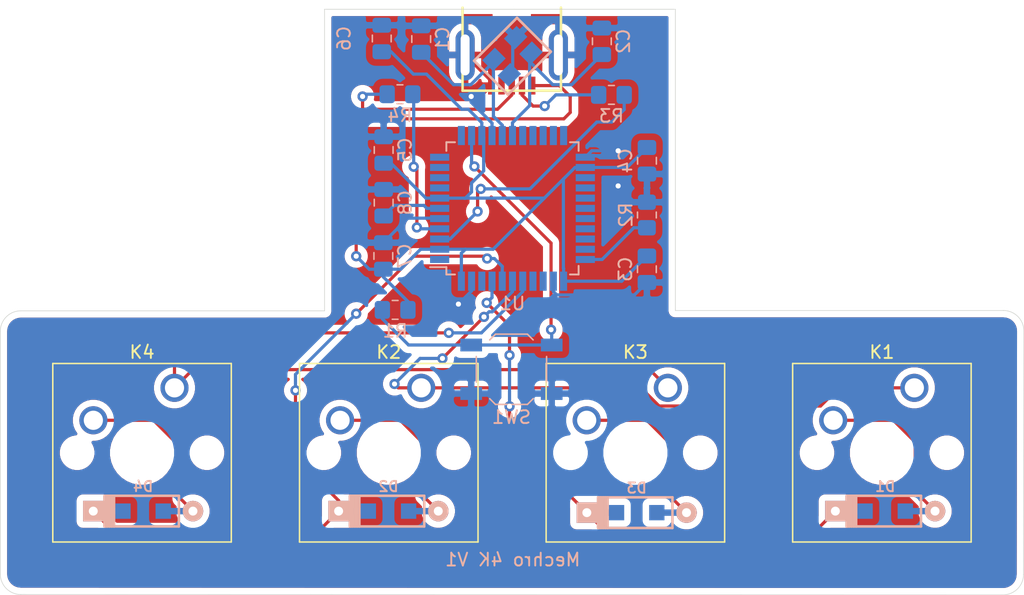
<source format=kicad_pcb>
(kicad_pcb (version 20171130) (host pcbnew "(5.1.9)-1")

  (general
    (thickness 1.6)
    (drawings 14)
    (tracks 217)
    (zones 0)
    (modules 24)
    (nets 43)
  )

  (page A4)
  (layers
    (0 F.Cu signal)
    (31 B.Cu signal)
    (32 B.Adhes user)
    (33 F.Adhes user)
    (34 B.Paste user)
    (35 F.Paste user)
    (36 B.SilkS user)
    (37 F.SilkS user)
    (38 B.Mask user)
    (39 F.Mask user)
    (40 Dwgs.User user)
    (41 Cmts.User user)
    (42 Eco1.User user)
    (43 Eco2.User user)
    (44 Edge.Cuts user)
    (45 Margin user)
    (46 B.CrtYd user)
    (47 F.CrtYd user)
    (48 B.Fab user)
    (49 F.Fab user)
  )

  (setup
    (last_trace_width 0.25)
    (trace_clearance 0.2)
    (zone_clearance 0.508)
    (zone_45_only no)
    (trace_min 0.2)
    (via_size 0.8)
    (via_drill 0.4)
    (via_min_size 0.4)
    (via_min_drill 0.3)
    (uvia_size 0.3)
    (uvia_drill 0.1)
    (uvias_allowed no)
    (uvia_min_size 0.2)
    (uvia_min_drill 0.1)
    (edge_width 0.05)
    (segment_width 0.2)
    (pcb_text_width 0.3)
    (pcb_text_size 1.5 1.5)
    (mod_edge_width 0.12)
    (mod_text_size 1 1)
    (mod_text_width 0.15)
    (pad_size 1.524 1.524)
    (pad_drill 0.762)
    (pad_to_mask_clearance 0)
    (aux_axis_origin 0 0)
    (visible_elements 7FFFFFFF)
    (pcbplotparams
      (layerselection 0x010fc_ffffffff)
      (usegerberextensions true)
      (usegerberattributes true)
      (usegerberadvancedattributes true)
      (creategerberjobfile true)
      (excludeedgelayer true)
      (linewidth 0.100000)
      (plotframeref false)
      (viasonmask false)
      (mode 1)
      (useauxorigin false)
      (hpglpennumber 1)
      (hpglpenspeed 20)
      (hpglpendiameter 15.000000)
      (psnegative false)
      (psa4output false)
      (plotreference true)
      (plotvalue true)
      (plotinvisibletext false)
      (padsonsilk false)
      (subtractmaskfromsilk false)
      (outputformat 1)
      (mirror false)
      (drillshape 0)
      (scaleselection 1)
      (outputdirectory "Mechro 4K Gerber/"))
  )

  (net 0 "")
  (net 1 GND)
  (net 2 "Net-(C1-Pad1)")
  (net 3 "Net-(C2-Pad1)")
  (net 4 VCC)
  (net 5 "Net-(C8-Pad1)")
  (net 6 "Net-(D1-Pad2)")
  (net 7 /row0)
  (net 8 "Net-(D2-Pad2)")
  (net 9 /row1)
  (net 10 "Net-(D3-Pad2)")
  (net 11 "Net-(D4-Pad2)")
  (net 12 "Net-(J1-Pad2)")
  (net 13 "Net-(J1-Pad3)")
  (net 14 "Net-(J1-Pad4)")
  (net 15 /col0)
  (net 16 /col1)
  (net 17 "Net-(R1-Pad1)")
  (net 18 "Net-(R2-Pad2)")
  (net 19 "Net-(R3-Pad2)")
  (net 20 "Net-(R4-Pad2)")
  (net 21 "Net-(U1-Pad1)")
  (net 22 "Net-(U1-Pad8)")
  (net 23 "Net-(U1-Pad9)")
  (net 24 "Net-(U1-Pad10)")
  (net 25 "Net-(U1-Pad11)")
  (net 26 "Net-(U1-Pad12)")
  (net 27 "Net-(U1-Pad18)")
  (net 28 "Net-(U1-Pad19)")
  (net 29 "Net-(U1-Pad20)")
  (net 30 "Net-(U1-Pad21)")
  (net 31 "Net-(U1-Pad22)")
  (net 32 "Net-(U1-Pad25)")
  (net 33 "Net-(U1-Pad26)")
  (net 34 "Net-(U1-Pad27)")
  (net 35 "Net-(U1-Pad28)")
  (net 36 "Net-(U1-Pad29)")
  (net 37 "Net-(U1-Pad30)")
  (net 38 "Net-(U1-Pad31)")
  (net 39 "Net-(U1-Pad32)")
  (net 40 "Net-(U1-Pad36)")
  (net 41 "Net-(U1-Pad37)")
  (net 42 "Net-(U1-Pad42)")

  (net_class Default "This is the default net class."
    (clearance 0.2)
    (trace_width 0.25)
    (via_dia 0.8)
    (via_drill 0.4)
    (uvia_dia 0.3)
    (uvia_drill 0.1)
    (add_net /col0)
    (add_net /col1)
    (add_net /row0)
    (add_net /row1)
    (add_net GND)
    (add_net "Net-(C1-Pad1)")
    (add_net "Net-(C2-Pad1)")
    (add_net "Net-(C8-Pad1)")
    (add_net "Net-(D1-Pad2)")
    (add_net "Net-(D2-Pad2)")
    (add_net "Net-(D3-Pad2)")
    (add_net "Net-(D4-Pad2)")
    (add_net "Net-(J1-Pad2)")
    (add_net "Net-(J1-Pad3)")
    (add_net "Net-(J1-Pad4)")
    (add_net "Net-(R1-Pad1)")
    (add_net "Net-(R2-Pad2)")
    (add_net "Net-(R3-Pad2)")
    (add_net "Net-(R4-Pad2)")
    (add_net "Net-(U1-Pad1)")
    (add_net "Net-(U1-Pad10)")
    (add_net "Net-(U1-Pad11)")
    (add_net "Net-(U1-Pad12)")
    (add_net "Net-(U1-Pad18)")
    (add_net "Net-(U1-Pad19)")
    (add_net "Net-(U1-Pad20)")
    (add_net "Net-(U1-Pad21)")
    (add_net "Net-(U1-Pad22)")
    (add_net "Net-(U1-Pad25)")
    (add_net "Net-(U1-Pad26)")
    (add_net "Net-(U1-Pad27)")
    (add_net "Net-(U1-Pad28)")
    (add_net "Net-(U1-Pad29)")
    (add_net "Net-(U1-Pad30)")
    (add_net "Net-(U1-Pad31)")
    (add_net "Net-(U1-Pad32)")
    (add_net "Net-(U1-Pad36)")
    (add_net "Net-(U1-Pad37)")
    (add_net "Net-(U1-Pad42)")
    (add_net "Net-(U1-Pad8)")
    (add_net "Net-(U1-Pad9)")
    (add_net VCC)
  )

  (module Capacitor_SMD:C_0805_2012Metric_Pad1.18x1.45mm_HandSolder (layer B.Cu) (tedit 5F68FEEF) (tstamp 5FF135B6)
    (at 127.5875 36.75625 90)
    (descr "Capacitor SMD 0805 (2012 Metric), square (rectangular) end terminal, IPC_7351 nominal with elongated pad for handsoldering. (Body size source: IPC-SM-782 page 76, https://www.pcb-3d.com/wordpress/wp-content/uploads/ipc-sm-782a_amendment_1_and_2.pdf, https://docs.google.com/spreadsheets/d/1BsfQQcO9C6DZCsRaXUlFlo91Tg2WpOkGARC1WS5S8t0/edit?usp=sharing), generated with kicad-footprint-generator")
    (tags "capacitor handsolder")
    (path /5FECAE21)
    (attr smd)
    (fp_text reference C1 (at 0 1.68 90) (layer B.SilkS)
      (effects (font (size 1 1) (thickness 0.15)) (justify mirror))
    )
    (fp_text value 22p (at 0 -1.5875 90) (layer B.Fab)
      (effects (font (size 0.7 0.7) (thickness 0.15)) (justify mirror))
    )
    (fp_line (start 1.88 -0.98) (end -1.88 -0.98) (layer B.CrtYd) (width 0.05))
    (fp_line (start 1.88 0.98) (end 1.88 -0.98) (layer B.CrtYd) (width 0.05))
    (fp_line (start -1.88 0.98) (end 1.88 0.98) (layer B.CrtYd) (width 0.05))
    (fp_line (start -1.88 -0.98) (end -1.88 0.98) (layer B.CrtYd) (width 0.05))
    (fp_line (start -0.261252 -0.735) (end 0.261252 -0.735) (layer B.SilkS) (width 0.12))
    (fp_line (start -0.261252 0.735) (end 0.261252 0.735) (layer B.SilkS) (width 0.12))
    (fp_line (start 1 -0.625) (end -1 -0.625) (layer B.Fab) (width 0.1))
    (fp_line (start 1 0.625) (end 1 -0.625) (layer B.Fab) (width 0.1))
    (fp_line (start -1 0.625) (end 1 0.625) (layer B.Fab) (width 0.1))
    (fp_line (start -1 -0.625) (end -1 0.625) (layer B.Fab) (width 0.1))
    (fp_text user %R (at 0 0 90) (layer B.Fab)
      (effects (font (size 0.5 0.5) (thickness 0.08)) (justify mirror))
    )
    (pad 2 smd roundrect (at 1.0375 0 90) (size 1.175 1.45) (layers B.Cu B.Paste B.Mask) (roundrect_rratio 0.2127659574468085)
      (net 1 GND))
    (pad 1 smd roundrect (at -1.0375 0 90) (size 1.175 1.45) (layers B.Cu B.Paste B.Mask) (roundrect_rratio 0.2127659574468085)
      (net 2 "Net-(C1-Pad1)"))
    (model ${KISYS3DMOD}/Capacitor_SMD.3dshapes/C_0805_2012Metric.wrl
      (at (xyz 0 0 0))
      (scale (xyz 1 1 1))
      (rotate (xyz 0 0 0))
    )
  )

  (module Capacitor_SMD:C_0805_2012Metric_Pad1.18x1.45mm_HandSolder (layer B.Cu) (tedit 5F68FEEF) (tstamp 5FF13586)
    (at 141.725 36.93125 90)
    (descr "Capacitor SMD 0805 (2012 Metric), square (rectangular) end terminal, IPC_7351 nominal with elongated pad for handsoldering. (Body size source: IPC-SM-782 page 76, https://www.pcb-3d.com/wordpress/wp-content/uploads/ipc-sm-782a_amendment_1_and_2.pdf, https://docs.google.com/spreadsheets/d/1BsfQQcO9C6DZCsRaXUlFlo91Tg2WpOkGARC1WS5S8t0/edit?usp=sharing), generated with kicad-footprint-generator")
    (tags "capacitor handsolder")
    (path /5FECC568)
    (attr smd)
    (fp_text reference C2 (at 0 1.68 90) (layer B.SilkS)
      (effects (font (size 1 1) (thickness 0.15)) (justify mirror))
    )
    (fp_text value 22p (at 0 -1.68 90) (layer B.Fab)
      (effects (font (size 1 1) (thickness 0.15)) (justify mirror))
    )
    (fp_line (start -1 -0.625) (end -1 0.625) (layer B.Fab) (width 0.1))
    (fp_line (start -1 0.625) (end 1 0.625) (layer B.Fab) (width 0.1))
    (fp_line (start 1 0.625) (end 1 -0.625) (layer B.Fab) (width 0.1))
    (fp_line (start 1 -0.625) (end -1 -0.625) (layer B.Fab) (width 0.1))
    (fp_line (start -0.261252 0.735) (end 0.261252 0.735) (layer B.SilkS) (width 0.12))
    (fp_line (start -0.261252 -0.735) (end 0.261252 -0.735) (layer B.SilkS) (width 0.12))
    (fp_line (start -1.88 -0.98) (end -1.88 0.98) (layer B.CrtYd) (width 0.05))
    (fp_line (start -1.88 0.98) (end 1.88 0.98) (layer B.CrtYd) (width 0.05))
    (fp_line (start 1.88 0.98) (end 1.88 -0.98) (layer B.CrtYd) (width 0.05))
    (fp_line (start 1.88 -0.98) (end -1.88 -0.98) (layer B.CrtYd) (width 0.05))
    (fp_text user %R (at 0 0 90) (layer B.Fab)
      (effects (font (size 0.5 0.5) (thickness 0.08)) (justify mirror))
    )
    (pad 1 smd roundrect (at -1.0375 0 90) (size 1.175 1.45) (layers B.Cu B.Paste B.Mask) (roundrect_rratio 0.2127659574468085)
      (net 3 "Net-(C2-Pad1)"))
    (pad 2 smd roundrect (at 1.0375 0 90) (size 1.175 1.45) (layers B.Cu B.Paste B.Mask) (roundrect_rratio 0.2127659574468085)
      (net 1 GND))
    (model ${KISYS3DMOD}/Capacitor_SMD.3dshapes/C_0805_2012Metric.wrl
      (at (xyz 0 0 0))
      (scale (xyz 1 1 1))
      (rotate (xyz 0 0 0))
    )
  )

  (module Capacitor_SMD:C_0805_2012Metric_Pad1.18x1.45mm_HandSolder (layer B.Cu) (tedit 5F68FEEF) (tstamp 5FF11A3A)
    (at 145.25 54.76875 270)
    (descr "Capacitor SMD 0805 (2012 Metric), square (rectangular) end terminal, IPC_7351 nominal with elongated pad for handsoldering. (Body size source: IPC-SM-782 page 76, https://www.pcb-3d.com/wordpress/wp-content/uploads/ipc-sm-782a_amendment_1_and_2.pdf, https://docs.google.com/spreadsheets/d/1BsfQQcO9C6DZCsRaXUlFlo91Tg2WpOkGARC1WS5S8t0/edit?usp=sharing), generated with kicad-footprint-generator")
    (tags "capacitor handsolder")
    (path /5FEDCAF5)
    (attr smd)
    (fp_text reference C3 (at 0 1.68 90) (layer B.SilkS)
      (effects (font (size 1 1) (thickness 0.15)) (justify mirror))
    )
    (fp_text value 0.1u (at 0 -1.68 90) (layer B.Fab)
      (effects (font (size 1 1) (thickness 0.15)) (justify mirror))
    )
    (fp_line (start 1.88 -0.98) (end -1.88 -0.98) (layer B.CrtYd) (width 0.05))
    (fp_line (start 1.88 0.98) (end 1.88 -0.98) (layer B.CrtYd) (width 0.05))
    (fp_line (start -1.88 0.98) (end 1.88 0.98) (layer B.CrtYd) (width 0.05))
    (fp_line (start -1.88 -0.98) (end -1.88 0.98) (layer B.CrtYd) (width 0.05))
    (fp_line (start -0.261252 -0.735) (end 0.261252 -0.735) (layer B.SilkS) (width 0.12))
    (fp_line (start -0.261252 0.735) (end 0.261252 0.735) (layer B.SilkS) (width 0.12))
    (fp_line (start 1 -0.625) (end -1 -0.625) (layer B.Fab) (width 0.1))
    (fp_line (start 1 0.625) (end 1 -0.625) (layer B.Fab) (width 0.1))
    (fp_line (start -1 0.625) (end 1 0.625) (layer B.Fab) (width 0.1))
    (fp_line (start -1 -0.625) (end -1 0.625) (layer B.Fab) (width 0.1))
    (fp_text user %R (at 0 0 90) (layer B.Fab)
      (effects (font (size 0.5 0.5) (thickness 0.08)) (justify mirror))
    )
    (pad 2 smd roundrect (at 1.0375 0 270) (size 1.175 1.45) (layers B.Cu B.Paste B.Mask) (roundrect_rratio 0.2127659574468085)
      (net 1 GND))
    (pad 1 smd roundrect (at -1.0375 0 270) (size 1.175 1.45) (layers B.Cu B.Paste B.Mask) (roundrect_rratio 0.2127659574468085)
      (net 4 VCC))
    (model ${KISYS3DMOD}/Capacitor_SMD.3dshapes/C_0805_2012Metric.wrl
      (at (xyz 0 0 0))
      (scale (xyz 1 1 1))
      (rotate (xyz 0 0 0))
    )
  )

  (module Capacitor_SMD:C_0805_2012Metric_Pad1.18x1.45mm_HandSolder (layer B.Cu) (tedit 5F68FEEF) (tstamp 5FF11A4B)
    (at 145.25625 46.28125 270)
    (descr "Capacitor SMD 0805 (2012 Metric), square (rectangular) end terminal, IPC_7351 nominal with elongated pad for handsoldering. (Body size source: IPC-SM-782 page 76, https://www.pcb-3d.com/wordpress/wp-content/uploads/ipc-sm-782a_amendment_1_and_2.pdf, https://docs.google.com/spreadsheets/d/1BsfQQcO9C6DZCsRaXUlFlo91Tg2WpOkGARC1WS5S8t0/edit?usp=sharing), generated with kicad-footprint-generator")
    (tags "capacitor handsolder")
    (path /5FEDF055)
    (attr smd)
    (fp_text reference C4 (at 0 1.68 90) (layer B.SilkS)
      (effects (font (size 1 1) (thickness 0.15)) (justify mirror))
    )
    (fp_text value 0.1u (at 0 -1.68 90) (layer B.Fab)
      (effects (font (size 1 1) (thickness 0.15)) (justify mirror))
    )
    (fp_line (start -1 -0.625) (end -1 0.625) (layer B.Fab) (width 0.1))
    (fp_line (start -1 0.625) (end 1 0.625) (layer B.Fab) (width 0.1))
    (fp_line (start 1 0.625) (end 1 -0.625) (layer B.Fab) (width 0.1))
    (fp_line (start 1 -0.625) (end -1 -0.625) (layer B.Fab) (width 0.1))
    (fp_line (start -0.261252 0.735) (end 0.261252 0.735) (layer B.SilkS) (width 0.12))
    (fp_line (start -0.261252 -0.735) (end 0.261252 -0.735) (layer B.SilkS) (width 0.12))
    (fp_line (start -1.88 -0.98) (end -1.88 0.98) (layer B.CrtYd) (width 0.05))
    (fp_line (start -1.88 0.98) (end 1.88 0.98) (layer B.CrtYd) (width 0.05))
    (fp_line (start 1.88 0.98) (end 1.88 -0.98) (layer B.CrtYd) (width 0.05))
    (fp_line (start 1.88 -0.98) (end -1.88 -0.98) (layer B.CrtYd) (width 0.05))
    (fp_text user %R (at 0 0 90) (layer B.Fab)
      (effects (font (size 0.5 0.5) (thickness 0.08)) (justify mirror))
    )
    (pad 1 smd roundrect (at -1.0375 0 270) (size 1.175 1.45) (layers B.Cu B.Paste B.Mask) (roundrect_rratio 0.2127659574468085)
      (net 4 VCC))
    (pad 2 smd roundrect (at 1.0375 0 270) (size 1.175 1.45) (layers B.Cu B.Paste B.Mask) (roundrect_rratio 0.2127659574468085)
      (net 1 GND))
    (model ${KISYS3DMOD}/Capacitor_SMD.3dshapes/C_0805_2012Metric.wrl
      (at (xyz 0 0 0))
      (scale (xyz 1 1 1))
      (rotate (xyz 0 0 0))
    )
  )

  (module Capacitor_SMD:C_0805_2012Metric_Pad1.18x1.45mm_HandSolder (layer B.Cu) (tedit 5F68FEEF) (tstamp 5FF137D7)
    (at 124.65 45.4375 90)
    (descr "Capacitor SMD 0805 (2012 Metric), square (rectangular) end terminal, IPC_7351 nominal with elongated pad for handsoldering. (Body size source: IPC-SM-782 page 76, https://www.pcb-3d.com/wordpress/wp-content/uploads/ipc-sm-782a_amendment_1_and_2.pdf, https://docs.google.com/spreadsheets/d/1BsfQQcO9C6DZCsRaXUlFlo91Tg2WpOkGARC1WS5S8t0/edit?usp=sharing), generated with kicad-footprint-generator")
    (tags "capacitor handsolder")
    (path /5FEDFB3D)
    (attr smd)
    (fp_text reference C5 (at 0 1.68 90) (layer B.SilkS)
      (effects (font (size 1 1) (thickness 0.15)) (justify mirror))
    )
    (fp_text value 0.1u (at 0 -1.68 90) (layer B.Fab)
      (effects (font (size 1 1) (thickness 0.15)) (justify mirror))
    )
    (fp_line (start -1 -0.625) (end -1 0.625) (layer B.Fab) (width 0.1))
    (fp_line (start -1 0.625) (end 1 0.625) (layer B.Fab) (width 0.1))
    (fp_line (start 1 0.625) (end 1 -0.625) (layer B.Fab) (width 0.1))
    (fp_line (start 1 -0.625) (end -1 -0.625) (layer B.Fab) (width 0.1))
    (fp_line (start -0.261252 0.735) (end 0.261252 0.735) (layer B.SilkS) (width 0.12))
    (fp_line (start -0.261252 -0.735) (end 0.261252 -0.735) (layer B.SilkS) (width 0.12))
    (fp_line (start -1.88 -0.98) (end -1.88 0.98) (layer B.CrtYd) (width 0.05))
    (fp_line (start -1.88 0.98) (end 1.88 0.98) (layer B.CrtYd) (width 0.05))
    (fp_line (start 1.88 0.98) (end 1.88 -0.98) (layer B.CrtYd) (width 0.05))
    (fp_line (start 1.88 -0.98) (end -1.88 -0.98) (layer B.CrtYd) (width 0.05))
    (fp_text user %R (at 0 0 90) (layer B.Fab)
      (effects (font (size 0.5 0.5) (thickness 0.08)) (justify mirror))
    )
    (pad 1 smd roundrect (at -1.0375 0 90) (size 1.175 1.45) (layers B.Cu B.Paste B.Mask) (roundrect_rratio 0.2127659574468085)
      (net 4 VCC))
    (pad 2 smd roundrect (at 1.0375 0 90) (size 1.175 1.45) (layers B.Cu B.Paste B.Mask) (roundrect_rratio 0.2127659574468085)
      (net 1 GND))
    (model ${KISYS3DMOD}/Capacitor_SMD.3dshapes/C_0805_2012Metric.wrl
      (at (xyz 0 0 0))
      (scale (xyz 1 1 1))
      (rotate (xyz 0 0 0))
    )
  )

  (module Capacitor_SMD:C_0805_2012Metric_Pad1.18x1.45mm_HandSolder (layer B.Cu) (tedit 5F68FEEF) (tstamp 5FF11A6D)
    (at 124.5 36.7125 90)
    (descr "Capacitor SMD 0805 (2012 Metric), square (rectangular) end terminal, IPC_7351 nominal with elongated pad for handsoldering. (Body size source: IPC-SM-782 page 76, https://www.pcb-3d.com/wordpress/wp-content/uploads/ipc-sm-782a_amendment_1_and_2.pdf, https://docs.google.com/spreadsheets/d/1BsfQQcO9C6DZCsRaXUlFlo91Tg2WpOkGARC1WS5S8t0/edit?usp=sharing), generated with kicad-footprint-generator")
    (tags "capacitor handsolder")
    (path /5FEE0410)
    (attr smd)
    (fp_text reference C6 (at 0 -2.95 90) (layer B.SilkS)
      (effects (font (size 1 1) (thickness 0.15)) (justify mirror))
    )
    (fp_text value 0.1u (at 0 -1.68 90) (layer B.Fab)
      (effects (font (size 1 1) (thickness 0.15)) (justify mirror))
    )
    (fp_line (start 1.88 -0.98) (end -1.88 -0.98) (layer B.CrtYd) (width 0.05))
    (fp_line (start 1.88 0.98) (end 1.88 -0.98) (layer B.CrtYd) (width 0.05))
    (fp_line (start -1.88 0.98) (end 1.88 0.98) (layer B.CrtYd) (width 0.05))
    (fp_line (start -1.88 -0.98) (end -1.88 0.98) (layer B.CrtYd) (width 0.05))
    (fp_line (start -0.261252 -0.735) (end 0.261252 -0.735) (layer B.SilkS) (width 0.12))
    (fp_line (start -0.261252 0.735) (end 0.261252 0.735) (layer B.SilkS) (width 0.12))
    (fp_line (start 1 -0.625) (end -1 -0.625) (layer B.Fab) (width 0.1))
    (fp_line (start 1 0.625) (end 1 -0.625) (layer B.Fab) (width 0.1))
    (fp_line (start -1 0.625) (end 1 0.625) (layer B.Fab) (width 0.1))
    (fp_line (start -1 -0.625) (end -1 0.625) (layer B.Fab) (width 0.1))
    (fp_text user %R (at 0 0 90) (layer B.Fab)
      (effects (font (size 0.5 0.5) (thickness 0.08)) (justify mirror))
    )
    (pad 2 smd roundrect (at 1.0375 0 90) (size 1.175 1.45) (layers B.Cu B.Paste B.Mask) (roundrect_rratio 0.2127659574468085)
      (net 1 GND))
    (pad 1 smd roundrect (at -1.0375 0 90) (size 1.175 1.45) (layers B.Cu B.Paste B.Mask) (roundrect_rratio 0.2127659574468085)
      (net 4 VCC))
    (model ${KISYS3DMOD}/Capacitor_SMD.3dshapes/C_0805_2012Metric.wrl
      (at (xyz 0 0 0))
      (scale (xyz 1 1 1))
      (rotate (xyz 0 0 0))
    )
  )

  (module Capacitor_SMD:C_0805_2012Metric_Pad1.18x1.45mm_HandSolder (layer B.Cu) (tedit 5F68FEEF) (tstamp 5FF11A7E)
    (at 124.623751 53.73125 90)
    (descr "Capacitor SMD 0805 (2012 Metric), square (rectangular) end terminal, IPC_7351 nominal with elongated pad for handsoldering. (Body size source: IPC-SM-782 page 76, https://www.pcb-3d.com/wordpress/wp-content/uploads/ipc-sm-782a_amendment_1_and_2.pdf, https://docs.google.com/spreadsheets/d/1BsfQQcO9C6DZCsRaXUlFlo91Tg2WpOkGARC1WS5S8t0/edit?usp=sharing), generated with kicad-footprint-generator")
    (tags "capacitor handsolder")
    (path /5FEE0A25)
    (attr smd)
    (fp_text reference C7 (at 0 1.68 90) (layer B.SilkS)
      (effects (font (size 1 1) (thickness 0.15)) (justify mirror))
    )
    (fp_text value 4.7u (at 0 -1.68 90) (layer B.Fab)
      (effects (font (size 1 1) (thickness 0.15)) (justify mirror))
    )
    (fp_line (start -1 -0.625) (end -1 0.625) (layer B.Fab) (width 0.1))
    (fp_line (start -1 0.625) (end 1 0.625) (layer B.Fab) (width 0.1))
    (fp_line (start 1 0.625) (end 1 -0.625) (layer B.Fab) (width 0.1))
    (fp_line (start 1 -0.625) (end -1 -0.625) (layer B.Fab) (width 0.1))
    (fp_line (start -0.261252 0.735) (end 0.261252 0.735) (layer B.SilkS) (width 0.12))
    (fp_line (start -0.261252 -0.735) (end 0.261252 -0.735) (layer B.SilkS) (width 0.12))
    (fp_line (start -1.88 -0.98) (end -1.88 0.98) (layer B.CrtYd) (width 0.05))
    (fp_line (start -1.88 0.98) (end 1.88 0.98) (layer B.CrtYd) (width 0.05))
    (fp_line (start 1.88 0.98) (end 1.88 -0.98) (layer B.CrtYd) (width 0.05))
    (fp_line (start 1.88 -0.98) (end -1.88 -0.98) (layer B.CrtYd) (width 0.05))
    (fp_text user %R (at 0 0 90) (layer B.Fab)
      (effects (font (size 0.5 0.5) (thickness 0.08)) (justify mirror))
    )
    (pad 1 smd roundrect (at -1.0375 0 90) (size 1.175 1.45) (layers B.Cu B.Paste B.Mask) (roundrect_rratio 0.2127659574468085)
      (net 4 VCC))
    (pad 2 smd roundrect (at 1.0375 0 90) (size 1.175 1.45) (layers B.Cu B.Paste B.Mask) (roundrect_rratio 0.2127659574468085)
      (net 1 GND))
    (model ${KISYS3DMOD}/Capacitor_SMD.3dshapes/C_0805_2012Metric.wrl
      (at (xyz 0 0 0))
      (scale (xyz 1 1 1))
      (rotate (xyz 0 0 0))
    )
  )

  (module Capacitor_SMD:C_0805_2012Metric_Pad1.18x1.45mm_HandSolder (layer B.Cu) (tedit 5F68FEEF) (tstamp 5FF11A8F)
    (at 124.65 49.5625 90)
    (descr "Capacitor SMD 0805 (2012 Metric), square (rectangular) end terminal, IPC_7351 nominal with elongated pad for handsoldering. (Body size source: IPC-SM-782 page 76, https://www.pcb-3d.com/wordpress/wp-content/uploads/ipc-sm-782a_amendment_1_and_2.pdf, https://docs.google.com/spreadsheets/d/1BsfQQcO9C6DZCsRaXUlFlo91Tg2WpOkGARC1WS5S8t0/edit?usp=sharing), generated with kicad-footprint-generator")
    (tags "capacitor handsolder")
    (path /5FF07AE8)
    (attr smd)
    (fp_text reference C8 (at 0 1.68 90) (layer B.SilkS)
      (effects (font (size 1 1) (thickness 0.15)) (justify mirror))
    )
    (fp_text value 1u (at 0 -1.68 90) (layer B.Fab)
      (effects (font (size 1 1) (thickness 0.15)) (justify mirror))
    )
    (fp_line (start 1.88 -0.98) (end -1.88 -0.98) (layer B.CrtYd) (width 0.05))
    (fp_line (start 1.88 0.98) (end 1.88 -0.98) (layer B.CrtYd) (width 0.05))
    (fp_line (start -1.88 0.98) (end 1.88 0.98) (layer B.CrtYd) (width 0.05))
    (fp_line (start -1.88 -0.98) (end -1.88 0.98) (layer B.CrtYd) (width 0.05))
    (fp_line (start -0.261252 -0.735) (end 0.261252 -0.735) (layer B.SilkS) (width 0.12))
    (fp_line (start -0.261252 0.735) (end 0.261252 0.735) (layer B.SilkS) (width 0.12))
    (fp_line (start 1 -0.625) (end -1 -0.625) (layer B.Fab) (width 0.1))
    (fp_line (start 1 0.625) (end 1 -0.625) (layer B.Fab) (width 0.1))
    (fp_line (start -1 0.625) (end 1 0.625) (layer B.Fab) (width 0.1))
    (fp_line (start -1 -0.625) (end -1 0.625) (layer B.Fab) (width 0.1))
    (fp_text user %R (at 0 0 90) (layer B.Fab)
      (effects (font (size 0.5 0.5) (thickness 0.08)) (justify mirror))
    )
    (pad 2 smd roundrect (at 1.0375 0 90) (size 1.175 1.45) (layers B.Cu B.Paste B.Mask) (roundrect_rratio 0.2127659574468085)
      (net 1 GND))
    (pad 1 smd roundrect (at -1.0375 0 90) (size 1.175 1.45) (layers B.Cu B.Paste B.Mask) (roundrect_rratio 0.2127659574468085)
      (net 5 "Net-(C8-Pad1)"))
    (model ${KISYS3DMOD}/Capacitor_SMD.3dshapes/C_0805_2012Metric.wrl
      (at (xyz 0 0 0))
      (scale (xyz 1 1 1))
      (rotate (xyz 0 0 0))
    )
  )

  (module keyboard_parts.pretty:D_SOD123_axial (layer B.Cu) (tedit 561B6A12) (tstamp 5FF11AA2)
    (at 163.9 73.7)
    (path /5FF3E022)
    (attr smd)
    (fp_text reference D1 (at 0 -1.925) (layer B.SilkS)
      (effects (font (size 0.8 0.8) (thickness 0.15)) (justify mirror))
    )
    (fp_text value D (at 0 1.925) (layer B.SilkS) hide
      (effects (font (size 0.8 0.8) (thickness 0.15)) (justify mirror))
    )
    (fp_line (start 2.8 -1.2) (end -3 -1.2) (layer B.SilkS) (width 0.2))
    (fp_line (start 2.8 1.2) (end 2.8 -1.2) (layer B.SilkS) (width 0.2))
    (fp_line (start -3 1.2) (end 2.8 1.2) (layer B.SilkS) (width 0.2))
    (fp_line (start -2.925 1.2) (end -2.925 -1.2) (layer B.SilkS) (width 0.2))
    (fp_line (start -2.8 1.2) (end -2.8 -1.2) (layer B.SilkS) (width 0.2))
    (fp_line (start -3.025 -1.2) (end -3.025 1.2) (layer B.SilkS) (width 0.2))
    (fp_line (start -2.625 1.2) (end -2.625 -1.2) (layer B.SilkS) (width 0.2))
    (fp_line (start -2.45 1.2) (end -2.45 -1.2) (layer B.SilkS) (width 0.2))
    (fp_line (start -2.275 1.2) (end -2.275 -1.2) (layer B.SilkS) (width 0.2))
    (pad 2 smd rect (at 2.7 0) (size 2.5 0.5) (layers B.Cu)
      (net 6 "Net-(D1-Pad2)") (solder_mask_margin -999))
    (pad 1 smd rect (at -2.7 0) (size 2.5 0.5) (layers B.Cu)
      (net 7 /row0) (solder_mask_margin -999))
    (pad 2 thru_hole circle (at 3.9 0) (size 1.6 1.6) (drill 0.7) (layers *.Cu *.Mask B.SilkS)
      (net 6 "Net-(D1-Pad2)"))
    (pad 1 thru_hole rect (at -3.9 0) (size 1.6 1.6) (drill 0.7) (layers *.Cu *.Mask B.SilkS)
      (net 7 /row0))
    (pad 1 smd rect (at -1.575 0) (size 1.2 1.2) (layers B.Cu B.Paste B.Mask)
      (net 7 /row0))
    (pad 2 smd rect (at 1.575 0) (size 1.2 1.2) (layers B.Cu B.Paste B.Mask)
      (net 6 "Net-(D1-Pad2)"))
  )

  (module keyboard_parts.pretty:D_SOD123_axial (layer B.Cu) (tedit 561B6A12) (tstamp 5FF11AB5)
    (at 125.025 73.7)
    (path /5FF3ECFB)
    (attr smd)
    (fp_text reference D2 (at 0 -1.925) (layer B.SilkS)
      (effects (font (size 0.8 0.8) (thickness 0.15)) (justify mirror))
    )
    (fp_text value D (at 0 1.925) (layer B.SilkS) hide
      (effects (font (size 0.8 0.8) (thickness 0.15)) (justify mirror))
    )
    (fp_line (start -2.275 1.2) (end -2.275 -1.2) (layer B.SilkS) (width 0.2))
    (fp_line (start -2.45 1.2) (end -2.45 -1.2) (layer B.SilkS) (width 0.2))
    (fp_line (start -2.625 1.2) (end -2.625 -1.2) (layer B.SilkS) (width 0.2))
    (fp_line (start -3.025 -1.2) (end -3.025 1.2) (layer B.SilkS) (width 0.2))
    (fp_line (start -2.8 1.2) (end -2.8 -1.2) (layer B.SilkS) (width 0.2))
    (fp_line (start -2.925 1.2) (end -2.925 -1.2) (layer B.SilkS) (width 0.2))
    (fp_line (start -3 1.2) (end 2.8 1.2) (layer B.SilkS) (width 0.2))
    (fp_line (start 2.8 1.2) (end 2.8 -1.2) (layer B.SilkS) (width 0.2))
    (fp_line (start 2.8 -1.2) (end -3 -1.2) (layer B.SilkS) (width 0.2))
    (pad 2 smd rect (at 1.575 0) (size 1.2 1.2) (layers B.Cu B.Paste B.Mask)
      (net 8 "Net-(D2-Pad2)"))
    (pad 1 smd rect (at -1.575 0) (size 1.2 1.2) (layers B.Cu B.Paste B.Mask)
      (net 9 /row1))
    (pad 1 thru_hole rect (at -3.9 0) (size 1.6 1.6) (drill 0.7) (layers *.Cu *.Mask B.SilkS)
      (net 9 /row1))
    (pad 2 thru_hole circle (at 3.9 0) (size 1.6 1.6) (drill 0.7) (layers *.Cu *.Mask B.SilkS)
      (net 8 "Net-(D2-Pad2)"))
    (pad 1 smd rect (at -2.7 0) (size 2.5 0.5) (layers B.Cu)
      (net 9 /row1) (solder_mask_margin -999))
    (pad 2 smd rect (at 2.7 0) (size 2.5 0.5) (layers B.Cu)
      (net 8 "Net-(D2-Pad2)") (solder_mask_margin -999))
  )

  (module keyboard_parts.pretty:D_SOD123_axial (layer B.Cu) (tedit 561B6A12) (tstamp 5FF11AC8)
    (at 144.45 73.81875)
    (path /5FF4076E)
    (attr smd)
    (fp_text reference D3 (at 0 -1.925) (layer B.SilkS)
      (effects (font (size 0.8 0.8) (thickness 0.15)) (justify mirror))
    )
    (fp_text value D (at 0 1.925) (layer B.SilkS) hide
      (effects (font (size 0.8 0.8) (thickness 0.15)) (justify mirror))
    )
    (fp_line (start 2.8 -1.2) (end -3 -1.2) (layer B.SilkS) (width 0.2))
    (fp_line (start 2.8 1.2) (end 2.8 -1.2) (layer B.SilkS) (width 0.2))
    (fp_line (start -3 1.2) (end 2.8 1.2) (layer B.SilkS) (width 0.2))
    (fp_line (start -2.925 1.2) (end -2.925 -1.2) (layer B.SilkS) (width 0.2))
    (fp_line (start -2.8 1.2) (end -2.8 -1.2) (layer B.SilkS) (width 0.2))
    (fp_line (start -3.025 -1.2) (end -3.025 1.2) (layer B.SilkS) (width 0.2))
    (fp_line (start -2.625 1.2) (end -2.625 -1.2) (layer B.SilkS) (width 0.2))
    (fp_line (start -2.45 1.2) (end -2.45 -1.2) (layer B.SilkS) (width 0.2))
    (fp_line (start -2.275 1.2) (end -2.275 -1.2) (layer B.SilkS) (width 0.2))
    (pad 2 smd rect (at 2.7 0) (size 2.5 0.5) (layers B.Cu)
      (net 10 "Net-(D3-Pad2)") (solder_mask_margin -999))
    (pad 1 smd rect (at -2.7 0) (size 2.5 0.5) (layers B.Cu)
      (net 7 /row0) (solder_mask_margin -999))
    (pad 2 thru_hole circle (at 3.9 0) (size 1.6 1.6) (drill 0.7) (layers *.Cu *.Mask B.SilkS)
      (net 10 "Net-(D3-Pad2)"))
    (pad 1 thru_hole rect (at -3.9 0) (size 1.6 1.6) (drill 0.7) (layers *.Cu *.Mask B.SilkS)
      (net 7 /row0))
    (pad 1 smd rect (at -1.575 0) (size 1.2 1.2) (layers B.Cu B.Paste B.Mask)
      (net 7 /row0))
    (pad 2 smd rect (at 1.575 0) (size 1.2 1.2) (layers B.Cu B.Paste B.Mask)
      (net 10 "Net-(D3-Pad2)"))
  )

  (module keyboard_parts.pretty:D_SOD123_axial (layer B.Cu) (tedit 561B6A12) (tstamp 5FF126FF)
    (at 105.825 73.7)
    (path /5FF4102B)
    (attr smd)
    (fp_text reference D4 (at 0 -1.925) (layer B.SilkS)
      (effects (font (size 0.8 0.8) (thickness 0.15)) (justify mirror))
    )
    (fp_text value D (at 0 1.925) (layer B.SilkS) hide
      (effects (font (size 0.8 0.8) (thickness 0.15)) (justify mirror))
    )
    (fp_line (start -2.275 1.2) (end -2.275 -1.2) (layer B.SilkS) (width 0.2))
    (fp_line (start -2.45 1.2) (end -2.45 -1.2) (layer B.SilkS) (width 0.2))
    (fp_line (start -2.625 1.2) (end -2.625 -1.2) (layer B.SilkS) (width 0.2))
    (fp_line (start -3.025 -1.2) (end -3.025 1.2) (layer B.SilkS) (width 0.2))
    (fp_line (start -2.8 1.2) (end -2.8 -1.2) (layer B.SilkS) (width 0.2))
    (fp_line (start -2.925 1.2) (end -2.925 -1.2) (layer B.SilkS) (width 0.2))
    (fp_line (start -3 1.2) (end 2.8 1.2) (layer B.SilkS) (width 0.2))
    (fp_line (start 2.8 1.2) (end 2.8 -1.2) (layer B.SilkS) (width 0.2))
    (fp_line (start 2.8 -1.2) (end -3 -1.2) (layer B.SilkS) (width 0.2))
    (pad 2 smd rect (at 1.575 0) (size 1.2 1.2) (layers B.Cu B.Paste B.Mask)
      (net 11 "Net-(D4-Pad2)"))
    (pad 1 smd rect (at -1.575 0) (size 1.2 1.2) (layers B.Cu B.Paste B.Mask)
      (net 9 /row1))
    (pad 1 thru_hole rect (at -3.9 0) (size 1.6 1.6) (drill 0.7) (layers *.Cu *.Mask B.SilkS)
      (net 9 /row1))
    (pad 2 thru_hole circle (at 3.9 0) (size 1.6 1.6) (drill 0.7) (layers *.Cu *.Mask B.SilkS)
      (net 11 "Net-(D4-Pad2)"))
    (pad 1 smd rect (at -2.7 0) (size 2.5 0.5) (layers B.Cu)
      (net 9 /row1) (solder_mask_margin -999))
    (pad 2 smd rect (at 2.7 0) (size 2.5 0.5) (layers B.Cu)
      (net 11 "Net-(D4-Pad2)") (solder_mask_margin -999))
  )

  (module keyboard_parts.pretty:USB_miniB_hirose_5S8 (layer F.Cu) (tedit 5950B1FC) (tstamp 5FF136F9)
    (at 134.675 40.4 180)
    (descr "USB miniB hirose UX60SC-MB-5S8")
    (tags "USB miniB hirose through hole UX60SC-MB-5S8")
    (path /5FEF8380)
    (fp_text reference J1 (at 0 2.45) (layer F.SilkS) hide
      (effects (font (size 0.8128 0.8128) (thickness 0.2032)))
    )
    (fp_text value USB_mini_micro_B (at 0 7.95) (layer Dwgs.User) hide
      (effects (font (size 1.524 1.524) (thickness 0.3048)))
    )
    (fp_line (start -3.85 6.6) (end 3.85 6.6) (layer Dwgs.User) (width 0.2))
    (fp_line (start 3.85 6.6) (end 3.85 5.7) (layer Dwgs.User) (width 0.2))
    (fp_line (start -3.85 6.6) (end -3.85 5.7) (layer Dwgs.User) (width 0.2))
    (fp_line (start -1 6.1) (end 1 6.1) (layer Dwgs.User) (width 0.2))
    (fp_line (start -3.85 -0.4) (end 3.85 -0.4) (layer F.SilkS) (width 0.2))
    (fp_line (start -3.85 -0.4) (end -3.85 6.1) (layer F.SilkS) (width 0.2))
    (fp_line (start 3.85 -0.4) (end 3.85 6.1) (layer F.SilkS) (width 0.2))
    (fp_text user "PCB edge" (at -0.05 5.35) (layer Dwgs.User) hide
      (effects (font (size 0.5 0.5) (thickness 0.125)))
    )
    (pad 6 thru_hole oval (at 3.65 2.4 180) (size 1.5 4) (drill oval 0.7 3.2) (layers *.Cu *.Mask F.Paste)
      (net 1 GND))
    (pad 6 thru_hole oval (at -3.65 2.4 180) (size 1.5 4) (drill oval 0.7 3.2) (layers *.Cu *.Mask F.Paste)
      (net 1 GND))
    (pad 5 smd rect (at 1.6 0 180) (size 0.5 1.4) (layers F.Cu F.Paste F.Mask)
      (net 1 GND))
    (pad 4 smd rect (at 0.8 0 180) (size 0.5 1.4) (layers F.Cu F.Paste F.Mask)
      (net 14 "Net-(J1-Pad4)"))
    (pad 3 smd rect (at 0 0 180) (size 0.5 1.4) (layers F.Cu F.Paste F.Mask)
      (net 13 "Net-(J1-Pad3)"))
    (pad 2 smd rect (at -0.8 0 180) (size 0.5 1.4) (layers F.Cu F.Paste F.Mask)
      (net 12 "Net-(J1-Pad2)"))
    (pad 1 smd rect (at -1.6 0 180) (size 0.5 1.4) (layers F.Cu F.Paste F.Mask)
      (net 4 VCC))
    (pad 6 smd rect (at -2.675 5.2 180) (size 2.35 0.8) (layers F.Cu F.Paste F.Mask)
      (net 1 GND))
    (pad 6 smd rect (at 2.675 5.2 180) (size 2.35 0.8) (layers F.Cu F.Paste F.Mask)
      (net 1 GND))
  )

  (module Button_Switch_Keyboard:SW_Cherry_MX_1.00u_PCB (layer F.Cu) (tedit 5A02FE24) (tstamp 5FF1284F)
    (at 166.18125 64.051251)
    (descr "Cherry MX keyswitch, 1.00u, PCB mount, http://cherryamericas.com/wp-content/uploads/2014/12/mx_cat.pdf")
    (tags "Cherry MX keyswitch 1.00u PCB")
    (path /5FF3AD25)
    (fp_text reference K1 (at -2.54 -2.794) (layer F.SilkS)
      (effects (font (size 1 1) (thickness 0.15)))
    )
    (fp_text value KEYSW (at -2.54 12.954) (layer F.Fab)
      (effects (font (size 1 1) (thickness 0.15)))
    )
    (fp_line (start -8.89 -1.27) (end 3.81 -1.27) (layer F.Fab) (width 0.1))
    (fp_line (start 3.81 -1.27) (end 3.81 11.43) (layer F.Fab) (width 0.1))
    (fp_line (start 3.81 11.43) (end -8.89 11.43) (layer F.Fab) (width 0.1))
    (fp_line (start -8.89 11.43) (end -8.89 -1.27) (layer F.Fab) (width 0.1))
    (fp_line (start -9.14 11.68) (end -9.14 -1.52) (layer F.CrtYd) (width 0.05))
    (fp_line (start 4.06 11.68) (end -9.14 11.68) (layer F.CrtYd) (width 0.05))
    (fp_line (start 4.06 -1.52) (end 4.06 11.68) (layer F.CrtYd) (width 0.05))
    (fp_line (start -9.14 -1.52) (end 4.06 -1.52) (layer F.CrtYd) (width 0.05))
    (fp_line (start -12.065 -4.445) (end 6.985 -4.445) (layer Dwgs.User) (width 0.15))
    (fp_line (start 6.985 -4.445) (end 6.985 14.605) (layer Dwgs.User) (width 0.15))
    (fp_line (start 6.985 14.605) (end -12.065 14.605) (layer Dwgs.User) (width 0.15))
    (fp_line (start -12.065 14.605) (end -12.065 -4.445) (layer Dwgs.User) (width 0.15))
    (fp_line (start -9.525 -1.905) (end 4.445 -1.905) (layer F.SilkS) (width 0.12))
    (fp_line (start 4.445 -1.905) (end 4.445 12.065) (layer F.SilkS) (width 0.12))
    (fp_line (start 4.445 12.065) (end -9.525 12.065) (layer F.SilkS) (width 0.12))
    (fp_line (start -9.525 12.065) (end -9.525 -1.905) (layer F.SilkS) (width 0.12))
    (fp_text user %R (at -2.54 -2.794) (layer F.Fab)
      (effects (font (size 1 1) (thickness 0.15)))
    )
    (pad 1 thru_hole circle (at 0 0) (size 2.2 2.2) (drill 1.5) (layers *.Cu *.Mask)
      (net 15 /col0))
    (pad 2 thru_hole circle (at -6.35 2.54) (size 2.2 2.2) (drill 1.5) (layers *.Cu *.Mask)
      (net 6 "Net-(D1-Pad2)"))
    (pad "" np_thru_hole circle (at -2.54 5.08) (size 4 4) (drill 4) (layers *.Cu *.Mask))
    (pad "" np_thru_hole circle (at -7.62 5.08) (size 1.7 1.7) (drill 1.7) (layers *.Cu *.Mask))
    (pad "" np_thru_hole circle (at 2.54 5.08) (size 1.7 1.7) (drill 1.7) (layers *.Cu *.Mask))
    (model ${KISYS3DMOD}/Button_Switch_Keyboard.3dshapes/SW_Cherry_MX_1.00u_PCB.wrl
      (at (xyz 0 0 0))
      (scale (xyz 1 1 1))
      (rotate (xyz 0 0 0))
    )
  )

  (module Button_Switch_Keyboard:SW_Cherry_MX_1.00u_PCB (layer F.Cu) (tedit 5A02FE24) (tstamp 5FF12804)
    (at 127.590001 64.051251)
    (descr "Cherry MX keyswitch, 1.00u, PCB mount, http://cherryamericas.com/wp-content/uploads/2014/12/mx_cat.pdf")
    (tags "Cherry MX keyswitch 1.00u PCB")
    (path /5FF3CA86)
    (fp_text reference K2 (at -2.54 -2.794) (layer F.SilkS)
      (effects (font (size 1 1) (thickness 0.15)))
    )
    (fp_text value KEYSW (at -2.54 12.954) (layer F.Fab)
      (effects (font (size 1 1) (thickness 0.15)))
    )
    (fp_line (start -8.89 -1.27) (end 3.81 -1.27) (layer F.Fab) (width 0.1))
    (fp_line (start 3.81 -1.27) (end 3.81 11.43) (layer F.Fab) (width 0.1))
    (fp_line (start 3.81 11.43) (end -8.89 11.43) (layer F.Fab) (width 0.1))
    (fp_line (start -8.89 11.43) (end -8.89 -1.27) (layer F.Fab) (width 0.1))
    (fp_line (start -9.14 11.68) (end -9.14 -1.52) (layer F.CrtYd) (width 0.05))
    (fp_line (start 4.06 11.68) (end -9.14 11.68) (layer F.CrtYd) (width 0.05))
    (fp_line (start 4.06 -1.52) (end 4.06 11.68) (layer F.CrtYd) (width 0.05))
    (fp_line (start -9.14 -1.52) (end 4.06 -1.52) (layer F.CrtYd) (width 0.05))
    (fp_line (start -12.065 -4.445) (end 6.985 -4.445) (layer Dwgs.User) (width 0.15))
    (fp_line (start 6.985 -4.445) (end 6.985 14.605) (layer Dwgs.User) (width 0.15))
    (fp_line (start 6.985 14.605) (end -12.065 14.605) (layer Dwgs.User) (width 0.15))
    (fp_line (start -12.065 14.605) (end -12.065 -4.445) (layer Dwgs.User) (width 0.15))
    (fp_line (start -9.525 -1.905) (end 4.445 -1.905) (layer F.SilkS) (width 0.12))
    (fp_line (start 4.445 -1.905) (end 4.445 12.065) (layer F.SilkS) (width 0.12))
    (fp_line (start 4.445 12.065) (end -9.525 12.065) (layer F.SilkS) (width 0.12))
    (fp_line (start -9.525 12.065) (end -9.525 -1.905) (layer F.SilkS) (width 0.12))
    (fp_text user %R (at -2.54 -2.794) (layer F.Fab)
      (effects (font (size 1 1) (thickness 0.15)))
    )
    (pad 1 thru_hole circle (at 0 0) (size 2.2 2.2) (drill 1.5) (layers *.Cu *.Mask)
      (net 15 /col0))
    (pad 2 thru_hole circle (at -6.35 2.54) (size 2.2 2.2) (drill 1.5) (layers *.Cu *.Mask)
      (net 8 "Net-(D2-Pad2)"))
    (pad "" np_thru_hole circle (at -2.54 5.08) (size 4 4) (drill 4) (layers *.Cu *.Mask))
    (pad "" np_thru_hole circle (at -7.62 5.08) (size 1.7 1.7) (drill 1.7) (layers *.Cu *.Mask))
    (pad "" np_thru_hole circle (at 2.54 5.08) (size 1.7 1.7) (drill 1.7) (layers *.Cu *.Mask))
    (model ${KISYS3DMOD}/Button_Switch_Keyboard.3dshapes/SW_Cherry_MX_1.00u_PCB.wrl
      (at (xyz 0 0 0))
      (scale (xyz 1 1 1))
      (rotate (xyz 0 0 0))
    )
  )

  (module Button_Switch_Keyboard:SW_Cherry_MX_1.00u_PCB (layer F.Cu) (tedit 5A02FE24) (tstamp 5FF1289A)
    (at 146.890001 64.051251)
    (descr "Cherry MX keyswitch, 1.00u, PCB mount, http://cherryamericas.com/wp-content/uploads/2014/12/mx_cat.pdf")
    (tags "Cherry MX keyswitch 1.00u PCB")
    (path /5FF3C359)
    (fp_text reference K3 (at -2.54 -2.794) (layer F.SilkS)
      (effects (font (size 1 1) (thickness 0.15)))
    )
    (fp_text value KEYSW (at -2.54 12.954) (layer F.Fab)
      (effects (font (size 1 1) (thickness 0.15)))
    )
    (fp_line (start -9.525 12.065) (end -9.525 -1.905) (layer F.SilkS) (width 0.12))
    (fp_line (start 4.445 12.065) (end -9.525 12.065) (layer F.SilkS) (width 0.12))
    (fp_line (start 4.445 -1.905) (end 4.445 12.065) (layer F.SilkS) (width 0.12))
    (fp_line (start -9.525 -1.905) (end 4.445 -1.905) (layer F.SilkS) (width 0.12))
    (fp_line (start -12.065 14.605) (end -12.065 -4.445) (layer Dwgs.User) (width 0.15))
    (fp_line (start 6.985 14.605) (end -12.065 14.605) (layer Dwgs.User) (width 0.15))
    (fp_line (start 6.985 -4.445) (end 6.985 14.605) (layer Dwgs.User) (width 0.15))
    (fp_line (start -12.065 -4.445) (end 6.985 -4.445) (layer Dwgs.User) (width 0.15))
    (fp_line (start -9.14 -1.52) (end 4.06 -1.52) (layer F.CrtYd) (width 0.05))
    (fp_line (start 4.06 -1.52) (end 4.06 11.68) (layer F.CrtYd) (width 0.05))
    (fp_line (start 4.06 11.68) (end -9.14 11.68) (layer F.CrtYd) (width 0.05))
    (fp_line (start -9.14 11.68) (end -9.14 -1.52) (layer F.CrtYd) (width 0.05))
    (fp_line (start -8.89 11.43) (end -8.89 -1.27) (layer F.Fab) (width 0.1))
    (fp_line (start 3.81 11.43) (end -8.89 11.43) (layer F.Fab) (width 0.1))
    (fp_line (start 3.81 -1.27) (end 3.81 11.43) (layer F.Fab) (width 0.1))
    (fp_line (start -8.89 -1.27) (end 3.81 -1.27) (layer F.Fab) (width 0.1))
    (fp_text user %R (at -2.54 -2.794) (layer F.Fab)
      (effects (font (size 1 1) (thickness 0.15)))
    )
    (pad "" np_thru_hole circle (at 2.54 5.08) (size 1.7 1.7) (drill 1.7) (layers *.Cu *.Mask))
    (pad "" np_thru_hole circle (at -7.62 5.08) (size 1.7 1.7) (drill 1.7) (layers *.Cu *.Mask))
    (pad "" np_thru_hole circle (at -2.54 5.08) (size 4 4) (drill 4) (layers *.Cu *.Mask))
    (pad 2 thru_hole circle (at -6.35 2.54) (size 2.2 2.2) (drill 1.5) (layers *.Cu *.Mask)
      (net 10 "Net-(D3-Pad2)"))
    (pad 1 thru_hole circle (at 0 0) (size 2.2 2.2) (drill 1.5) (layers *.Cu *.Mask)
      (net 16 /col1))
    (model ${KISYS3DMOD}/Button_Switch_Keyboard.3dshapes/SW_Cherry_MX_1.00u_PCB.wrl
      (at (xyz 0 0 0))
      (scale (xyz 1 1 1))
      (rotate (xyz 0 0 0))
    )
  )

  (module Button_Switch_Keyboard:SW_Cherry_MX_1.00u_PCB (layer F.Cu) (tedit 5A02FE24) (tstamp 5FF12F9C)
    (at 108.28125 64.051251)
    (descr "Cherry MX keyswitch, 1.00u, PCB mount, http://cherryamericas.com/wp-content/uploads/2014/12/mx_cat.pdf")
    (tags "Cherry MX keyswitch 1.00u PCB")
    (path /5FF3D302)
    (fp_text reference K4 (at -2.54 -2.794) (layer F.SilkS)
      (effects (font (size 1 1) (thickness 0.15)))
    )
    (fp_text value KEYSW (at -2.54 12.954) (layer F.Fab)
      (effects (font (size 1 1) (thickness 0.15)))
    )
    (fp_line (start -9.525 12.065) (end -9.525 -1.905) (layer F.SilkS) (width 0.12))
    (fp_line (start 4.445 12.065) (end -9.525 12.065) (layer F.SilkS) (width 0.12))
    (fp_line (start 4.445 -1.905) (end 4.445 12.065) (layer F.SilkS) (width 0.12))
    (fp_line (start -9.525 -1.905) (end 4.445 -1.905) (layer F.SilkS) (width 0.12))
    (fp_line (start -12.065 14.605) (end -12.065 -4.445) (layer Dwgs.User) (width 0.15))
    (fp_line (start 6.985 14.605) (end -12.065 14.605) (layer Dwgs.User) (width 0.15))
    (fp_line (start 6.985 -4.445) (end 6.985 14.605) (layer Dwgs.User) (width 0.15))
    (fp_line (start -12.065 -4.445) (end 6.985 -4.445) (layer Dwgs.User) (width 0.15))
    (fp_line (start -9.14 -1.52) (end 4.06 -1.52) (layer F.CrtYd) (width 0.05))
    (fp_line (start 4.06 -1.52) (end 4.06 11.68) (layer F.CrtYd) (width 0.05))
    (fp_line (start 4.06 11.68) (end -9.14 11.68) (layer F.CrtYd) (width 0.05))
    (fp_line (start -9.14 11.68) (end -9.14 -1.52) (layer F.CrtYd) (width 0.05))
    (fp_line (start -8.89 11.43) (end -8.89 -1.27) (layer F.Fab) (width 0.1))
    (fp_line (start 3.81 11.43) (end -8.89 11.43) (layer F.Fab) (width 0.1))
    (fp_line (start 3.81 -1.27) (end 3.81 11.43) (layer F.Fab) (width 0.1))
    (fp_line (start -8.89 -1.27) (end 3.81 -1.27) (layer F.Fab) (width 0.1))
    (fp_text user %R (at -2.54 -2.794) (layer F.Fab)
      (effects (font (size 1 1) (thickness 0.15)))
    )
    (pad "" np_thru_hole circle (at 2.54 5.08) (size 1.7 1.7) (drill 1.7) (layers *.Cu *.Mask))
    (pad "" np_thru_hole circle (at -7.62 5.08) (size 1.7 1.7) (drill 1.7) (layers *.Cu *.Mask))
    (pad "" np_thru_hole circle (at -2.54 5.08) (size 4 4) (drill 4) (layers *.Cu *.Mask))
    (pad 2 thru_hole circle (at -6.35 2.54) (size 2.2 2.2) (drill 1.5) (layers *.Cu *.Mask)
      (net 11 "Net-(D4-Pad2)"))
    (pad 1 thru_hole circle (at 0 0) (size 2.2 2.2) (drill 1.5) (layers *.Cu *.Mask)
      (net 16 /col1))
    (model ${KISYS3DMOD}/Button_Switch_Keyboard.3dshapes/SW_Cherry_MX_1.00u_PCB.wrl
      (at (xyz 0 0 0))
      (scale (xyz 1 1 1))
      (rotate (xyz 0 0 0))
    )
  )

  (module Resistor_SMD:R_0805_2012Metric_Pad1.20x1.40mm_HandSolder (layer B.Cu) (tedit 5F68FEEE) (tstamp 5FF11B69)
    (at 125.55 57.95)
    (descr "Resistor SMD 0805 (2012 Metric), square (rectangular) end terminal, IPC_7351 nominal with elongated pad for handsoldering. (Body size source: IPC-SM-782 page 72, https://www.pcb-3d.com/wordpress/wp-content/uploads/ipc-sm-782a_amendment_1_and_2.pdf), generated with kicad-footprint-generator")
    (tags "resistor handsolder")
    (path /5FEE6CD5)
    (attr smd)
    (fp_text reference R1 (at 0 1.65) (layer B.SilkS)
      (effects (font (size 1 1) (thickness 0.15)) (justify mirror))
    )
    (fp_text value 10K (at 0 -1.65) (layer B.Fab)
      (effects (font (size 1 1) (thickness 0.15)) (justify mirror))
    )
    (fp_line (start -1 -0.625) (end -1 0.625) (layer B.Fab) (width 0.1))
    (fp_line (start -1 0.625) (end 1 0.625) (layer B.Fab) (width 0.1))
    (fp_line (start 1 0.625) (end 1 -0.625) (layer B.Fab) (width 0.1))
    (fp_line (start 1 -0.625) (end -1 -0.625) (layer B.Fab) (width 0.1))
    (fp_line (start -0.227064 0.735) (end 0.227064 0.735) (layer B.SilkS) (width 0.12))
    (fp_line (start -0.227064 -0.735) (end 0.227064 -0.735) (layer B.SilkS) (width 0.12))
    (fp_line (start -1.85 -0.95) (end -1.85 0.95) (layer B.CrtYd) (width 0.05))
    (fp_line (start -1.85 0.95) (end 1.85 0.95) (layer B.CrtYd) (width 0.05))
    (fp_line (start 1.85 0.95) (end 1.85 -0.95) (layer B.CrtYd) (width 0.05))
    (fp_line (start 1.85 -0.95) (end -1.85 -0.95) (layer B.CrtYd) (width 0.05))
    (fp_text user %R (at 0 0) (layer B.Fab)
      (effects (font (size 0.5 0.5) (thickness 0.08)) (justify mirror))
    )
    (pad 1 smd roundrect (at -1 0) (size 1.2 1.4) (layers B.Cu B.Paste B.Mask) (roundrect_rratio 0.2083325)
      (net 17 "Net-(R1-Pad1)"))
    (pad 2 smd roundrect (at 1 0) (size 1.2 1.4) (layers B.Cu B.Paste B.Mask) (roundrect_rratio 0.2083325)
      (net 4 VCC))
    (model ${KISYS3DMOD}/Resistor_SMD.3dshapes/R_0805_2012Metric.wrl
      (at (xyz 0 0 0))
      (scale (xyz 1 1 1))
      (rotate (xyz 0 0 0))
    )
  )

  (module Resistor_SMD:R_0805_2012Metric_Pad1.20x1.40mm_HandSolder (layer B.Cu) (tedit 5F68FEEE) (tstamp 5FF11B7A)
    (at 145.25 50.525 270)
    (descr "Resistor SMD 0805 (2012 Metric), square (rectangular) end terminal, IPC_7351 nominal with elongated pad for handsoldering. (Body size source: IPC-SM-782 page 72, https://www.pcb-3d.com/wordpress/wp-content/uploads/ipc-sm-782a_amendment_1_and_2.pdf), generated with kicad-footprint-generator")
    (tags "resistor handsolder")
    (path /5FEEB72C)
    (attr smd)
    (fp_text reference R2 (at 0 1.65 90) (layer B.SilkS)
      (effects (font (size 1 1) (thickness 0.15)) (justify mirror))
    )
    (fp_text value 10K (at 0 -1.65 90) (layer B.Fab)
      (effects (font (size 1 1) (thickness 0.15)) (justify mirror))
    )
    (fp_line (start 1.85 -0.95) (end -1.85 -0.95) (layer B.CrtYd) (width 0.05))
    (fp_line (start 1.85 0.95) (end 1.85 -0.95) (layer B.CrtYd) (width 0.05))
    (fp_line (start -1.85 0.95) (end 1.85 0.95) (layer B.CrtYd) (width 0.05))
    (fp_line (start -1.85 -0.95) (end -1.85 0.95) (layer B.CrtYd) (width 0.05))
    (fp_line (start -0.227064 -0.735) (end 0.227064 -0.735) (layer B.SilkS) (width 0.12))
    (fp_line (start -0.227064 0.735) (end 0.227064 0.735) (layer B.SilkS) (width 0.12))
    (fp_line (start 1 -0.625) (end -1 -0.625) (layer B.Fab) (width 0.1))
    (fp_line (start 1 0.625) (end 1 -0.625) (layer B.Fab) (width 0.1))
    (fp_line (start -1 0.625) (end 1 0.625) (layer B.Fab) (width 0.1))
    (fp_line (start -1 -0.625) (end -1 0.625) (layer B.Fab) (width 0.1))
    (fp_text user %R (at 0 0) (layer B.Fab)
      (effects (font (size 0.5 0.5) (thickness 0.08)) (justify mirror))
    )
    (pad 2 smd roundrect (at 1 0 270) (size 1.2 1.4) (layers B.Cu B.Paste B.Mask) (roundrect_rratio 0.2083325)
      (net 18 "Net-(R2-Pad2)"))
    (pad 1 smd roundrect (at -1 0 270) (size 1.2 1.4) (layers B.Cu B.Paste B.Mask) (roundrect_rratio 0.2083325)
      (net 1 GND))
    (model ${KISYS3DMOD}/Resistor_SMD.3dshapes/R_0805_2012Metric.wrl
      (at (xyz 0 0 0))
      (scale (xyz 1 1 1))
      (rotate (xyz 0 0 0))
    )
  )

  (module Resistor_SMD:R_0805_2012Metric_Pad1.20x1.40mm_HandSolder (layer B.Cu) (tedit 5F68FEEE) (tstamp 5FF11B8B)
    (at 142.475 41.125)
    (descr "Resistor SMD 0805 (2012 Metric), square (rectangular) end terminal, IPC_7351 nominal with elongated pad for handsoldering. (Body size source: IPC-SM-782 page 72, https://www.pcb-3d.com/wordpress/wp-content/uploads/ipc-sm-782a_amendment_1_and_2.pdf), generated with kicad-footprint-generator")
    (tags "resistor handsolder")
    (path /5FEFE62F)
    (attr smd)
    (fp_text reference R3 (at 0 1.65) (layer B.SilkS)
      (effects (font (size 1 1) (thickness 0.15)) (justify mirror))
    )
    (fp_text value 22 (at 0 -1.65) (layer B.Fab)
      (effects (font (size 1 1) (thickness 0.15)) (justify mirror))
    )
    (fp_line (start -1 -0.625) (end -1 0.625) (layer B.Fab) (width 0.1))
    (fp_line (start -1 0.625) (end 1 0.625) (layer B.Fab) (width 0.1))
    (fp_line (start 1 0.625) (end 1 -0.625) (layer B.Fab) (width 0.1))
    (fp_line (start 1 -0.625) (end -1 -0.625) (layer B.Fab) (width 0.1))
    (fp_line (start -0.227064 0.735) (end 0.227064 0.735) (layer B.SilkS) (width 0.12))
    (fp_line (start -0.227064 -0.735) (end 0.227064 -0.735) (layer B.SilkS) (width 0.12))
    (fp_line (start -1.85 -0.95) (end -1.85 0.95) (layer B.CrtYd) (width 0.05))
    (fp_line (start -1.85 0.95) (end 1.85 0.95) (layer B.CrtYd) (width 0.05))
    (fp_line (start 1.85 0.95) (end 1.85 -0.95) (layer B.CrtYd) (width 0.05))
    (fp_line (start 1.85 -0.95) (end -1.85 -0.95) (layer B.CrtYd) (width 0.05))
    (fp_text user %R (at 0 0) (layer B.Fab)
      (effects (font (size 0.5 0.5) (thickness 0.08)) (justify mirror))
    )
    (pad 1 smd roundrect (at -1 0) (size 1.2 1.4) (layers B.Cu B.Paste B.Mask) (roundrect_rratio 0.2083325)
      (net 12 "Net-(J1-Pad2)"))
    (pad 2 smd roundrect (at 1 0) (size 1.2 1.4) (layers B.Cu B.Paste B.Mask) (roundrect_rratio 0.2083325)
      (net 19 "Net-(R3-Pad2)"))
    (model ${KISYS3DMOD}/Resistor_SMD.3dshapes/R_0805_2012Metric.wrl
      (at (xyz 0 0 0))
      (scale (xyz 1 1 1))
      (rotate (xyz 0 0 0))
    )
  )

  (module Resistor_SMD:R_0805_2012Metric_Pad1.20x1.40mm_HandSolder (layer B.Cu) (tedit 5F68FEEE) (tstamp 5FF11B9C)
    (at 125.925 41.075)
    (descr "Resistor SMD 0805 (2012 Metric), square (rectangular) end terminal, IPC_7351 nominal with elongated pad for handsoldering. (Body size source: IPC-SM-782 page 72, https://www.pcb-3d.com/wordpress/wp-content/uploads/ipc-sm-782a_amendment_1_and_2.pdf), generated with kicad-footprint-generator")
    (tags "resistor handsolder")
    (path /5FF0285C)
    (attr smd)
    (fp_text reference R4 (at 0 1.65) (layer B.SilkS)
      (effects (font (size 1 1) (thickness 0.15)) (justify mirror))
    )
    (fp_text value 22 (at 0 -1.65) (layer B.Fab)
      (effects (font (size 1 1) (thickness 0.15)) (justify mirror))
    )
    (fp_line (start 1.85 -0.95) (end -1.85 -0.95) (layer B.CrtYd) (width 0.05))
    (fp_line (start 1.85 0.95) (end 1.85 -0.95) (layer B.CrtYd) (width 0.05))
    (fp_line (start -1.85 0.95) (end 1.85 0.95) (layer B.CrtYd) (width 0.05))
    (fp_line (start -1.85 -0.95) (end -1.85 0.95) (layer B.CrtYd) (width 0.05))
    (fp_line (start -0.227064 -0.735) (end 0.227064 -0.735) (layer B.SilkS) (width 0.12))
    (fp_line (start -0.227064 0.735) (end 0.227064 0.735) (layer B.SilkS) (width 0.12))
    (fp_line (start 1 -0.625) (end -1 -0.625) (layer B.Fab) (width 0.1))
    (fp_line (start 1 0.625) (end 1 -0.625) (layer B.Fab) (width 0.1))
    (fp_line (start -1 0.625) (end 1 0.625) (layer B.Fab) (width 0.1))
    (fp_line (start -1 -0.625) (end -1 0.625) (layer B.Fab) (width 0.1))
    (fp_text user %R (at 0 0) (layer B.Fab)
      (effects (font (size 0.5 0.5) (thickness 0.08)) (justify mirror))
    )
    (pad 2 smd roundrect (at 1 0) (size 1.2 1.4) (layers B.Cu B.Paste B.Mask) (roundrect_rratio 0.2083325)
      (net 20 "Net-(R4-Pad2)"))
    (pad 1 smd roundrect (at -1 0) (size 1.2 1.4) (layers B.Cu B.Paste B.Mask) (roundrect_rratio 0.2083325)
      (net 13 "Net-(J1-Pad3)"))
    (model ${KISYS3DMOD}/Resistor_SMD.3dshapes/R_0805_2012Metric.wrl
      (at (xyz 0 0 0))
      (scale (xyz 1 1 1))
      (rotate (xyz 0 0 0))
    )
  )

  (module Button_Switch_SMD:SW_SPST_TL3342 (layer B.Cu) (tedit 5A02FC95) (tstamp 5FF11BD2)
    (at 134.65 62.6)
    (descr "Low-profile SMD Tactile Switch, https://www.e-switch.com/system/asset/product_line/data_sheet/165/TL3342.pdf")
    (tags "SPST Tactile Switch")
    (path /5FEE5138)
    (attr smd)
    (fp_text reference SW1 (at 0 3.75) (layer B.SilkS)
      (effects (font (size 1 1) (thickness 0.15)) (justify mirror))
    )
    (fp_text value SW_PUSH (at 0 -3.75) (layer B.Fab)
      (effects (font (size 1 1) (thickness 0.15)) (justify mirror))
    )
    (fp_line (start 3.2 -2.1) (end 3.2 -1.6) (layer B.Fab) (width 0.1))
    (fp_line (start 3.2 2.1) (end 3.2 1.6) (layer B.Fab) (width 0.1))
    (fp_line (start -3.2 -2.1) (end -3.2 -1.6) (layer B.Fab) (width 0.1))
    (fp_line (start -3.2 2.1) (end -3.2 1.6) (layer B.Fab) (width 0.1))
    (fp_line (start 2.7 2.1) (end 2.7 1.6) (layer B.Fab) (width 0.1))
    (fp_line (start 1.7 2.1) (end 3.2 2.1) (layer B.Fab) (width 0.1))
    (fp_line (start 3.2 1.6) (end 2.2 1.6) (layer B.Fab) (width 0.1))
    (fp_line (start -2.7 2.1) (end -2.7 1.6) (layer B.Fab) (width 0.1))
    (fp_line (start -1.7 2.1) (end -3.2 2.1) (layer B.Fab) (width 0.1))
    (fp_line (start -3.2 1.6) (end -2.2 1.6) (layer B.Fab) (width 0.1))
    (fp_line (start -2.7 -2.1) (end -2.7 -1.6) (layer B.Fab) (width 0.1))
    (fp_line (start -3.2 -1.6) (end -2.2 -1.6) (layer B.Fab) (width 0.1))
    (fp_line (start -1.7 -2.1) (end -3.2 -2.1) (layer B.Fab) (width 0.1))
    (fp_line (start 1.7 -2.1) (end 3.2 -2.1) (layer B.Fab) (width 0.1))
    (fp_line (start 2.7 -2.1) (end 2.7 -1.6) (layer B.Fab) (width 0.1))
    (fp_line (start 3.2 -1.6) (end 2.2 -1.6) (layer B.Fab) (width 0.1))
    (fp_line (start -1.7 -2.3) (end -1.25 -2.75) (layer B.SilkS) (width 0.12))
    (fp_line (start 1.7 -2.3) (end 1.25 -2.75) (layer B.SilkS) (width 0.12))
    (fp_line (start 1.7 2.3) (end 1.25 2.75) (layer B.SilkS) (width 0.12))
    (fp_line (start -1.7 2.3) (end -1.25 2.75) (layer B.SilkS) (width 0.12))
    (fp_line (start -2 1) (end -1 2) (layer B.Fab) (width 0.1))
    (fp_line (start -1 2) (end 1 2) (layer B.Fab) (width 0.1))
    (fp_line (start 1 2) (end 2 1) (layer B.Fab) (width 0.1))
    (fp_line (start 2 1) (end 2 -1) (layer B.Fab) (width 0.1))
    (fp_line (start 2 -1) (end 1 -2) (layer B.Fab) (width 0.1))
    (fp_line (start 1 -2) (end -1 -2) (layer B.Fab) (width 0.1))
    (fp_line (start -1 -2) (end -2 -1) (layer B.Fab) (width 0.1))
    (fp_line (start -2 -1) (end -2 1) (layer B.Fab) (width 0.1))
    (fp_line (start 2.75 1) (end 2.75 -1) (layer B.SilkS) (width 0.12))
    (fp_line (start -1.25 -2.75) (end 1.25 -2.75) (layer B.SilkS) (width 0.12))
    (fp_line (start -2.75 1) (end -2.75 -1) (layer B.SilkS) (width 0.12))
    (fp_line (start -1.25 2.75) (end 1.25 2.75) (layer B.SilkS) (width 0.12))
    (fp_line (start -2.6 1.2) (end -2.6 -1.2) (layer B.Fab) (width 0.1))
    (fp_line (start -2.6 -1.2) (end -1.2 -2.6) (layer B.Fab) (width 0.1))
    (fp_line (start -1.2 -2.6) (end 1.2 -2.6) (layer B.Fab) (width 0.1))
    (fp_line (start 1.2 -2.6) (end 2.6 -1.2) (layer B.Fab) (width 0.1))
    (fp_line (start 2.6 -1.2) (end 2.6 1.2) (layer B.Fab) (width 0.1))
    (fp_line (start 2.6 1.2) (end 1.2 2.6) (layer B.Fab) (width 0.1))
    (fp_line (start 1.2 2.6) (end -1.2 2.6) (layer B.Fab) (width 0.1))
    (fp_line (start -1.2 2.6) (end -2.6 1.2) (layer B.Fab) (width 0.1))
    (fp_line (start -4.25 3) (end 4.25 3) (layer B.CrtYd) (width 0.05))
    (fp_line (start 4.25 3) (end 4.25 -3) (layer B.CrtYd) (width 0.05))
    (fp_line (start 4.25 -3) (end -4.25 -3) (layer B.CrtYd) (width 0.05))
    (fp_line (start -4.25 -3) (end -4.25 3) (layer B.CrtYd) (width 0.05))
    (fp_circle (center 0 0) (end 1 0) (layer B.Fab) (width 0.1))
    (fp_text user %R (at 0 3.75) (layer B.Fab)
      (effects (font (size 1 1) (thickness 0.15)) (justify mirror))
    )
    (pad 1 smd rect (at -3.15 1.9) (size 1.7 1) (layers B.Cu B.Paste B.Mask)
      (net 1 GND))
    (pad 1 smd rect (at 3.15 1.9) (size 1.7 1) (layers B.Cu B.Paste B.Mask)
      (net 1 GND))
    (pad 2 smd rect (at -3.15 -1.9) (size 1.7 1) (layers B.Cu B.Paste B.Mask)
      (net 17 "Net-(R1-Pad1)"))
    (pad 2 smd rect (at 3.15 -1.9) (size 1.7 1) (layers B.Cu B.Paste B.Mask)
      (net 17 "Net-(R1-Pad1)"))
    (model ${KISYS3DMOD}/Button_Switch_SMD.3dshapes/SW_SPST_TL3342.wrl
      (at (xyz 0 0 0))
      (scale (xyz 1 1 1))
      (rotate (xyz 0 0 0))
    )
  )

  (module Package_QFP:TQFP-44_10x10mm_P0.8mm (layer B.Cu) (tedit 5A02F146) (tstamp 5FF13A41)
    (at 134.73125 50.00625)
    (descr "44-Lead Plastic Thin Quad Flatpack (PT) - 10x10x1.0 mm Body [TQFP] (see Microchip Packaging Specification 00000049BS.pdf)")
    (tags "QFP 0.8")
    (path /5FEC5E40)
    (attr smd)
    (fp_text reference U1 (at 0 7.45) (layer B.SilkS)
      (effects (font (size 1 1) (thickness 0.15)) (justify mirror))
    )
    (fp_text value ATMEGA32U4 (at 0 -7.45) (layer B.Fab)
      (effects (font (size 1 1) (thickness 0.15)) (justify mirror))
    )
    (fp_line (start -4 5) (end 5 5) (layer B.Fab) (width 0.15))
    (fp_line (start 5 5) (end 5 -5) (layer B.Fab) (width 0.15))
    (fp_line (start 5 -5) (end -5 -5) (layer B.Fab) (width 0.15))
    (fp_line (start -5 -5) (end -5 4) (layer B.Fab) (width 0.15))
    (fp_line (start -5 4) (end -4 5) (layer B.Fab) (width 0.15))
    (fp_line (start -6.7 6.7) (end -6.7 -6.7) (layer B.CrtYd) (width 0.05))
    (fp_line (start 6.7 6.7) (end 6.7 -6.7) (layer B.CrtYd) (width 0.05))
    (fp_line (start -6.7 6.7) (end 6.7 6.7) (layer B.CrtYd) (width 0.05))
    (fp_line (start -6.7 -6.7) (end 6.7 -6.7) (layer B.CrtYd) (width 0.05))
    (fp_line (start -5.175 5.175) (end -5.175 4.6) (layer B.SilkS) (width 0.15))
    (fp_line (start 5.175 5.175) (end 5.175 4.5) (layer B.SilkS) (width 0.15))
    (fp_line (start 5.175 -5.175) (end 5.175 -4.5) (layer B.SilkS) (width 0.15))
    (fp_line (start -5.175 -5.175) (end -5.175 -4.5) (layer B.SilkS) (width 0.15))
    (fp_line (start -5.175 5.175) (end -4.5 5.175) (layer B.SilkS) (width 0.15))
    (fp_line (start -5.175 -5.175) (end -4.5 -5.175) (layer B.SilkS) (width 0.15))
    (fp_line (start 5.175 -5.175) (end 4.5 -5.175) (layer B.SilkS) (width 0.15))
    (fp_line (start 5.175 5.175) (end 4.5 5.175) (layer B.SilkS) (width 0.15))
    (fp_line (start -5.175 4.6) (end -6.45 4.6) (layer B.SilkS) (width 0.15))
    (fp_text user %R (at 0 0) (layer B.Fab)
      (effects (font (size 1 1) (thickness 0.15)) (justify mirror))
    )
    (pad 1 smd rect (at -5.7 4) (size 1.5 0.55) (layers B.Cu B.Paste B.Mask)
      (net 21 "Net-(U1-Pad1)"))
    (pad 2 smd rect (at -5.7 3.2) (size 1.5 0.55) (layers B.Cu B.Paste B.Mask)
      (net 4 VCC))
    (pad 3 smd rect (at -5.7 2.4) (size 1.5 0.55) (layers B.Cu B.Paste B.Mask)
      (net 19 "Net-(R3-Pad2)"))
    (pad 4 smd rect (at -5.7 1.6) (size 1.5 0.55) (layers B.Cu B.Paste B.Mask)
      (net 20 "Net-(R4-Pad2)"))
    (pad 5 smd rect (at -5.7 0.8) (size 1.5 0.55) (layers B.Cu B.Paste B.Mask)
      (net 1 GND))
    (pad 6 smd rect (at -5.7 0) (size 1.5 0.55) (layers B.Cu B.Paste B.Mask)
      (net 5 "Net-(C8-Pad1)"))
    (pad 7 smd rect (at -5.7 -0.8) (size 1.5 0.55) (layers B.Cu B.Paste B.Mask)
      (net 4 VCC))
    (pad 8 smd rect (at -5.7 -1.6) (size 1.5 0.55) (layers B.Cu B.Paste B.Mask)
      (net 22 "Net-(U1-Pad8)"))
    (pad 9 smd rect (at -5.7 -2.4) (size 1.5 0.55) (layers B.Cu B.Paste B.Mask)
      (net 23 "Net-(U1-Pad9)"))
    (pad 10 smd rect (at -5.7 -3.2) (size 1.5 0.55) (layers B.Cu B.Paste B.Mask)
      (net 24 "Net-(U1-Pad10)"))
    (pad 11 smd rect (at -5.7 -4) (size 1.5 0.55) (layers B.Cu B.Paste B.Mask)
      (net 25 "Net-(U1-Pad11)"))
    (pad 12 smd rect (at -4 -5.7 270) (size 1.5 0.55) (layers B.Cu B.Paste B.Mask)
      (net 26 "Net-(U1-Pad12)"))
    (pad 13 smd rect (at -3.2 -5.7 270) (size 1.5 0.55) (layers B.Cu B.Paste B.Mask)
      (net 17 "Net-(R1-Pad1)"))
    (pad 14 smd rect (at -2.4 -5.7 270) (size 1.5 0.55) (layers B.Cu B.Paste B.Mask)
      (net 4 VCC))
    (pad 15 smd rect (at -1.6 -5.7 270) (size 1.5 0.55) (layers B.Cu B.Paste B.Mask)
      (net 1 GND))
    (pad 16 smd rect (at -0.8 -5.7 270) (size 1.5 0.55) (layers B.Cu B.Paste B.Mask)
      (net 2 "Net-(C1-Pad1)"))
    (pad 17 smd rect (at 0 -5.7 270) (size 1.5 0.55) (layers B.Cu B.Paste B.Mask)
      (net 3 "Net-(C2-Pad1)"))
    (pad 18 smd rect (at 0.8 -5.7 270) (size 1.5 0.55) (layers B.Cu B.Paste B.Mask)
      (net 27 "Net-(U1-Pad18)"))
    (pad 19 smd rect (at 1.6 -5.7 270) (size 1.5 0.55) (layers B.Cu B.Paste B.Mask)
      (net 28 "Net-(U1-Pad19)"))
    (pad 20 smd rect (at 2.4 -5.7 270) (size 1.5 0.55) (layers B.Cu B.Paste B.Mask)
      (net 29 "Net-(U1-Pad20)"))
    (pad 21 smd rect (at 3.2 -5.7 270) (size 1.5 0.55) (layers B.Cu B.Paste B.Mask)
      (net 30 "Net-(U1-Pad21)"))
    (pad 22 smd rect (at 4 -5.7 270) (size 1.5 0.55) (layers B.Cu B.Paste B.Mask)
      (net 31 "Net-(U1-Pad22)"))
    (pad 23 smd rect (at 5.7 -4) (size 1.5 0.55) (layers B.Cu B.Paste B.Mask)
      (net 1 GND))
    (pad 24 smd rect (at 5.7 -3.2) (size 1.5 0.55) (layers B.Cu B.Paste B.Mask)
      (net 4 VCC))
    (pad 25 smd rect (at 5.7 -2.4) (size 1.5 0.55) (layers B.Cu B.Paste B.Mask)
      (net 32 "Net-(U1-Pad25)"))
    (pad 26 smd rect (at 5.7 -1.6) (size 1.5 0.55) (layers B.Cu B.Paste B.Mask)
      (net 33 "Net-(U1-Pad26)"))
    (pad 27 smd rect (at 5.7 -0.8) (size 1.5 0.55) (layers B.Cu B.Paste B.Mask)
      (net 34 "Net-(U1-Pad27)"))
    (pad 28 smd rect (at 5.7 0) (size 1.5 0.55) (layers B.Cu B.Paste B.Mask)
      (net 35 "Net-(U1-Pad28)"))
    (pad 29 smd rect (at 5.7 0.8) (size 1.5 0.55) (layers B.Cu B.Paste B.Mask)
      (net 36 "Net-(U1-Pad29)"))
    (pad 30 smd rect (at 5.7 1.6) (size 1.5 0.55) (layers B.Cu B.Paste B.Mask)
      (net 37 "Net-(U1-Pad30)"))
    (pad 31 smd rect (at 5.7 2.4) (size 1.5 0.55) (layers B.Cu B.Paste B.Mask)
      (net 38 "Net-(U1-Pad31)"))
    (pad 32 smd rect (at 5.7 3.2) (size 1.5 0.55) (layers B.Cu B.Paste B.Mask)
      (net 39 "Net-(U1-Pad32)"))
    (pad 33 smd rect (at 5.7 4) (size 1.5 0.55) (layers B.Cu B.Paste B.Mask)
      (net 18 "Net-(R2-Pad2)"))
    (pad 34 smd rect (at 4 5.7 270) (size 1.5 0.55) (layers B.Cu B.Paste B.Mask)
      (net 4 VCC))
    (pad 35 smd rect (at 3.2 5.7 270) (size 1.5 0.55) (layers B.Cu B.Paste B.Mask)
      (net 1 GND))
    (pad 36 smd rect (at 2.4 5.7 270) (size 1.5 0.55) (layers B.Cu B.Paste B.Mask)
      (net 40 "Net-(U1-Pad36)"))
    (pad 37 smd rect (at 1.6 5.7 270) (size 1.5 0.55) (layers B.Cu B.Paste B.Mask)
      (net 41 "Net-(U1-Pad37)"))
    (pad 38 smd rect (at 0.8 5.7 270) (size 1.5 0.55) (layers B.Cu B.Paste B.Mask)
      (net 16 /col1))
    (pad 39 smd rect (at 0 5.7 270) (size 1.5 0.55) (layers B.Cu B.Paste B.Mask)
      (net 15 /col0))
    (pad 40 smd rect (at -0.8 5.7 270) (size 1.5 0.55) (layers B.Cu B.Paste B.Mask)
      (net 9 /row1))
    (pad 41 smd rect (at -1.6 5.7 270) (size 1.5 0.55) (layers B.Cu B.Paste B.Mask)
      (net 7 /row0))
    (pad 42 smd rect (at -2.4 5.7 270) (size 1.5 0.55) (layers B.Cu B.Paste B.Mask)
      (net 42 "Net-(U1-Pad42)"))
    (pad 43 smd rect (at -3.2 5.7 270) (size 1.5 0.55) (layers B.Cu B.Paste B.Mask)
      (net 1 GND))
    (pad 44 smd rect (at -4 5.7 270) (size 1.5 0.55) (layers B.Cu B.Paste B.Mask)
      (net 4 VCC))
    (model ${KISYS3DMOD}/Package_QFP.3dshapes/TQFP-44_10x10mm_P0.8mm.wrl
      (at (xyz 0 0 0))
      (scale (xyz 1 1 1))
      (rotate (xyz 0 0 0))
    )
  )

  (module keyboard_parts.pretty:FA-238 (layer B.Cu) (tedit 5711E409) (tstamp 5FF1349A)
    (at 134.73125 38.1 45)
    (path /5FEC8FEE)
    (fp_text reference X1 (at 0 -2.55 45) (layer B.SilkS) hide
      (effects (font (size 0.8 0.8) (thickness 0.15)) (justify mirror))
    )
    (fp_text value XTAL_GND (at 0 2.625 45) (layer B.SilkS) hide
      (effects (font (size 0.8 0.8) (thickness 0.15)) (justify mirror))
    )
    (fp_line (start -2.375 -1.875) (end -2.375 1.875) (layer B.SilkS) (width 0.2))
    (fp_line (start -2.375 1.875) (end 2.375 1.875) (layer B.SilkS) (width 0.2))
    (fp_line (start 2.375 1.875) (end 2.375 -1.875) (layer B.SilkS) (width 0.2))
    (fp_line (start 2.375 -1.875) (end -2.375 -1.875) (layer B.SilkS) (width 0.2))
    (pad 3 smd rect (at -1.1 0.8 45) (size 1.4 1.2) (drill (offset -0.1 0.05)) (layers B.Cu B.Paste B.Mask)
      (net 1 GND) (clearance 0.2))
    (pad 2 smd rect (at 1.1 0.8 45) (size 1.4 1.2) (drill (offset 0.1 0.05)) (layers B.Cu B.Paste B.Mask)
      (net 3 "Net-(C2-Pad1)") (clearance 0.2))
    (pad 1 smd rect (at -1.1 -0.8 45) (size 1.4 1.2) (drill (offset -0.1 -0.05)) (layers B.Cu B.Paste B.Mask)
      (net 2 "Net-(C1-Pad1)") (clearance 0.2))
    (pad 3 smd rect (at 1.1 -0.8 45) (size 1.4 1.2) (drill (offset 0.1 -0.05)) (layers B.Cu B.Paste B.Mask)
      (net 1 GND) (clearance 0.2))
  )

  (gr_text "Mechro 4K V1" (at 134.75 77.5) (layer B.SilkS)
    (effects (font (size 1 1) (thickness 0.15)) (justify mirror))
  )
  (gr_line (start 120.025 58.025) (end 120.025 34.425) (layer Edge.Cuts) (width 0.05) (tstamp 5FF13BAC))
  (gr_line (start 96.25 58.025) (end 120.025 58.025) (layer Edge.Cuts) (width 0.05))
  (gr_line (start 134.825 34.425) (end 120.025 34.425) (layer Edge.Cuts) (width 0.05))
  (gr_line (start 173.15 58) (end 147.475 58) (layer Edge.Cuts) (width 0.05))
  (gr_line (start 147.475 34.425) (end 147.475 58) (layer Edge.Cuts) (width 0.05))
  (gr_line (start 134.825 34.425) (end 147.475 34.425) (layer Edge.Cuts) (width 0.05))
  (gr_line (start 94.65 78.625) (end 94.65 59.625) (layer Edge.Cuts) (width 0.05) (tstamp 5FF13BAA))
  (gr_line (start 173.125 80.25) (end 96.25 80.225) (layer Edge.Cuts) (width 0.05) (tstamp 5FF13BA9))
  (gr_line (start 174.75 59.6) (end 174.725 78.65) (layer Edge.Cuts) (width 0.05) (tstamp 5FF13BA8))
  (gr_arc (start 96.25 59.625) (end 96.25 58.025) (angle -90) (layer Edge.Cuts) (width 0.05))
  (gr_arc (start 96.25 78.625) (end 94.65 78.625) (angle -90) (layer Edge.Cuts) (width 0.05))
  (gr_arc (start 173.15 59.6) (end 174.75 59.6) (angle -90) (layer Edge.Cuts) (width 0.05))
  (gr_arc (start 173.125 78.65) (end 173.125 80.25) (angle -90) (layer Edge.Cuts) (width 0.05))

  (segment (start 134.943382 36.756497) (end 134.943382 36.806618) (width 0.25) (layer B.Cu) (net 1))
  (segment (start 134.943382 36.756497) (end 134.75 36.949879) (width 0.25) (layer B.Cu) (net 1))
  (segment (start 134.75 39.212621) (end 134.519118 39.443503) (width 0.25) (layer B.Cu) (net 1))
  (segment (start 134.75 36.949879) (end 134.75 39.212621) (width 0.25) (layer B.Cu) (net 1))
  (via (at 143 48.25) (size 0.8) (drill 0.4) (layers F.Cu B.Cu) (net 1))
  (segment (start 144.275 49.525) (end 143 48.25) (width 0.25) (layer B.Cu) (net 1))
  (segment (start 145.25 49.525) (end 144.275 49.525) (width 0.25) (layer B.Cu) (net 1))
  (via (at 143 45.5) (size 0.8) (drill 0.4) (layers F.Cu B.Cu) (net 1))
  (segment (start 143 48.25) (end 143 45.5) (width 0.25) (layer F.Cu) (net 1))
  (segment (start 140.9375 45.5) (end 140.43125 46.00625) (width 0.25) (layer B.Cu) (net 1))
  (segment (start 143 45.5) (end 140.9375 45.5) (width 0.25) (layer B.Cu) (net 1))
  (segment (start 137.93125 56.516252) (end 137.93125 55.70625) (width 0.25) (layer B.Cu) (net 1))
  (segment (start 138.196249 56.781251) (end 137.93125 56.516252) (width 0.25) (layer B.Cu) (net 1))
  (segment (start 144.274999 56.781251) (end 138.196249 56.781251) (width 0.25) (layer B.Cu) (net 1))
  (segment (start 145.25 55.80625) (end 144.274999 56.781251) (width 0.25) (layer B.Cu) (net 1))
  (segment (start 133.075 40.05) (end 131.025 38) (width 0.25) (layer F.Cu) (net 1))
  (segment (start 133.075 40.4) (end 133.075 40.05) (width 0.25) (layer F.Cu) (net 1))
  (via (at 131.5 41.25) (size 0.8) (drill 0.4) (layers F.Cu B.Cu) (net 1))
  (segment (start 131.5 41.701408) (end 131.5 41.25) (width 0.25) (layer B.Cu) (net 1))
  (segment (start 133.13125 43.332658) (end 131.5 41.701408) (width 0.25) (layer B.Cu) (net 1))
  (segment (start 133.13125 44.30625) (end 133.13125 43.332658) (width 0.25) (layer B.Cu) (net 1))
  (segment (start 132.225 41.25) (end 133.075 40.4) (width 0.25) (layer F.Cu) (net 1))
  (segment (start 131.5 41.25) (end 132.225 41.25) (width 0.25) (layer F.Cu) (net 1))
  (segment (start 128.999999 50.774999) (end 129.03125 50.80625) (width 0.25) (layer B.Cu) (net 1))
  (segment (start 126.542502 50.774999) (end 128.999999 50.774999) (width 0.25) (layer B.Cu) (net 1))
  (segment (start 124.623751 52.69375) (end 126.542502 50.774999) (width 0.25) (layer B.Cu) (net 1))
  (via (at 130.5 57.5) (size 0.8) (drill 0.4) (layers F.Cu B.Cu) (net 1))
  (segment (start 131.53125 56.46875) (end 130.5 57.5) (width 0.25) (layer B.Cu) (net 1))
  (segment (start 131.53125 55.70625) (end 131.53125 56.46875) (width 0.25) (layer B.Cu) (net 1))
  (segment (start 133.387747 38.407546) (end 133.387747 38.312132) (width 0.25) (layer B.Cu) (net 2))
  (segment (start 131.470283 40.32501) (end 133.387747 38.407546) (width 0.25) (layer B.Cu) (net 2))
  (segment (start 130.11876 40.32501) (end 131.470283 40.32501) (width 0.25) (layer B.Cu) (net 2))
  (segment (start 127.5875 37.79375) (end 130.11876 40.32501) (width 0.25) (layer B.Cu) (net 2))
  (segment (start 133.93125 43.496248) (end 133.93125 44.30625) (width 0.25) (layer B.Cu) (net 2))
  (segment (start 133.239514 42.804512) (end 133.93125 43.496248) (width 0.25) (layer B.Cu) (net 2))
  (segment (start 133.239514 38.460365) (end 133.239514 42.804512) (width 0.25) (layer B.Cu) (net 2))
  (segment (start 133.387747 38.312132) (end 133.239514 38.460365) (width 0.25) (layer B.Cu) (net 2))
  (segment (start 137.879717 40.32501) (end 136.074753 38.520046) (width 0.25) (layer B.Cu) (net 3))
  (segment (start 139.36874 40.32501) (end 137.879717 40.32501) (width 0.25) (layer B.Cu) (net 3))
  (segment (start 136.074753 38.520046) (end 136.074753 37.887868) (width 0.25) (layer B.Cu) (net 3))
  (segment (start 141.725 37.96875) (end 139.36874 40.32501) (width 0.25) (layer B.Cu) (net 3))
  (segment (start 134.73125 43.30625) (end 134.73125 44.30625) (width 0.25) (layer B.Cu) (net 3))
  (segment (start 136.074753 41.962747) (end 134.73125 43.30625) (width 0.25) (layer B.Cu) (net 3))
  (segment (start 136.074753 37.887868) (end 136.074753 41.962747) (width 0.25) (layer B.Cu) (net 3))
  (segment (start 143.69375 46.80625) (end 140.43125 46.80625) (width 0.25) (layer B.Cu) (net 4))
  (segment (start 145.25625 45.24375) (end 143.69375 46.80625) (width 0.25) (layer B.Cu) (net 4))
  (segment (start 125.225 37.75) (end 126.975 39.5) (width 0.25) (layer B.Cu) (net 4))
  (segment (start 124.5 37.75) (end 125.225 37.75) (width 0.25) (layer B.Cu) (net 4))
  (segment (start 126.975 39.5) (end 128 39.5) (width 0.25) (layer B.Cu) (net 4))
  (segment (start 128 39.5) (end 130.75 42.25) (width 0.25) (layer B.Cu) (net 4))
  (segment (start 132.33125 43.30625) (end 132.33125 44.30625) (width 0.25) (layer B.Cu) (net 4))
  (segment (start 131.275 42.25) (end 132.33125 43.30625) (width 0.25) (layer B.Cu) (net 4))
  (segment (start 130.75 42.25) (end 131.275 42.25) (width 0.25) (layer B.Cu) (net 4))
  (segment (start 124.623751 54.76875) (end 125.98125 54.76875) (width 0.25) (layer B.Cu) (net 4))
  (segment (start 127.54375 53.20625) (end 129.03125 53.20625) (width 0.25) (layer B.Cu) (net 4))
  (segment (start 125.98125 54.76875) (end 127.54375 53.20625) (width 0.25) (layer B.Cu) (net 4))
  (segment (start 124.65 46.475) (end 125.225 46.475) (width 0.25) (layer B.Cu) (net 4))
  (segment (start 127.95625 49.20625) (end 129.03125 49.20625) (width 0.25) (layer B.Cu) (net 4))
  (segment (start 125.225 46.475) (end 127.95625 49.20625) (width 0.25) (layer B.Cu) (net 4))
  (segment (start 143.275 55.70625) (end 138.73125 55.70625) (width 0.25) (layer B.Cu) (net 4))
  (segment (start 145.25 53.73125) (end 143.275 55.70625) (width 0.25) (layer B.Cu) (net 4))
  (segment (start 124.623751 54.76875) (end 124.623751 55.373751) (width 0.25) (layer B.Cu) (net 4))
  (segment (start 126.55 57.3) (end 126.55 57.95) (width 0.25) (layer B.Cu) (net 4))
  (segment (start 124.623751 55.373751) (end 126.55 57.3) (width 0.25) (layer B.Cu) (net 4))
  (segment (start 139.621248 46.80625) (end 140.43125 46.80625) (width 0.25) (layer B.Cu) (net 4))
  (via (at 122.5 53.75) (size 0.8) (drill 0.4) (layers F.Cu B.Cu) (net 4))
  (segment (start 123.51875 54.76875) (end 122.5 53.75) (width 0.25) (layer B.Cu) (net 4))
  (segment (start 124.623751 54.76875) (end 123.51875 54.76875) (width 0.25) (layer B.Cu) (net 4))
  (segment (start 138.4 40.4) (end 136.275 40.4) (width 0.25) (layer F.Cu) (net 4))
  (segment (start 139.25 41.25) (end 138.4 40.4) (width 0.25) (layer F.Cu) (net 4))
  (segment (start 139.25 42.5) (end 139.25 41.25) (width 0.25) (layer F.Cu) (net 4))
  (segment (start 123 43) (end 138.75 43) (width 0.25) (layer F.Cu) (net 4))
  (segment (start 138.75 43) (end 139.25 42.5) (width 0.25) (layer F.Cu) (net 4))
  (segment (start 122.5 43.5) (end 123 43) (width 0.25) (layer F.Cu) (net 4))
  (segment (start 122.5 53.75) (end 122.5 43.5) (width 0.25) (layer F.Cu) (net 4))
  (segment (start 132.475001 44.450001) (end 132.33125 44.30625) (width 0.25) (layer B.Cu) (net 4))
  (segment (start 132.475001 47.073001) (end 132.475001 44.450001) (width 0.25) (layer B.Cu) (net 4))
  (segment (start 131.524999 48.023003) (end 132.475001 47.073001) (width 0.25) (layer B.Cu) (net 4))
  (segment (start 131.524999 48.725001) (end 131.524999 48.023003) (width 0.25) (layer B.Cu) (net 4))
  (segment (start 131.04375 49.20625) (end 131.524999 48.725001) (width 0.25) (layer B.Cu) (net 4))
  (segment (start 130.95625 49.20625) (end 131.04375 49.20625) (width 0.25) (layer B.Cu) (net 4))
  (segment (start 129.03125 49.20625) (end 130.95625 49.20625) (width 0.25) (layer B.Cu) (net 4))
  (segment (start 130.95625 49.20625) (end 137.221248 49.20625) (width 0.25) (layer B.Cu) (net 4))
  (segment (start 130.73125 53.51875) (end 131.04375 53.20625) (width 0.25) (layer B.Cu) (net 4))
  (segment (start 130.73125 55.70625) (end 130.73125 53.51875) (width 0.25) (layer B.Cu) (net 4))
  (segment (start 131.04375 53.20625) (end 133.221248 53.20625) (width 0.25) (layer B.Cu) (net 4))
  (segment (start 129.03125 53.20625) (end 131.04375 53.20625) (width 0.25) (layer B.Cu) (net 4))
  (segment (start 133.221248 53.20625) (end 137.221248 49.20625) (width 0.25) (layer B.Cu) (net 4))
  (segment (start 138.713749 54.688749) (end 138.713749 47.713749) (width 0.25) (layer B.Cu) (net 4))
  (segment (start 138.73125 54.70625) (end 138.713749 54.688749) (width 0.25) (layer B.Cu) (net 4))
  (segment (start 138.713749 47.713749) (end 139.621248 46.80625) (width 0.25) (layer B.Cu) (net 4))
  (segment (start 138.73125 55.70625) (end 138.73125 54.70625) (width 0.25) (layer B.Cu) (net 4))
  (segment (start 137.221248 49.20625) (end 138.713749 47.713749) (width 0.25) (layer B.Cu) (net 4))
  (segment (start 127.799999 49.774999) (end 128.03125 50.00625) (width 0.25) (layer B.Cu) (net 5))
  (segment (start 128.03125 50.00625) (end 129.03125 50.00625) (width 0.25) (layer B.Cu) (net 5))
  (segment (start 125.475001 49.774999) (end 127.799999 49.774999) (width 0.25) (layer B.Cu) (net 5))
  (segment (start 124.65 50.6) (end 125.475001 49.774999) (width 0.25) (layer B.Cu) (net 5))
  (segment (start 167.8 73.7) (end 166.25 72.15) (width 0.25) (layer F.Cu) (net 6))
  (segment (start 164.542252 66.591251) (end 159.83125 66.591251) (width 0.25) (layer F.Cu) (net 6))
  (segment (start 166.25 68.298999) (end 164.542252 66.591251) (width 0.25) (layer F.Cu) (net 6))
  (segment (start 166.25 72.15) (end 166.25 68.298999) (width 0.25) (layer F.Cu) (net 6))
  (segment (start 160 73.7) (end 158.45 75.25) (width 0.25) (layer F.Cu) (net 7))
  (segment (start 141.98125 75.25) (end 140.55 73.81875) (width 0.25) (layer F.Cu) (net 7))
  (segment (start 158.45 75.25) (end 141.98125 75.25) (width 0.25) (layer F.Cu) (net 7))
  (segment (start 134.5 67.76875) (end 134.5 65.5) (width 0.25) (layer F.Cu) (net 7))
  (via (at 134.5 65.5) (size 0.8) (drill 0.4) (layers F.Cu B.Cu) (net 7))
  (segment (start 140.55 73.81875) (end 134.5 67.76875) (width 0.25) (layer F.Cu) (net 7))
  (via (at 134.5 61.5) (size 0.8) (drill 0.4) (layers F.Cu B.Cu) (net 7))
  (segment (start 134.5 65.5) (end 134.5 61.5) (width 0.25) (layer B.Cu) (net 7))
  (segment (start 134.5 59.186547) (end 132.712988 57.399535) (width 0.25) (layer F.Cu) (net 7))
  (via (at 132.712988 57.399535) (size 0.8) (drill 0.4) (layers F.Cu B.Cu) (net 7))
  (segment (start 134.5 61.5) (end 134.5 59.186547) (width 0.25) (layer F.Cu) (net 7))
  (segment (start 133.13125 56.981273) (end 133.13125 55.70625) (width 0.25) (layer B.Cu) (net 7))
  (segment (start 132.712988 57.399535) (end 133.13125 56.981273) (width 0.25) (layer B.Cu) (net 7))
  (segment (start 128.925 73.7) (end 127.75 72.525) (width 0.25) (layer F.Cu) (net 8))
  (segment (start 125.951003 66.591251) (end 121.240001 66.591251) (width 0.25) (layer F.Cu) (net 8))
  (segment (start 127.75 68.390248) (end 125.951003 66.591251) (width 0.25) (layer F.Cu) (net 8))
  (segment (start 127.75 72.525) (end 127.75 68.390248) (width 0.25) (layer F.Cu) (net 8))
  (segment (start 121.125 73.7) (end 119.575 75.25) (width 0.25) (layer F.Cu) (net 9))
  (segment (start 103.475 75.25) (end 101.925 73.7) (width 0.25) (layer F.Cu) (net 9))
  (segment (start 119.575 75.25) (end 103.475 75.25) (width 0.25) (layer F.Cu) (net 9))
  (segment (start 121.125 73.7) (end 121.125 72.875) (width 0.25) (layer F.Cu) (net 9))
  (via (at 117.75 64.25) (size 0.8) (drill 0.4) (layers F.Cu B.Cu) (net 9))
  (segment (start 117.75 69.5) (end 117.75 64.25) (width 0.25) (layer F.Cu) (net 9))
  (segment (start 121.125 72.875) (end 117.75 69.5) (width 0.25) (layer F.Cu) (net 9))
  (via (at 122.5 58.25) (size 0.8) (drill 0.4) (layers F.Cu B.Cu) (net 9))
  (segment (start 117.75 63) (end 122.5 58.25) (width 0.25) (layer B.Cu) (net 9))
  (segment (start 117.75 64.25) (end 117.75 63) (width 0.25) (layer B.Cu) (net 9))
  (segment (start 122.5 58.25) (end 127 53.75) (width 0.25) (layer F.Cu) (net 9))
  (via (at 132.746424 53.93125) (size 0.8) (drill 0.4) (layers F.Cu B.Cu) (net 9))
  (segment (start 132.565174 53.75) (end 132.746424 53.93125) (width 0.25) (layer F.Cu) (net 9))
  (segment (start 127 53.75) (end 132.565174 53.75) (width 0.25) (layer F.Cu) (net 9))
  (segment (start 133.93125 54.550391) (end 133.93125 55.70625) (width 0.25) (layer B.Cu) (net 9))
  (segment (start 133.312109 53.93125) (end 133.93125 54.550391) (width 0.25) (layer B.Cu) (net 9))
  (segment (start 132.746424 53.93125) (end 133.312109 53.93125) (width 0.25) (layer B.Cu) (net 9))
  (segment (start 148.35 73.81875) (end 147.25 72.71875) (width 0.25) (layer F.Cu) (net 10))
  (segment (start 145.251003 66.591251) (end 140.540001 66.591251) (width 0.25) (layer F.Cu) (net 10))
  (segment (start 147.25 68.590248) (end 145.251003 66.591251) (width 0.25) (layer F.Cu) (net 10))
  (segment (start 147.25 72.71875) (end 147.25 68.590248) (width 0.25) (layer F.Cu) (net 10))
  (segment (start 109.725 73.7) (end 108.75 72.725) (width 0.25) (layer F.Cu) (net 11))
  (segment (start 106.642252 66.591251) (end 101.93125 66.591251) (width 0.25) (layer F.Cu) (net 11))
  (segment (start 108.75 68.698999) (end 106.642252 66.591251) (width 0.25) (layer F.Cu) (net 11))
  (segment (start 108.75 72.725) (end 108.75 68.698999) (width 0.25) (layer F.Cu) (net 11))
  (via (at 137.25 42) (size 0.8) (drill 0.4) (layers F.Cu B.Cu) (net 12))
  (segment (start 138.125 41.125) (end 137.25 42) (width 0.25) (layer B.Cu) (net 12))
  (segment (start 141.475 41.125) (end 138.125 41.125) (width 0.25) (layer B.Cu) (net 12))
  (segment (start 135.475 41.135002) (end 135.475 40.4) (width 0.25) (layer F.Cu) (net 12))
  (segment (start 136.339998 42) (end 135.475 41.135002) (width 0.25) (layer F.Cu) (net 12))
  (segment (start 137.25 42) (end 136.339998 42) (width 0.25) (layer F.Cu) (net 12))
  (segment (start 123.175 41.075) (end 123 41.25) (width 0.25) (layer B.Cu) (net 13))
  (via (at 123 41.25) (size 0.8) (drill 0.4) (layers F.Cu B.Cu) (net 13))
  (segment (start 124.925 41.075) (end 123.175 41.075) (width 0.25) (layer B.Cu) (net 13))
  (segment (start 123 41.25) (end 123 42.25) (width 0.25) (layer F.Cu) (net 13))
  (segment (start 134.675 41.135002) (end 134.675 40.4) (width 0.25) (layer F.Cu) (net 13))
  (segment (start 133.560002 42.25) (end 134.675 41.135002) (width 0.25) (layer F.Cu) (net 13))
  (segment (start 123 42.25) (end 133.560002 42.25) (width 0.25) (layer F.Cu) (net 13))
  (segment (start 160.262248 64.051251) (end 166.18125 64.051251) (width 0.25) (layer F.Cu) (net 15))
  (segment (start 158.837247 65.476252) (end 160.262248 64.051251) (width 0.25) (layer F.Cu) (net 15))
  (segment (start 146.206 65.476252) (end 158.837247 65.476252) (width 0.25) (layer F.Cu) (net 15))
  (segment (start 144.780999 64.051251) (end 146.206 65.476252) (width 0.25) (layer F.Cu) (net 15))
  (segment (start 127.590001 64.051251) (end 144.780999 64.051251) (width 0.25) (layer F.Cu) (net 15))
  (via (at 125.5 63.75) (size 0.8) (drill 0.4) (layers F.Cu B.Cu) (net 15))
  (segment (start 125.801251 64.051251) (end 125.5 63.75) (width 0.25) (layer F.Cu) (net 15))
  (segment (start 127.590001 64.051251) (end 125.801251 64.051251) (width 0.25) (layer F.Cu) (net 15))
  (via (at 129.25 61.75) (size 0.8) (drill 0.4) (layers F.Cu B.Cu) (net 15))
  (segment (start 127.5 61.75) (end 129.25 61.75) (width 0.25) (layer B.Cu) (net 15))
  (segment (start 125.5 63.75) (end 127.5 61.75) (width 0.25) (layer B.Cu) (net 15))
  (via (at 132.5 58.5) (size 0.8) (drill 0.4) (layers F.Cu B.Cu) (net 15))
  (segment (start 129.25 61.75) (end 132.5 58.5) (width 0.25) (layer F.Cu) (net 15))
  (segment (start 134.73125 56.516252) (end 134.73125 55.70625) (width 0.25) (layer B.Cu) (net 15))
  (segment (start 133.147501 58.100001) (end 134.73125 56.516252) (width 0.25) (layer B.Cu) (net 15))
  (segment (start 132.899999 58.100001) (end 133.147501 58.100001) (width 0.25) (layer B.Cu) (net 15))
  (segment (start 132.5 58.5) (end 132.899999 58.100001) (width 0.25) (layer B.Cu) (net 15))
  (segment (start 109.706251 62.62625) (end 108.28125 64.051251) (width 0.25) (layer F.Cu) (net 16))
  (segment (start 145.465 62.62625) (end 109.706251 62.62625) (width 0.25) (layer F.Cu) (net 16))
  (segment (start 146.890001 64.051251) (end 145.465 62.62625) (width 0.25) (layer F.Cu) (net 16))
  (segment (start 108.28125 64.051251) (end 108.28125 61.96875) (width 0.25) (layer F.Cu) (net 16))
  (via (at 129.75 59.75) (size 0.8) (drill 0.4) (layers F.Cu B.Cu) (net 16))
  (segment (start 110.5 59.75) (end 129.75 59.75) (width 0.25) (layer F.Cu) (net 16))
  (segment (start 108.28125 61.96875) (end 110.5 59.75) (width 0.25) (layer F.Cu) (net 16))
  (segment (start 135.53125 56.516252) (end 135.53125 55.70625) (width 0.25) (layer B.Cu) (net 16))
  (segment (start 132.297502 59.75) (end 135.53125 56.516252) (width 0.25) (layer B.Cu) (net 16))
  (segment (start 129.75 59.75) (end 132.297502 59.75) (width 0.25) (layer B.Cu) (net 16))
  (segment (start 124.55 58.65) (end 126.6 60.7) (width 0.25) (layer B.Cu) (net 17))
  (segment (start 126.6 60.7) (end 131.5 60.7) (width 0.25) (layer B.Cu) (net 17))
  (segment (start 124.55 57.95) (end 124.55 58.65) (width 0.25) (layer B.Cu) (net 17))
  (via (at 137.75 59.5) (size 0.8) (drill 0.4) (layers F.Cu B.Cu) (net 17))
  (segment (start 137.8 59.55) (end 137.75 59.5) (width 0.25) (layer B.Cu) (net 17))
  (segment (start 137.8 60.7) (end 137.8 59.55) (width 0.25) (layer B.Cu) (net 17))
  (segment (start 137.75 52.725) (end 131.75 46.725) (width 0.25) (layer F.Cu) (net 17))
  (via (at 131.75 46.725) (size 0.8) (drill 0.4) (layers F.Cu B.Cu) (net 17))
  (segment (start 137.75 59.5) (end 137.75 52.725) (width 0.25) (layer F.Cu) (net 17))
  (segment (start 131.53125 46.50625) (end 131.53125 44.30625) (width 0.25) (layer B.Cu) (net 17))
  (segment (start 131.75 46.725) (end 131.53125 46.50625) (width 0.25) (layer B.Cu) (net 17))
  (segment (start 131.5 60.7) (end 137.8 60.7) (width 0.25) (layer B.Cu) (net 17))
  (segment (start 140.43125 54.00625) (end 141.74375 54.00625) (width 0.25) (layer B.Cu) (net 18))
  (segment (start 144.225 51.525) (end 145.25 51.525) (width 0.25) (layer B.Cu) (net 18))
  (segment (start 141.74375 54.00625) (end 144.225 51.525) (width 0.25) (layer B.Cu) (net 18))
  (via (at 132 50.25) (size 0.8) (drill 0.4) (layers F.Cu B.Cu) (net 19))
  (segment (start 129.84375 52.40625) (end 132 50.25) (width 0.25) (layer B.Cu) (net 19))
  (segment (start 129.03125 52.40625) (end 129.84375 52.40625) (width 0.25) (layer B.Cu) (net 19))
  (via (at 132.25 48.48125) (size 0.8) (drill 0.4) (layers F.Cu B.Cu) (net 19))
  (segment (start 132 48.73125) (end 132.25 48.48125) (width 0.25) (layer F.Cu) (net 19))
  (segment (start 132 50.25) (end 132 48.73125) (width 0.25) (layer F.Cu) (net 19))
  (segment (start 136.100001 48.48125) (end 141.331251 43.25) (width 0.25) (layer B.Cu) (net 19))
  (segment (start 132.25 48.48125) (end 136.100001 48.48125) (width 0.25) (layer B.Cu) (net 19))
  (segment (start 141.331251 43.25) (end 142.5 43.25) (width 0.25) (layer B.Cu) (net 19))
  (segment (start 143.475 42.275) (end 143.475 41.125) (width 0.25) (layer B.Cu) (net 19))
  (segment (start 142.5 43.25) (end 143.475 42.275) (width 0.25) (layer B.Cu) (net 19))
  (via (at 127.25 51.5) (size 0.8) (drill 0.4) (layers F.Cu B.Cu) (net 20))
  (segment (start 127.35625 51.60625) (end 127.25 51.5) (width 0.25) (layer B.Cu) (net 20))
  (segment (start 129.03125 51.60625) (end 127.35625 51.60625) (width 0.25) (layer B.Cu) (net 20))
  (via (at 127 46.75) (size 0.8) (drill 0.4) (layers F.Cu B.Cu) (net 20))
  (segment (start 127.25 47) (end 127 46.75) (width 0.25) (layer F.Cu) (net 20))
  (segment (start 127.25 51.5) (end 127.25 47) (width 0.25) (layer F.Cu) (net 20))
  (segment (start 127 41.15) (end 126.925 41.075) (width 0.25) (layer B.Cu) (net 20))
  (segment (start 127 46.75) (end 127 41.15) (width 0.25) (layer B.Cu) (net 20))

  (zone (net 1) (net_name GND) (layer F.Cu) (tstamp 5FF1BDDB) (hatch edge 0.508)
    (connect_pads (clearance 0.508))
    (min_thickness 0.254)
    (fill yes (arc_segments 32) (thermal_gap 0.508) (thermal_bridge_width 0.508))
    (polygon
      (pts
        (xy 147.375 58.15) (xy 174.625 58.15) (xy 174.625 80.025) (xy 94.825 80.025) (xy 94.825 58.15)
        (xy 120.15 58.15) (xy 120.15 34.6) (xy 147.375 34.575)
      )
    )
    (filled_polygon
      (pts
        (xy 146.815001 57.967571) (xy 146.811807 58) (xy 146.82455 58.129383) (xy 146.86229 58.253793) (xy 146.923575 58.36845)
        (xy 147.006052 58.468948) (xy 147.10655 58.551425) (xy 147.221207 58.61271) (xy 147.345617 58.65045) (xy 147.442581 58.66)
        (xy 147.475 58.663193) (xy 147.507419 58.66) (xy 173.117721 58.66) (xy 173.331967 58.681007) (xy 173.506998 58.733852)
        (xy 173.668435 58.81969) (xy 173.810127 58.93525) (xy 173.926671 59.076127) (xy 174.013633 59.23696) (xy 174.067701 59.411625)
        (xy 174.089969 59.623497) (xy 174.065043 78.617279) (xy 174.043993 78.831968) (xy 173.991149 79.006997) (xy 173.905309 79.168436)
        (xy 173.78975 79.310126) (xy 173.648869 79.426673) (xy 173.48804 79.513633) (xy 173.313374 79.567701) (xy 173.101282 79.589993)
        (xy 96.282391 79.565011) (xy 96.068032 79.543993) (xy 95.893003 79.491149) (xy 95.731564 79.405309) (xy 95.589874 79.28975)
        (xy 95.473327 79.148869) (xy 95.386367 78.98804) (xy 95.332299 78.813374) (xy 95.31 78.601213) (xy 95.31 68.984991)
        (xy 99.17625 68.984991) (xy 99.17625 69.277511) (xy 99.233318 69.564409) (xy 99.34526 69.834662) (xy 99.507775 70.077883)
        (xy 99.714618 70.284726) (xy 99.957839 70.447241) (xy 100.228092 70.559183) (xy 100.51499 70.616251) (xy 100.80751 70.616251)
        (xy 101.094408 70.559183) (xy 101.364661 70.447241) (xy 101.607882 70.284726) (xy 101.814725 70.077883) (xy 101.97724 69.834662)
        (xy 102.089182 69.564409) (xy 102.14625 69.277511) (xy 102.14625 68.984991) (xy 102.089182 68.698093) (xy 101.97724 68.42784)
        (xy 101.90936 68.326251) (xy 102.102133 68.326251) (xy 102.437331 68.259576) (xy 102.753081 68.128788) (xy 103.037248 67.938914)
        (xy 103.278913 67.697249) (xy 103.468787 67.413082) (xy 103.494398 67.351251) (xy 103.794797 67.351251) (xy 103.694512 67.451536)
        (xy 103.406143 67.88311) (xy 103.207511 68.36265) (xy 103.10625 68.871726) (xy 103.10625 69.390776) (xy 103.207511 69.899852)
        (xy 103.406143 70.379392) (xy 103.694512 70.810966) (xy 104.061535 71.177989) (xy 104.493109 71.466358) (xy 104.972649 71.66499)
        (xy 105.481725 71.766251) (xy 106.000775 71.766251) (xy 106.509851 71.66499) (xy 106.989391 71.466358) (xy 107.420965 71.177989)
        (xy 107.787988 70.810966) (xy 107.990001 70.508633) (xy 107.99 72.687677) (xy 107.986324 72.725) (xy 107.99 72.762322)
        (xy 107.99 72.762332) (xy 108.000997 72.873985) (xy 108.03754 72.994454) (xy 108.044454 73.017246) (xy 108.115026 73.149276)
        (xy 108.129774 73.167246) (xy 108.209999 73.265001) (xy 108.239002 73.288804) (xy 108.326312 73.376113) (xy 108.29 73.558665)
        (xy 108.29 73.841335) (xy 108.345147 74.118574) (xy 108.45332 74.379727) (xy 108.527002 74.49) (xy 103.789802 74.49)
        (xy 103.363072 74.06327) (xy 103.363072 72.9) (xy 103.350812 72.775518) (xy 103.314502 72.65582) (xy 103.255537 72.545506)
        (xy 103.176185 72.448815) (xy 103.079494 72.369463) (xy 102.96918 72.310498) (xy 102.849482 72.274188) (xy 102.725 72.261928)
        (xy 101.125 72.261928) (xy 101.000518 72.274188) (xy 100.88082 72.310498) (xy 100.770506 72.369463) (xy 100.673815 72.448815)
        (xy 100.594463 72.545506) (xy 100.535498 72.65582) (xy 100.499188 72.775518) (xy 100.486928 72.9) (xy 100.486928 74.5)
        (xy 100.499188 74.624482) (xy 100.535498 74.74418) (xy 100.594463 74.854494) (xy 100.673815 74.951185) (xy 100.770506 75.030537)
        (xy 100.88082 75.089502) (xy 101.000518 75.125812) (xy 101.125 75.138072) (xy 102.28827 75.138072) (xy 102.911201 75.761003)
        (xy 102.934999 75.790001) (xy 102.963997 75.813799) (xy 103.050723 75.884974) (xy 103.182753 75.955546) (xy 103.326014 75.999003)
        (xy 103.437667 76.01) (xy 103.437677 76.01) (xy 103.474999 76.013676) (xy 103.512322 76.01) (xy 119.537678 76.01)
        (xy 119.575 76.013676) (xy 119.612322 76.01) (xy 119.612333 76.01) (xy 119.723986 75.999003) (xy 119.867247 75.955546)
        (xy 119.999276 75.884974) (xy 120.115001 75.790001) (xy 120.138804 75.760997) (xy 120.761729 75.138072) (xy 121.925 75.138072)
        (xy 122.049482 75.125812) (xy 122.16918 75.089502) (xy 122.279494 75.030537) (xy 122.376185 74.951185) (xy 122.455537 74.854494)
        (xy 122.514502 74.74418) (xy 122.550812 74.624482) (xy 122.563072 74.5) (xy 122.563072 72.9) (xy 122.550812 72.775518)
        (xy 122.514502 72.65582) (xy 122.455537 72.545506) (xy 122.376185 72.448815) (xy 122.279494 72.369463) (xy 122.16918 72.310498)
        (xy 122.049482 72.274188) (xy 121.925 72.261928) (xy 121.58673 72.261928) (xy 119.941052 70.616251) (xy 120.116261 70.616251)
        (xy 120.403159 70.559183) (xy 120.673412 70.447241) (xy 120.916633 70.284726) (xy 121.123476 70.077883) (xy 121.285991 69.834662)
        (xy 121.397933 69.564409) (xy 121.455001 69.277511) (xy 121.455001 68.984991) (xy 121.397933 68.698093) (xy 121.285991 68.42784)
        (xy 121.218111 68.326251) (xy 121.410884 68.326251) (xy 121.746082 68.259576) (xy 122.061832 68.128788) (xy 122.345999 67.938914)
        (xy 122.587664 67.697249) (xy 122.777538 67.413082) (xy 122.803149 67.351251) (xy 123.103548 67.351251) (xy 123.003263 67.451536)
        (xy 122.714894 67.88311) (xy 122.516262 68.36265) (xy 122.415001 68.871726) (xy 122.415001 69.390776) (xy 122.516262 69.899852)
        (xy 122.714894 70.379392) (xy 123.003263 70.810966) (xy 123.370286 71.177989) (xy 123.80186 71.466358) (xy 124.2814 71.66499)
        (xy 124.790476 71.766251) (xy 125.309526 71.766251) (xy 125.818602 71.66499) (xy 126.298142 71.466358) (xy 126.729716 71.177989)
        (xy 126.99 70.917705) (xy 126.99 72.487677) (xy 126.986324 72.525) (xy 126.99 72.562322) (xy 126.99 72.562332)
        (xy 127.000997 72.673985) (xy 127.027797 72.762333) (xy 127.044454 72.817246) (xy 127.115026 72.949276) (xy 127.152103 72.994454)
        (xy 127.209999 73.065001) (xy 127.239003 73.088804) (xy 127.526312 73.376114) (xy 127.49 73.558665) (xy 127.49 73.841335)
        (xy 127.545147 74.118574) (xy 127.65332 74.379727) (xy 127.810363 74.614759) (xy 128.010241 74.814637) (xy 128.245273 74.97168)
        (xy 128.506426 75.079853) (xy 128.783665 75.135) (xy 129.066335 75.135) (xy 129.343574 75.079853) (xy 129.604727 74.97168)
        (xy 129.839759 74.814637) (xy 130.039637 74.614759) (xy 130.19668 74.379727) (xy 130.304853 74.118574) (xy 130.36 73.841335)
        (xy 130.36 73.558665) (xy 130.304853 73.281426) (xy 130.19668 73.020273) (xy 130.039637 72.785241) (xy 129.839759 72.585363)
        (xy 129.604727 72.42832) (xy 129.343574 72.320147) (xy 129.066335 72.265) (xy 128.783665 72.265) (xy 128.601114 72.301312)
        (xy 128.51 72.210199) (xy 128.51 68.984991) (xy 128.645001 68.984991) (xy 128.645001 69.277511) (xy 128.702069 69.564409)
        (xy 128.814011 69.834662) (xy 128.976526 70.077883) (xy 129.183369 70.284726) (xy 129.42659 70.447241) (xy 129.696843 70.559183)
        (xy 129.983741 70.616251) (xy 130.276261 70.616251) (xy 130.563159 70.559183) (xy 130.833412 70.447241) (xy 131.076633 70.284726)
        (xy 131.283476 70.077883) (xy 131.445991 69.834662) (xy 131.557933 69.564409) (xy 131.615001 69.277511) (xy 131.615001 68.984991)
        (xy 131.557933 68.698093) (xy 131.445991 68.42784) (xy 131.283476 68.184619) (xy 131.076633 67.977776) (xy 130.833412 67.815261)
        (xy 130.563159 67.703319) (xy 130.276261 67.646251) (xy 129.983741 67.646251) (xy 129.696843 67.703319) (xy 129.42659 67.815261)
        (xy 129.183369 67.977776) (xy 128.976526 68.184619) (xy 128.814011 68.42784) (xy 128.702069 68.698093) (xy 128.645001 68.984991)
        (xy 128.51 68.984991) (xy 128.51 68.427571) (xy 128.513676 68.390248) (xy 128.51 68.352925) (xy 128.51 68.352915)
        (xy 128.499003 68.241262) (xy 128.455546 68.098001) (xy 128.406772 68.006752) (xy 128.384974 67.965971) (xy 128.313799 67.879245)
        (xy 128.290001 67.850247) (xy 128.261003 67.826449) (xy 126.514807 66.080254) (xy 126.491004 66.05125) (xy 126.375279 65.956277)
        (xy 126.24325 65.885705) (xy 126.099989 65.842248) (xy 125.988336 65.831251) (xy 125.988325 65.831251) (xy 125.951003 65.827575)
        (xy 125.913681 65.831251) (xy 122.803149 65.831251) (xy 122.777538 65.76942) (xy 122.587664 65.485253) (xy 122.345999 65.243588)
        (xy 122.061832 65.053714) (xy 121.746082 64.922926) (xy 121.410884 64.856251) (xy 121.069118 64.856251) (xy 120.73392 64.922926)
        (xy 120.41817 65.053714) (xy 120.134003 65.243588) (xy 119.892338 65.485253) (xy 119.702464 65.76942) (xy 119.571676 66.08517)
        (xy 119.505001 66.420368) (xy 119.505001 66.762134) (xy 119.571676 67.097332) (xy 119.702464 67.413082) (xy 119.858262 67.646251)
        (xy 119.823741 67.646251) (xy 119.536843 67.703319) (xy 119.26659 67.815261) (xy 119.023369 67.977776) (xy 118.816526 68.184619)
        (xy 118.654011 68.42784) (xy 118.542069 68.698093) (xy 118.51 68.859314) (xy 118.51 64.953711) (xy 118.553937 64.909774)
        (xy 118.667205 64.740256) (xy 118.745226 64.551898) (xy 118.785 64.351939) (xy 118.785 64.148061) (xy 118.745226 63.948102)
        (xy 118.667205 63.759744) (xy 118.553937 63.590226) (xy 118.409774 63.446063) (xy 118.320257 63.38625) (xy 124.530394 63.38625)
        (xy 124.504774 63.448102) (xy 124.465 63.648061) (xy 124.465 63.851939) (xy 124.504774 64.051898) (xy 124.582795 64.240256)
        (xy 124.696063 64.409774) (xy 124.840226 64.553937) (xy 125.009744 64.667205) (xy 125.198102 64.745226) (xy 125.398061 64.785)
        (xy 125.601939 64.785) (xy 125.601963 64.784995) (xy 125.652265 64.800254) (xy 125.763918 64.811251) (xy 125.763927 64.811251)
        (xy 125.80125 64.814927) (xy 125.838573 64.811251) (xy 126.026853 64.811251) (xy 126.052464 64.873082) (xy 126.242338 65.157249)
        (xy 126.484003 65.398914) (xy 126.76817 65.588788) (xy 127.08392 65.719576) (xy 127.419118 65.786251) (xy 127.760884 65.786251)
        (xy 128.096082 65.719576) (xy 128.411832 65.588788) (xy 128.695999 65.398914) (xy 128.937664 65.157249) (xy 129.127538 64.873082)
        (xy 129.153149 64.811251) (xy 133.725038 64.811251) (xy 133.696063 64.840226) (xy 133.582795 65.009744) (xy 133.504774 65.198102)
        (xy 133.465 65.398061) (xy 133.465 65.601939) (xy 133.504774 65.801898) (xy 133.582795 65.990256) (xy 133.696063 66.159774)
        (xy 133.740001 66.203712) (xy 133.74 67.731427) (xy 133.736324 67.76875) (xy 133.74 67.806072) (xy 133.74 67.806082)
        (xy 133.750997 67.917735) (xy 133.778 68.006752) (xy 133.794454 68.060996) (xy 133.865026 68.193026) (xy 133.904613 68.241262)
        (xy 133.959999 68.308751) (xy 133.989003 68.332554) (xy 139.111928 73.45548) (xy 139.111928 74.61875) (xy 139.124188 74.743232)
        (xy 139.160498 74.86293) (xy 139.219463 74.973244) (xy 139.298815 75.069935) (xy 139.395506 75.149287) (xy 139.50582 75.208252)
        (xy 139.625518 75.244562) (xy 139.75 75.256822) (xy 140.91327 75.256822) (xy 141.417451 75.761003) (xy 141.441249 75.790001)
        (xy 141.556974 75.884974) (xy 141.689003 75.955546) (xy 141.832264 75.999003) (xy 141.943917 76.01) (xy 141.943926 76.01)
        (xy 141.981249 76.013676) (xy 142.018572 76.01) (xy 158.412678 76.01) (xy 158.45 76.013676) (xy 158.487322 76.01)
        (xy 158.487333 76.01) (xy 158.598986 75.999003) (xy 158.742247 75.955546) (xy 158.874276 75.884974) (xy 158.990001 75.790001)
        (xy 159.013804 75.760997) (xy 159.636729 75.138072) (xy 160.8 75.138072) (xy 160.924482 75.125812) (xy 161.04418 75.089502)
        (xy 161.154494 75.030537) (xy 161.251185 74.951185) (xy 161.330537 74.854494) (xy 161.389502 74.74418) (xy 161.425812 74.624482)
        (xy 161.438072 74.5) (xy 161.438072 72.9) (xy 161.425812 72.775518) (xy 161.389502 72.65582) (xy 161.330537 72.545506)
        (xy 161.251185 72.448815) (xy 161.154494 72.369463) (xy 161.04418 72.310498) (xy 160.924482 72.274188) (xy 160.8 72.261928)
        (xy 159.2 72.261928) (xy 159.075518 72.274188) (xy 158.95582 72.310498) (xy 158.845506 72.369463) (xy 158.748815 72.448815)
        (xy 158.669463 72.545506) (xy 158.610498 72.65582) (xy 158.574188 72.775518) (xy 158.561928 72.9) (xy 158.561928 74.063271)
        (xy 158.135199 74.49) (xy 149.625191 74.49) (xy 149.729853 74.237324) (xy 149.785 73.960085) (xy 149.785 73.677415)
        (xy 149.729853 73.400176) (xy 149.62168 73.139023) (xy 149.464637 72.903991) (xy 149.264759 72.704113) (xy 149.029727 72.54707)
        (xy 148.768574 72.438897) (xy 148.491335 72.38375) (xy 148.208665 72.38375) (xy 148.026113 72.420062) (xy 148.01 72.403949)
        (xy 148.01 69.583556) (xy 148.114011 69.834662) (xy 148.276526 70.077883) (xy 148.483369 70.284726) (xy 148.72659 70.447241)
        (xy 148.996843 70.559183) (xy 149.283741 70.616251) (xy 149.576261 70.616251) (xy 149.863159 70.559183) (xy 150.133412 70.447241)
        (xy 150.376633 70.284726) (xy 150.583476 70.077883) (xy 150.745991 69.834662) (xy 150.857933 69.564409) (xy 150.915001 69.277511)
        (xy 150.915001 68.984991) (xy 150.857933 68.698093) (xy 150.745991 68.42784) (xy 150.583476 68.184619) (xy 150.376633 67.977776)
        (xy 150.133412 67.815261) (xy 149.863159 67.703319) (xy 149.576261 67.646251) (xy 149.283741 67.646251) (xy 148.996843 67.703319)
        (xy 148.72659 67.815261) (xy 148.483369 67.977776) (xy 148.276526 68.184619) (xy 148.114011 68.42784) (xy 148.01 68.678946)
        (xy 148.01 68.627573) (xy 148.013676 68.590248) (xy 148.01 68.552923) (xy 148.01 68.552915) (xy 147.999003 68.441262)
        (xy 147.955546 68.298001) (xy 147.884974 68.165972) (xy 147.790001 68.050247) (xy 147.761003 68.026449) (xy 145.917482 66.182929)
        (xy 146.057014 66.225255) (xy 146.168667 66.236252) (xy 146.168675 66.236252) (xy 146.206 66.239928) (xy 146.243325 66.236252)
        (xy 158.132873 66.236252) (xy 158.09625 66.420368) (xy 158.09625 66.762134) (xy 158.162925 67.097332) (xy 158.293713 67.413082)
        (xy 158.449511 67.646251) (xy 158.41499 67.646251) (xy 158.128092 67.703319) (xy 157.857839 67.815261) (xy 157.614618 67.977776)
        (xy 157.407775 68.184619) (xy 157.24526 68.42784) (xy 157.133318 68.698093) (xy 157.07625 68.984991) (xy 157.07625 69.277511)
        (xy 157.133318 69.564409) (xy 157.24526 69.834662) (xy 157.407775 70.077883) (xy 157.614618 70.284726) (xy 157.857839 70.447241)
        (xy 158.128092 70.559183) (xy 158.41499 70.616251) (xy 158.70751 70.616251) (xy 158.994408 70.559183) (xy 159.264661 70.447241)
        (xy 159.507882 70.284726) (xy 159.714725 70.077883) (xy 159.87724 69.834662) (xy 159.989182 69.564409) (xy 160.04625 69.277511)
        (xy 160.04625 68.984991) (xy 159.989182 68.698093) (xy 159.87724 68.42784) (xy 159.80936 68.326251) (xy 160.002133 68.326251)
        (xy 160.337331 68.259576) (xy 160.653081 68.128788) (xy 160.937248 67.938914) (xy 161.178913 67.697249) (xy 161.368787 67.413082)
        (xy 161.394398 67.351251) (xy 161.694797 67.351251) (xy 161.594512 67.451536) (xy 161.306143 67.88311) (xy 161.107511 68.36265)
        (xy 161.00625 68.871726) (xy 161.00625 69.390776) (xy 161.107511 69.899852) (xy 161.306143 70.379392) (xy 161.594512 70.810966)
        (xy 161.961535 71.177989) (xy 162.393109 71.466358) (xy 162.872649 71.66499) (xy 163.381725 71.766251) (xy 163.900775 71.766251)
        (xy 164.409851 71.66499) (xy 164.889391 71.466358) (xy 165.320965 71.177989) (xy 165.49 71.008954) (xy 165.49 72.112677)
        (xy 165.486324 72.15) (xy 165.49 72.187322) (xy 165.49 72.187332) (xy 165.500997 72.298985) (xy 165.525778 72.380678)
        (xy 165.544454 72.442246) (xy 165.615026 72.574276) (xy 165.654871 72.622826) (xy 165.709999 72.690001) (xy 165.739003 72.713804)
        (xy 166.401312 73.376114) (xy 166.365 73.558665) (xy 166.365 73.841335) (xy 166.420147 74.118574) (xy 166.52832 74.379727)
        (xy 166.685363 74.614759) (xy 166.885241 74.814637) (xy 167.120273 74.97168) (xy 167.381426 75.079853) (xy 167.658665 75.135)
        (xy 167.941335 75.135) (xy 168.218574 75.079853) (xy 168.479727 74.97168) (xy 168.714759 74.814637) (xy 168.914637 74.614759)
        (xy 169.07168 74.379727) (xy 169.179853 74.118574) (xy 169.235 73.841335) (xy 169.235 73.558665) (xy 169.179853 73.281426)
        (xy 169.07168 73.020273) (xy 168.914637 72.785241) (xy 168.714759 72.585363) (xy 168.479727 72.42832) (xy 168.218574 72.320147)
        (xy 167.941335 72.265) (xy 167.658665 72.265) (xy 167.476114 72.301312) (xy 167.01 71.835199) (xy 167.01 68.984991)
        (xy 167.23625 68.984991) (xy 167.23625 69.277511) (xy 167.293318 69.564409) (xy 167.40526 69.834662) (xy 167.567775 70.077883)
        (xy 167.774618 70.284726) (xy 168.017839 70.447241) (xy 168.288092 70.559183) (xy 168.57499 70.616251) (xy 168.86751 70.616251)
        (xy 169.154408 70.559183) (xy 169.424661 70.447241) (xy 169.667882 70.284726) (xy 169.874725 70.077883) (xy 170.03724 69.834662)
        (xy 170.149182 69.564409) (xy 170.20625 69.277511) (xy 170.20625 68.984991) (xy 170.149182 68.698093) (xy 170.03724 68.42784)
        (xy 169.874725 68.184619) (xy 169.667882 67.977776) (xy 169.424661 67.815261) (xy 169.154408 67.703319) (xy 168.86751 67.646251)
        (xy 168.57499 67.646251) (xy 168.288092 67.703319) (xy 168.017839 67.815261) (xy 167.774618 67.977776) (xy 167.567775 68.184619)
        (xy 167.40526 68.42784) (xy 167.293318 68.698093) (xy 167.23625 68.984991) (xy 167.01 68.984991) (xy 167.01 68.336321)
        (xy 167.013676 68.298998) (xy 167.01 68.261675) (xy 167.01 68.261666) (xy 166.999003 68.150013) (xy 166.955546 68.006752)
        (xy 166.884974 67.874723) (xy 166.864887 67.850247) (xy 166.813799 67.787995) (xy 166.813795 67.787991) (xy 166.790001 67.758998)
        (xy 166.761008 67.735204) (xy 165.106055 66.080253) (xy 165.082253 66.05125) (xy 164.966528 65.956277) (xy 164.834499 65.885705)
        (xy 164.691238 65.842248) (xy 164.579585 65.831251) (xy 164.579574 65.831251) (xy 164.542252 65.827575) (xy 164.50493 65.831251)
        (xy 161.394398 65.831251) (xy 161.368787 65.76942) (xy 161.178913 65.485253) (xy 160.937248 65.243588) (xy 160.653081 65.053714)
        (xy 160.427872 64.960429) (xy 160.57705 64.811251) (xy 164.618102 64.811251) (xy 164.643713 64.873082) (xy 164.833587 65.157249)
        (xy 165.075252 65.398914) (xy 165.359419 65.588788) (xy 165.675169 65.719576) (xy 166.010367 65.786251) (xy 166.352133 65.786251)
        (xy 166.687331 65.719576) (xy 167.003081 65.588788) (xy 167.287248 65.398914) (xy 167.528913 65.157249) (xy 167.718787 64.873082)
        (xy 167.849575 64.557332) (xy 167.91625 64.222134) (xy 167.91625 63.880368) (xy 167.849575 63.54517) (xy 167.718787 63.22942)
        (xy 167.528913 62.945253) (xy 167.287248 62.703588) (xy 167.003081 62.513714) (xy 166.687331 62.382926) (xy 166.352133 62.316251)
        (xy 166.010367 62.316251) (xy 165.675169 62.382926) (xy 165.359419 62.513714) (xy 165.075252 62.703588) (xy 164.833587 62.945253)
        (xy 164.643713 63.22942) (xy 164.618102 63.291251) (xy 160.299573 63.291251) (xy 160.262248 63.287575) (xy 160.224923 63.291251)
        (xy 160.224915 63.291251) (xy 160.113262 63.302248) (xy 159.970001 63.345705) (xy 159.837972 63.416277) (xy 159.722247 63.51125)
        (xy 159.698449 63.540248) (xy 158.522446 64.716252) (xy 148.492499 64.716252) (xy 148.558326 64.557332) (xy 148.625001 64.222134)
        (xy 148.625001 63.880368) (xy 148.558326 63.54517) (xy 148.427538 63.22942) (xy 148.237664 62.945253) (xy 147.995999 62.703588)
        (xy 147.711832 62.513714) (xy 147.396082 62.382926) (xy 147.060884 62.316251) (xy 146.719118 62.316251) (xy 146.38392 62.382926)
        (xy 146.322089 62.408537) (xy 146.028804 62.115253) (xy 146.005001 62.086249) (xy 145.889276 61.991276) (xy 145.757247 61.920704)
        (xy 145.613986 61.877247) (xy 145.502333 61.86625) (xy 145.502322 61.86625) (xy 145.465 61.862574) (xy 145.427678 61.86625)
        (xy 135.46857 61.86625) (xy 135.495226 61.801898) (xy 135.535 61.601939) (xy 135.535 61.398061) (xy 135.495226 61.198102)
        (xy 135.417205 61.009744) (xy 135.303937 60.840226) (xy 135.26 60.796289) (xy 135.26 59.22388) (xy 135.263677 59.186547)
        (xy 135.249003 59.037561) (xy 135.205546 58.8943) (xy 135.134974 58.762271) (xy 135.063799 58.675544) (xy 135.040001 58.646546)
        (xy 135.011003 58.622748) (xy 133.747988 57.359734) (xy 133.747988 57.297596) (xy 133.708214 57.097637) (xy 133.630193 56.909279)
        (xy 133.516925 56.739761) (xy 133.372762 56.595598) (xy 133.203244 56.48233) (xy 133.014886 56.404309) (xy 132.814927 56.364535)
        (xy 132.611049 56.364535) (xy 132.41109 56.404309) (xy 132.222732 56.48233) (xy 132.053214 56.595598) (xy 131.909051 56.739761)
        (xy 131.795783 56.909279) (xy 131.717762 57.097637) (xy 131.677988 57.297596) (xy 131.677988 57.501474) (xy 131.717762 57.701433)
        (xy 131.752058 57.784231) (xy 131.696063 57.840226) (xy 131.582795 58.009744) (xy 131.504774 58.198102) (xy 131.465 58.398061)
        (xy 131.465 58.460198) (xy 130.666504 59.258695) (xy 130.553937 59.090226) (xy 130.409774 58.946063) (xy 130.240256 58.832795)
        (xy 130.051898 58.754774) (xy 129.851939 58.715) (xy 129.648061 58.715) (xy 129.448102 58.754774) (xy 129.259744 58.832795)
        (xy 129.090226 58.946063) (xy 129.046289 58.99) (xy 123.223711 58.99) (xy 123.303937 58.909774) (xy 123.417205 58.740256)
        (xy 123.495226 58.551898) (xy 123.535 58.351939) (xy 123.535 58.289801) (xy 127.314802 54.51) (xy 131.888349 54.51)
        (xy 131.942487 54.591024) (xy 132.08665 54.735187) (xy 132.256168 54.848455) (xy 132.444526 54.926476) (xy 132.644485 54.96625)
        (xy 132.848363 54.96625) (xy 133.048322 54.926476) (xy 133.23668 54.848455) (xy 133.406198 54.735187) (xy 133.550361 54.591024)
        (xy 133.663629 54.421506) (xy 133.74165 54.233148) (xy 133.781424 54.033189) (xy 133.781424 53.829311) (xy 133.74165 53.629352)
        (xy 133.663629 53.440994) (xy 133.550361 53.271476) (xy 133.406198 53.127313) (xy 133.23668 53.014045) (xy 133.048322 52.936024)
        (xy 132.848363 52.89625) (xy 132.644485 52.89625) (xy 132.444526 52.936024) (xy 132.314217 52.99) (xy 127.037322 52.99)
        (xy 126.999999 52.986324) (xy 126.962676 52.99) (xy 126.962667 52.99) (xy 126.851014 53.000997) (xy 126.707753 53.044454)
        (xy 126.575723 53.115026) (xy 126.533991 53.149275) (xy 126.459999 53.209999) (xy 126.436201 53.238997) (xy 122.460199 57.215)
        (xy 122.398061 57.215) (xy 122.198102 57.254774) (xy 122.009744 57.332795) (xy 121.840226 57.446063) (xy 121.696063 57.590226)
        (xy 121.582795 57.759744) (xy 121.504774 57.948102) (xy 121.465 58.148061) (xy 121.465 58.351939) (xy 121.504774 58.551898)
        (xy 121.582795 58.740256) (xy 121.696063 58.909774) (xy 121.776289 58.99) (xy 110.537322 58.99) (xy 110.499999 58.986324)
        (xy 110.462676 58.99) (xy 110.462667 58.99) (xy 110.351014 59.000997) (xy 110.207753 59.044454) (xy 110.075724 59.115026)
        (xy 109.959999 59.209999) (xy 109.936201 59.238997) (xy 107.770248 61.404951) (xy 107.74125 61.428749) (xy 107.717452 61.457747)
        (xy 107.717451 61.457748) (xy 107.646276 61.544474) (xy 107.575704 61.676504) (xy 107.55341 61.75) (xy 107.532248 61.819764)
        (xy 107.526586 61.877247) (xy 107.517574 61.96875) (xy 107.521251 62.006082) (xy 107.521251 62.488102) (xy 107.459419 62.513714)
        (xy 107.175252 62.703588) (xy 106.933587 62.945253) (xy 106.743713 63.22942) (xy 106.612925 63.54517) (xy 106.54625 63.880368)
        (xy 106.54625 64.222134) (xy 106.612925 64.557332) (xy 106.743713 64.873082) (xy 106.933587 65.157249) (xy 107.175252 65.398914)
        (xy 107.459419 65.588788) (xy 107.775169 65.719576) (xy 108.110367 65.786251) (xy 108.452133 65.786251) (xy 108.787331 65.719576)
        (xy 109.103081 65.588788) (xy 109.387248 65.398914) (xy 109.628913 65.157249) (xy 109.818787 64.873082) (xy 109.949575 64.557332)
        (xy 110.01625 64.222134) (xy 110.01625 63.880368) (xy 109.949575 63.54517) (xy 109.923964 63.483339) (xy 110.021053 63.38625)
        (xy 117.179743 63.38625) (xy 117.090226 63.446063) (xy 116.946063 63.590226) (xy 116.832795 63.759744) (xy 116.754774 63.948102)
        (xy 116.715 64.148061) (xy 116.715 64.351939) (xy 116.754774 64.551898) (xy 116.832795 64.740256) (xy 116.946063 64.909774)
        (xy 116.990001 64.953712) (xy 116.99 69.462675) (xy 116.986324 69.5) (xy 116.99 69.537322) (xy 116.99 69.537332)
        (xy 117.000997 69.648985) (xy 117.044454 69.792246) (xy 117.115026 69.924276) (xy 117.154871 69.972826) (xy 117.209999 70.040001)
        (xy 117.239003 70.063804) (xy 119.768771 72.593572) (xy 119.735498 72.65582) (xy 119.699188 72.775518) (xy 119.686928 72.9)
        (xy 119.686928 74.063271) (xy 119.260199 74.49) (xy 110.922998 74.49) (xy 110.99668 74.379727) (xy 111.104853 74.118574)
        (xy 111.16 73.841335) (xy 111.16 73.558665) (xy 111.104853 73.281426) (xy 110.99668 73.020273) (xy 110.839637 72.785241)
        (xy 110.639759 72.585363) (xy 110.404727 72.42832) (xy 110.143574 72.320147) (xy 109.866335 72.265) (xy 109.583665 72.265)
        (xy 109.51 72.279653) (xy 109.51 69.841756) (xy 109.667775 70.077883) (xy 109.874618 70.284726) (xy 110.117839 70.447241)
        (xy 110.388092 70.559183) (xy 110.67499 70.616251) (xy 110.96751 70.616251) (xy 111.254408 70.559183) (xy 111.524661 70.447241)
        (xy 111.767882 70.284726) (xy 111.974725 70.077883) (xy 112.13724 69.834662) (xy 112.249182 69.564409) (xy 112.30625 69.277511)
        (xy 112.30625 68.984991) (xy 112.249182 68.698093) (xy 112.13724 68.42784) (xy 111.974725 68.184619) (xy 111.767882 67.977776)
        (xy 111.524661 67.815261) (xy 111.254408 67.703319) (xy 110.96751 67.646251) (xy 110.67499 67.646251) (xy 110.388092 67.703319)
        (xy 110.117839 67.815261) (xy 109.874618 67.977776) (xy 109.667775 68.184619) (xy 109.50526 68.42784) (xy 109.480255 68.488208)
        (xy 109.455546 68.406752) (xy 109.384974 68.274723) (xy 109.290001 68.158998) (xy 109.261003 68.1352) (xy 107.206056 66.080254)
        (xy 107.182253 66.05125) (xy 107.066528 65.956277) (xy 106.934499 65.885705) (xy 106.791238 65.842248) (xy 106.679585 65.831251)
        (xy 106.679574 65.831251) (xy 106.642252 65.827575) (xy 106.60493 65.831251) (xy 103.494398 65.831251) (xy 103.468787 65.76942)
        (xy 103.278913 65.485253) (xy 103.037248 65.243588) (xy 102.753081 65.053714) (xy 102.437331 64.922926) (xy 102.102133 64.856251)
        (xy 101.760367 64.856251) (xy 101.425169 64.922926) (xy 101.109419 65.053714) (xy 100.825252 65.243588) (xy 100.583587 65.485253)
        (xy 100.393713 65.76942) (xy 100.262925 66.08517) (xy 100.19625 66.420368) (xy 100.19625 66.762134) (xy 100.262925 67.097332)
        (xy 100.393713 67.413082) (xy 100.549511 67.646251) (xy 100.51499 67.646251) (xy 100.228092 67.703319) (xy 99.957839 67.815261)
        (xy 99.714618 67.977776) (xy 99.507775 68.184619) (xy 99.34526 68.42784) (xy 99.233318 68.698093) (xy 99.17625 68.984991)
        (xy 95.31 68.984991) (xy 95.31 59.657279) (xy 95.331007 59.443033) (xy 95.383852 59.268002) (xy 95.46969 59.106565)
        (xy 95.58525 58.964873) (xy 95.726127 58.848329) (xy 95.88696 58.761367) (xy 96.061625 58.707299) (xy 96.273787 58.685)
        (xy 119.992581 58.685) (xy 120.025 58.688193) (xy 120.057419 58.685) (xy 120.154383 58.67545) (xy 120.278793 58.63771)
        (xy 120.39345 58.576425) (xy 120.493948 58.493948) (xy 120.576425 58.39345) (xy 120.63771 58.278793) (xy 120.67545 58.154383)
        (xy 120.688193 58.025) (xy 120.685 57.992581) (xy 120.685 53.648061) (xy 121.465 53.648061) (xy 121.465 53.851939)
        (xy 121.504774 54.051898) (xy 121.582795 54.240256) (xy 121.696063 54.409774) (xy 121.840226 54.553937) (xy 122.009744 54.667205)
        (xy 122.198102 54.745226) (xy 122.398061 54.785) (xy 122.601939 54.785) (xy 122.801898 54.745226) (xy 122.990256 54.667205)
        (xy 123.159774 54.553937) (xy 123.303937 54.409774) (xy 123.417205 54.240256) (xy 123.495226 54.051898) (xy 123.535 53.851939)
        (xy 123.535 53.648061) (xy 123.495226 53.448102) (xy 123.417205 53.259744) (xy 123.303937 53.090226) (xy 123.26 53.046289)
        (xy 123.26 46.648061) (xy 125.965 46.648061) (xy 125.965 46.851939) (xy 126.004774 47.051898) (xy 126.082795 47.240256)
        (xy 126.196063 47.409774) (xy 126.340226 47.553937) (xy 126.490001 47.654013) (xy 126.49 50.796289) (xy 126.446063 50.840226)
        (xy 126.332795 51.009744) (xy 126.254774 51.198102) (xy 126.215 51.398061) (xy 126.215 51.601939) (xy 126.254774 51.801898)
        (xy 126.332795 51.990256) (xy 126.446063 52.159774) (xy 126.590226 52.303937) (xy 126.759744 52.417205) (xy 126.948102 52.495226)
        (xy 127.148061 52.535) (xy 127.351939 52.535) (xy 127.551898 52.495226) (xy 127.740256 52.417205) (xy 127.909774 52.303937)
        (xy 128.053937 52.159774) (xy 128.167205 51.990256) (xy 128.245226 51.801898) (xy 128.285 51.601939) (xy 128.285 51.398061)
        (xy 128.245226 51.198102) (xy 128.167205 51.009744) (xy 128.053937 50.840226) (xy 128.01 50.796289) (xy 128.01 47.037322)
        (xy 128.013676 46.999999) (xy 128.010985 46.972673) (xy 128.035 46.851939) (xy 128.035 46.648061) (xy 128.030028 46.623061)
        (xy 130.715 46.623061) (xy 130.715 46.826939) (xy 130.754774 47.026898) (xy 130.832795 47.215256) (xy 130.946063 47.384774)
        (xy 131.090226 47.528937) (xy 131.259744 47.642205) (xy 131.448102 47.720226) (xy 131.530853 47.736686) (xy 131.446063 47.821476)
        (xy 131.332795 47.990994) (xy 131.254774 48.179352) (xy 131.215 48.379311) (xy 131.215 48.583189) (xy 131.239015 48.703924)
        (xy 131.236324 48.73125) (xy 131.240001 48.768582) (xy 131.24 49.546289) (xy 131.196063 49.590226) (xy 131.082795 49.759744)
        (xy 131.004774 49.948102) (xy 130.965 50.148061) (xy 130.965 50.351939) (xy 131.004774 50.551898) (xy 131.082795 50.740256)
        (xy 131.196063 50.909774) (xy 131.340226 51.053937) (xy 131.509744 51.167205) (xy 131.698102 51.245226) (xy 131.898061 51.285)
        (xy 132.101939 51.285) (xy 132.301898 51.245226) (xy 132.490256 51.167205) (xy 132.659774 51.053937) (xy 132.803937 50.909774)
        (xy 132.917205 50.740256) (xy 132.995226 50.551898) (xy 133.035 50.351939) (xy 133.035 50.148061) (xy 132.995226 49.948102)
        (xy 132.917205 49.759744) (xy 132.803937 49.590226) (xy 132.76 49.546289) (xy 132.76 49.385263) (xy 132.909774 49.285187)
        (xy 133.053937 49.141024) (xy 133.068871 49.118673) (xy 136.990001 53.039804) (xy 136.99 58.796289) (xy 136.946063 58.840226)
        (xy 136.832795 59.009744) (xy 136.754774 59.198102) (xy 136.715 59.398061) (xy 136.715 59.601939) (xy 136.754774 59.801898)
        (xy 136.832795 59.990256) (xy 136.946063 60.159774) (xy 137.090226 60.303937) (xy 137.259744 60.417205) (xy 137.448102 60.495226)
        (xy 137.648061 60.535) (xy 137.851939 60.535) (xy 138.051898 60.495226) (xy 138.240256 60.417205) (xy 138.409774 60.303937)
        (xy 138.553937 60.159774) (xy 138.667205 59.990256) (xy 138.745226 59.801898) (xy 138.785 59.601939) (xy 138.785 59.398061)
        (xy 138.745226 59.198102) (xy 138.667205 59.009744) (xy 138.553937 58.840226) (xy 138.51 58.796289) (xy 138.51 52.762322)
        (xy 138.513676 52.724999) (xy 138.51 52.687676) (xy 138.51 52.687667) (xy 138.499003 52.576014) (xy 138.455546 52.432753)
        (xy 138.384974 52.300724) (xy 138.371811 52.284685) (xy 138.313799 52.213996) (xy 138.313795 52.213992) (xy 138.290001 52.184999)
        (xy 138.261008 52.161205) (xy 132.785 46.685199) (xy 132.785 46.623061) (xy 132.745226 46.423102) (xy 132.667205 46.234744)
        (xy 132.553937 46.065226) (xy 132.409774 45.921063) (xy 132.240256 45.807795) (xy 132.051898 45.729774) (xy 131.851939 45.69)
        (xy 131.648061 45.69) (xy 131.448102 45.729774) (xy 131.259744 45.807795) (xy 131.090226 45.921063) (xy 130.946063 46.065226)
        (xy 130.832795 46.234744) (xy 130.754774 46.423102) (xy 130.715 46.623061) (xy 128.030028 46.623061) (xy 127.995226 46.448102)
        (xy 127.917205 46.259744) (xy 127.803937 46.090226) (xy 127.659774 45.946063) (xy 127.490256 45.832795) (xy 127.301898 45.754774)
        (xy 127.101939 45.715) (xy 126.898061 45.715) (xy 126.698102 45.754774) (xy 126.509744 45.832795) (xy 126.340226 45.946063)
        (xy 126.196063 46.090226) (xy 126.082795 46.259744) (xy 126.004774 46.448102) (xy 125.965 46.648061) (xy 123.26 46.648061)
        (xy 123.26 43.814801) (xy 123.314801 43.76) (xy 138.712678 43.76) (xy 138.75 43.763676) (xy 138.787322 43.76)
        (xy 138.787333 43.76) (xy 138.898986 43.749003) (xy 139.042247 43.705546) (xy 139.174276 43.634974) (xy 139.290001 43.540001)
        (xy 139.313804 43.510997) (xy 139.760998 43.063803) (xy 139.790001 43.040001) (xy 139.884974 42.924276) (xy 139.955546 42.792247)
        (xy 139.999003 42.648986) (xy 140.01 42.537333) (xy 140.01 42.537325) (xy 140.013676 42.5) (xy 140.01 42.462675)
        (xy 140.01 41.287333) (xy 140.013677 41.25) (xy 139.999003 41.101014) (xy 139.955546 40.957753) (xy 139.884974 40.825724)
        (xy 139.813799 40.738997) (xy 139.790001 40.709999) (xy 139.761003 40.686201) (xy 139.303639 40.228838) (xy 139.406028 40.125061)
        (xy 139.555972 39.897349) (xy 139.658611 39.64476) (xy 139.71 39.377) (xy 139.71 38.127) (xy 138.452 38.127)
        (xy 138.452 38.147) (xy 138.198 38.147) (xy 138.198 38.127) (xy 136.94 38.127) (xy 136.94 39.219119)
        (xy 136.879494 39.169463) (xy 136.76918 39.110498) (xy 136.649482 39.074188) (xy 136.525 39.061928) (xy 136.025 39.061928)
        (xy 135.900518 39.074188) (xy 135.875 39.081929) (xy 135.849482 39.074188) (xy 135.725 39.061928) (xy 135.225 39.061928)
        (xy 135.100518 39.074188) (xy 135.075 39.081929) (xy 135.049482 39.074188) (xy 134.925 39.061928) (xy 134.425 39.061928)
        (xy 134.300518 39.074188) (xy 134.275 39.081929) (xy 134.249482 39.074188) (xy 134.125 39.061928) (xy 133.625 39.061928)
        (xy 133.500518 39.074188) (xy 133.476072 39.081604) (xy 133.459229 39.076206) (xy 133.35675 39.065) (xy 133.198 39.22375)
        (xy 133.198 39.228967) (xy 133.173815 39.248815) (xy 133.094463 39.345506) (xy 133.035498 39.45582) (xy 132.999188 39.575518)
        (xy 132.986928 39.7) (xy 132.986928 40.547) (xy 132.952 40.547) (xy 132.952 40.527) (xy 132.34875 40.527)
        (xy 132.19 40.68575) (xy 132.187006 41.090046) (xy 132.197323 41.214704) (xy 132.231761 41.334954) (xy 132.288997 41.446174)
        (xy 132.323834 41.49) (xy 124.007538 41.49) (xy 124.035 41.351939) (xy 124.035 41.148061) (xy 123.995226 40.948102)
        (xy 123.917205 40.759744) (xy 123.803937 40.590226) (xy 123.659774 40.446063) (xy 123.490256 40.332795) (xy 123.301898 40.254774)
        (xy 123.101939 40.215) (xy 122.898061 40.215) (xy 122.698102 40.254774) (xy 122.509744 40.332795) (xy 122.340226 40.446063)
        (xy 122.196063 40.590226) (xy 122.082795 40.759744) (xy 122.004774 40.948102) (xy 121.965 41.148061) (xy 121.965 41.351939)
        (xy 122.004774 41.551898) (xy 122.082795 41.740256) (xy 122.196063 41.909774) (xy 122.240001 41.953712) (xy 122.240001 42.212658)
        (xy 122.236323 42.25) (xy 122.250997 42.398986) (xy 122.294454 42.542247) (xy 122.325281 42.599918) (xy 121.988998 42.936201)
        (xy 121.96 42.959999) (xy 121.936202 42.988997) (xy 121.936201 42.988998) (xy 121.865026 43.075724) (xy 121.794454 43.207754)
        (xy 121.750998 43.351015) (xy 121.736324 43.5) (xy 121.740001 43.537332) (xy 121.74 53.046289) (xy 121.696063 53.090226)
        (xy 121.582795 53.259744) (xy 121.504774 53.448102) (xy 121.465 53.648061) (xy 120.685 53.648061) (xy 120.685 38.127)
        (xy 129.64 38.127) (xy 129.64 39.377) (xy 129.691389 39.64476) (xy 129.794028 39.897349) (xy 129.943972 40.125061)
        (xy 130.13546 40.319145) (xy 130.361132 40.472142) (xy 130.612316 40.578173) (xy 130.683815 40.592318) (xy 130.898 40.469656)
        (xy 130.898 38.127) (xy 131.152 38.127) (xy 131.152 40.469656) (xy 131.366185 40.592318) (xy 131.437684 40.578173)
        (xy 131.688868 40.472142) (xy 131.91454 40.319145) (xy 132.106028 40.125061) (xy 132.189145 39.998835) (xy 132.19 40.11425)
        (xy 132.34875 40.273) (xy 132.952 40.273) (xy 132.952 39.22375) (xy 132.79325 39.065) (xy 132.690771 39.076206)
        (xy 132.571654 39.114379) (xy 132.462273 39.175057) (xy 132.41 39.219339) (xy 132.41 38.127) (xy 131.152 38.127)
        (xy 130.898 38.127) (xy 129.64 38.127) (xy 120.685 38.127) (xy 120.685 36.623) (xy 129.64 36.623)
        (xy 129.64 37.873) (xy 130.898 37.873) (xy 130.898 37.853) (xy 131.152 37.853) (xy 131.152 37.873)
        (xy 132.41 37.873) (xy 132.41 36.623) (xy 132.358611 36.35524) (xy 132.309785 36.235083) (xy 133.175 36.238072)
        (xy 133.299482 36.225812) (xy 133.41918 36.189502) (xy 133.529494 36.130537) (xy 133.626185 36.051185) (xy 133.705537 35.954494)
        (xy 133.764502 35.84418) (xy 133.800812 35.724482) (xy 133.813072 35.6) (xy 135.536928 35.6) (xy 135.549188 35.724482)
        (xy 135.585498 35.84418) (xy 135.644463 35.954494) (xy 135.723815 36.051185) (xy 135.820506 36.130537) (xy 135.93082 36.189502)
        (xy 136.050518 36.225812) (xy 136.175 36.238072) (xy 137.040215 36.235083) (xy 136.991389 36.35524) (xy 136.94 36.623)
        (xy 136.94 37.873) (xy 138.198 37.873) (xy 138.198 37.853) (xy 138.452 37.853) (xy 138.452 37.873)
        (xy 139.71 37.873) (xy 139.71 36.623) (xy 139.658611 36.35524) (xy 139.555972 36.102651) (xy 139.406028 35.874939)
        (xy 139.21454 35.680855) (xy 139.158829 35.643085) (xy 139.163072 35.6) (xy 139.16 35.48575) (xy 139.00125 35.327)
        (xy 137.477 35.327) (xy 137.477 35.347) (xy 137.223 35.347) (xy 137.223 35.327) (xy 135.69875 35.327)
        (xy 135.54 35.48575) (xy 135.536928 35.6) (xy 133.813072 35.6) (xy 133.81 35.48575) (xy 133.65125 35.327)
        (xy 132.127 35.327) (xy 132.127 35.347) (xy 131.873 35.347) (xy 131.873 35.327) (xy 130.34875 35.327)
        (xy 130.19 35.48575) (xy 130.186928 35.6) (xy 130.191171 35.643085) (xy 130.13546 35.680855) (xy 129.943972 35.874939)
        (xy 129.794028 36.102651) (xy 129.691389 36.35524) (xy 129.64 36.623) (xy 120.685 36.623) (xy 120.685 35.085)
        (xy 146.815 35.085)
      )
    )
  )
  (zone (net 1) (net_name GND) (layer B.Cu) (tstamp 5FF1BDD8) (hatch edge 0.508)
    (connect_pads (clearance 0.508))
    (min_thickness 0.254)
    (fill yes (arc_segments 32) (thermal_gap 0.508) (thermal_bridge_width 0.508))
    (polygon
      (pts
        (xy 147.375 58.15) (xy 174.625 58.15) (xy 174.625 80.025) (xy 94.825 80.025) (xy 94.825 58.15)
        (xy 120.15 58.15) (xy 120.15 34.6) (xy 147.375 34.575)
      )
    )
    (filled_polygon
      (pts
        (xy 123.136928 35.0875) (xy 123.14 35.38925) (xy 123.29875 35.548) (xy 124.373 35.548) (xy 124.373 35.528)
        (xy 124.627 35.528) (xy 124.627 35.548) (xy 125.70125 35.548) (xy 125.86 35.38925) (xy 125.863072 35.0875)
        (xy 125.862826 35.085) (xy 126.228983 35.085) (xy 126.224428 35.13125) (xy 126.2275 35.433) (xy 126.38625 35.59175)
        (xy 127.4605 35.59175) (xy 127.4605 35.57175) (xy 127.7145 35.57175) (xy 127.7145 35.59175) (xy 128.78875 35.59175)
        (xy 128.9475 35.433) (xy 128.950572 35.13125) (xy 128.946017 35.085) (xy 140.403542 35.085) (xy 140.374188 35.181768)
        (xy 140.361928 35.30625) (xy 140.365 35.608) (xy 140.52375 35.76675) (xy 141.598 35.76675) (xy 141.598 35.74675)
        (xy 141.852 35.74675) (xy 141.852 35.76675) (xy 142.92625 35.76675) (xy 143.085 35.608) (xy 143.088072 35.30625)
        (xy 143.075812 35.181768) (xy 143.046458 35.085) (xy 146.815 35.085) (xy 146.815001 57.967571) (xy 146.811807 58)
        (xy 146.82455 58.129383) (xy 146.86229 58.253793) (xy 146.923575 58.36845) (xy 147.006052 58.468948) (xy 147.10655 58.551425)
        (xy 147.221207 58.61271) (xy 147.345617 58.65045) (xy 147.442581 58.66) (xy 147.475 58.663193) (xy 147.507419 58.66)
        (xy 173.117721 58.66) (xy 173.331967 58.681007) (xy 173.506998 58.733852) (xy 173.668435 58.81969) (xy 173.810127 58.93525)
        (xy 173.926671 59.076127) (xy 174.013633 59.23696) (xy 174.067701 59.411625) (xy 174.089969 59.623497) (xy 174.065043 78.617279)
        (xy 174.043993 78.831968) (xy 173.991149 79.006997) (xy 173.905309 79.168436) (xy 173.78975 79.310126) (xy 173.648869 79.426673)
        (xy 173.48804 79.513633) (xy 173.313374 79.567701) (xy 173.101282 79.589993) (xy 96.282391 79.565011) (xy 96.068032 79.543993)
        (xy 95.893003 79.491149) (xy 95.731564 79.405309) (xy 95.589874 79.28975) (xy 95.473327 79.148869) (xy 95.386367 78.98804)
        (xy 95.332299 78.813374) (xy 95.31 78.601213) (xy 95.31 72.9) (xy 100.486928 72.9) (xy 100.486928 74.5)
        (xy 100.499188 74.624482) (xy 100.535498 74.74418) (xy 100.594463 74.854494) (xy 100.673815 74.951185) (xy 100.770506 75.030537)
        (xy 100.88082 75.089502) (xy 101.000518 75.125812) (xy 101.125 75.138072) (xy 102.725 75.138072) (xy 102.849482 75.125812)
        (xy 102.96918 75.089502) (xy 103.079494 75.030537) (xy 103.176185 74.951185) (xy 103.255537 74.854494) (xy 103.276625 74.815042)
        (xy 103.295506 74.830537) (xy 103.40582 74.889502) (xy 103.525518 74.925812) (xy 103.65 74.938072) (xy 104.85 74.938072)
        (xy 104.974482 74.925812) (xy 105.09418 74.889502) (xy 105.204494 74.830537) (xy 105.301185 74.751185) (xy 105.380537 74.654494)
        (xy 105.439502 74.54418) (xy 105.475812 74.424482) (xy 105.488072 74.3) (xy 105.488072 73.1) (xy 106.161928 73.1)
        (xy 106.161928 74.3) (xy 106.174188 74.424482) (xy 106.210498 74.54418) (xy 106.269463 74.654494) (xy 106.348815 74.751185)
        (xy 106.445506 74.830537) (xy 106.55582 74.889502) (xy 106.675518 74.925812) (xy 106.8 74.938072) (xy 108 74.938072)
        (xy 108.124482 74.925812) (xy 108.24418 74.889502) (xy 108.354494 74.830537) (xy 108.451185 74.751185) (xy 108.530537 74.654494)
        (xy 108.566041 74.588072) (xy 108.592531 74.588072) (xy 108.610363 74.614759) (xy 108.810241 74.814637) (xy 109.045273 74.97168)
        (xy 109.306426 75.079853) (xy 109.583665 75.135) (xy 109.866335 75.135) (xy 110.143574 75.079853) (xy 110.404727 74.97168)
        (xy 110.639759 74.814637) (xy 110.839637 74.614759) (xy 110.99668 74.379727) (xy 111.104853 74.118574) (xy 111.16 73.841335)
        (xy 111.16 73.558665) (xy 111.104853 73.281426) (xy 110.99668 73.020273) (xy 110.916317 72.9) (xy 119.686928 72.9)
        (xy 119.686928 74.5) (xy 119.699188 74.624482) (xy 119.735498 74.74418) (xy 119.794463 74.854494) (xy 119.873815 74.951185)
        (xy 119.970506 75.030537) (xy 120.08082 75.089502) (xy 120.200518 75.125812) (xy 120.325 75.138072) (xy 121.925 75.138072)
        (xy 122.049482 75.125812) (xy 122.16918 75.089502) (xy 122.279494 75.030537) (xy 122.376185 74.951185) (xy 122.455537 74.854494)
        (xy 122.476625 74.815042) (xy 122.495506 74.830537) (xy 122.60582 74.889502) (xy 122.725518 74.925812) (xy 122.85 74.938072)
        (xy 124.05 74.938072) (xy 124.174482 74.925812) (xy 124.29418 74.889502) (xy 124.404494 74.830537) (xy 124.501185 74.751185)
        (xy 124.580537 74.654494) (xy 124.639502 74.54418) (xy 124.675812 74.424482) (xy 124.688072 74.3) (xy 124.688072 73.1)
        (xy 125.361928 73.1) (xy 125.361928 74.3) (xy 125.374188 74.424482) (xy 125.410498 74.54418) (xy 125.469463 74.654494)
        (xy 125.548815 74.751185) (xy 125.645506 74.830537) (xy 125.75582 74.889502) (xy 125.875518 74.925812) (xy 126 74.938072)
        (xy 127.2 74.938072) (xy 127.324482 74.925812) (xy 127.44418 74.889502) (xy 127.554494 74.830537) (xy 127.651185 74.751185)
        (xy 127.730537 74.654494) (xy 127.766041 74.588072) (xy 127.792531 74.588072) (xy 127.810363 74.614759) (xy 128.010241 74.814637)
        (xy 128.245273 74.97168) (xy 128.506426 75.079853) (xy 128.783665 75.135) (xy 129.066335 75.135) (xy 129.343574 75.079853)
        (xy 129.604727 74.97168) (xy 129.839759 74.814637) (xy 130.039637 74.614759) (xy 130.19668 74.379727) (xy 130.304853 74.118574)
        (xy 130.36 73.841335) (xy 130.36 73.558665) (xy 130.304853 73.281426) (xy 130.19668 73.020273) (xy 130.195663 73.01875)
        (xy 139.111928 73.01875) (xy 139.111928 74.61875) (xy 139.124188 74.743232) (xy 139.160498 74.86293) (xy 139.219463 74.973244)
        (xy 139.298815 75.069935) (xy 139.395506 75.149287) (xy 139.50582 75.208252) (xy 139.625518 75.244562) (xy 139.75 75.256822)
        (xy 141.35 75.256822) (xy 141.474482 75.244562) (xy 141.59418 75.208252) (xy 141.704494 75.149287) (xy 141.801185 75.069935)
        (xy 141.880537 74.973244) (xy 141.901625 74.933792) (xy 141.920506 74.949287) (xy 142.03082 75.008252) (xy 142.150518 75.044562)
        (xy 142.275 75.056822) (xy 143.475 75.056822) (xy 143.599482 75.044562) (xy 143.71918 75.008252) (xy 143.829494 74.949287)
        (xy 143.926185 74.869935) (xy 144.005537 74.773244) (xy 144.064502 74.66293) (xy 144.100812 74.543232) (xy 144.113072 74.41875)
        (xy 144.113072 73.21875) (xy 144.786928 73.21875) (xy 144.786928 74.41875) (xy 144.799188 74.543232) (xy 144.835498 74.66293)
        (xy 144.894463 74.773244) (xy 144.973815 74.869935) (xy 145.070506 74.949287) (xy 145.18082 75.008252) (xy 145.300518 75.044562)
        (xy 145.425 75.056822) (xy 146.625 75.056822) (xy 146.749482 75.044562) (xy 146.86918 75.008252) (xy 146.979494 74.949287)
        (xy 147.076185 74.869935) (xy 147.155537 74.773244) (xy 147.191041 74.706822) (xy 147.217531 74.706822) (xy 147.235363 74.733509)
        (xy 147.435241 74.933387) (xy 147.670273 75.09043) (xy 147.931426 75.198603) (xy 148.208665 75.25375) (xy 148.491335 75.25375)
        (xy 148.768574 75.198603) (xy 149.029727 75.09043) (xy 149.264759 74.933387) (xy 149.464637 74.733509) (xy 149.62168 74.498477)
        (xy 149.729853 74.237324) (xy 149.785 73.960085) (xy 149.785 73.677415) (xy 149.729853 73.400176) (xy 149.62168 73.139023)
        (xy 149.464637 72.903991) (xy 149.460646 72.9) (xy 158.561928 72.9) (xy 158.561928 74.5) (xy 158.574188 74.624482)
        (xy 158.610498 74.74418) (xy 158.669463 74.854494) (xy 158.748815 74.951185) (xy 158.845506 75.030537) (xy 158.95582 75.089502)
        (xy 159.075518 75.125812) (xy 159.2 75.138072) (xy 160.8 75.138072) (xy 160.924482 75.125812) (xy 161.04418 75.089502)
        (xy 161.154494 75.030537) (xy 161.251185 74.951185) (xy 161.330537 74.854494) (xy 161.351625 74.815042) (xy 161.370506 74.830537)
        (xy 161.48082 74.889502) (xy 161.600518 74.925812) (xy 161.725 74.938072) (xy 162.925 74.938072) (xy 163.049482 74.925812)
        (xy 163.16918 74.889502) (xy 163.279494 74.830537) (xy 163.376185 74.751185) (xy 163.455537 74.654494) (xy 163.514502 74.54418)
        (xy 163.550812 74.424482) (xy 163.563072 74.3) (xy 163.563072 73.1) (xy 164.236928 73.1) (xy 164.236928 74.3)
        (xy 164.249188 74.424482) (xy 164.285498 74.54418) (xy 164.344463 74.654494) (xy 164.423815 74.751185) (xy 164.520506 74.830537)
        (xy 164.63082 74.889502) (xy 164.750518 74.925812) (xy 164.875 74.938072) (xy 166.075 74.938072) (xy 166.199482 74.925812)
        (xy 166.31918 74.889502) (xy 166.429494 74.830537) (xy 166.526185 74.751185) (xy 166.605537 74.654494) (xy 166.641041 74.588072)
        (xy 166.667531 74.588072) (xy 166.685363 74.614759) (xy 166.885241 74.814637) (xy 167.120273 74.97168) (xy 167.381426 75.079853)
        (xy 167.658665 75.135) (xy 167.941335 75.135) (xy 168.218574 75.079853) (xy 168.479727 74.97168) (xy 168.714759 74.814637)
        (xy 168.914637 74.614759) (xy 169.07168 74.379727) (xy 169.179853 74.118574) (xy 169.235 73.841335) (xy 169.235 73.558665)
        (xy 169.179853 73.281426) (xy 169.07168 73.020273) (xy 168.914637 72.785241) (xy 168.714759 72.585363) (xy 168.479727 72.42832)
        (xy 168.218574 72.320147) (xy 167.941335 72.265) (xy 167.658665 72.265) (xy 167.381426 72.320147) (xy 167.120273 72.42832)
        (xy 166.885241 72.585363) (xy 166.685363 72.785241) (xy 166.667531 72.811928) (xy 166.641041 72.811928) (xy 166.605537 72.745506)
        (xy 166.526185 72.648815) (xy 166.429494 72.569463) (xy 166.31918 72.510498) (xy 166.199482 72.474188) (xy 166.075 72.461928)
        (xy 164.875 72.461928) (xy 164.750518 72.474188) (xy 164.63082 72.510498) (xy 164.520506 72.569463) (xy 164.423815 72.648815)
        (xy 164.344463 72.745506) (xy 164.285498 72.85582) (xy 164.249188 72.975518) (xy 164.236928 73.1) (xy 163.563072 73.1)
        (xy 163.550812 72.975518) (xy 163.514502 72.85582) (xy 163.455537 72.745506) (xy 163.376185 72.648815) (xy 163.279494 72.569463)
        (xy 163.16918 72.510498) (xy 163.049482 72.474188) (xy 162.925 72.461928) (xy 161.725 72.461928) (xy 161.600518 72.474188)
        (xy 161.48082 72.510498) (xy 161.370506 72.569463) (xy 161.351625 72.584958) (xy 161.330537 72.545506) (xy 161.251185 72.448815)
        (xy 161.154494 72.369463) (xy 161.04418 72.310498) (xy 160.924482 72.274188) (xy 160.8 72.261928) (xy 159.2 72.261928)
        (xy 159.075518 72.274188) (xy 158.95582 72.310498) (xy 158.845506 72.369463) (xy 158.748815 72.448815) (xy 158.669463 72.545506)
        (xy 158.610498 72.65582) (xy 158.574188 72.775518) (xy 158.561928 72.9) (xy 149.460646 72.9) (xy 149.264759 72.704113)
        (xy 149.029727 72.54707) (xy 148.768574 72.438897) (xy 148.491335 72.38375) (xy 148.208665 72.38375) (xy 147.931426 72.438897)
        (xy 147.670273 72.54707) (xy 147.435241 72.704113) (xy 147.235363 72.903991) (xy 147.217531 72.930678) (xy 147.191041 72.930678)
        (xy 147.155537 72.864256) (xy 147.076185 72.767565) (xy 146.979494 72.688213) (xy 146.86918 72.629248) (xy 146.749482 72.592938)
        (xy 146.625 72.580678) (xy 145.425 72.580678) (xy 145.300518 72.592938) (xy 145.18082 72.629248) (xy 145.070506 72.688213)
        (xy 144.973815 72.767565) (xy 144.894463 72.864256) (xy 144.835498 72.97457) (xy 144.799188 73.094268) (xy 144.786928 73.21875)
        (xy 144.113072 73.21875) (xy 144.100812 73.094268) (xy 144.064502 72.97457) (xy 144.005537 72.864256) (xy 143.926185 72.767565)
        (xy 143.829494 72.688213) (xy 143.71918 72.629248) (xy 143.599482 72.592938) (xy 143.475 72.580678) (xy 142.275 72.580678)
        (xy 142.150518 72.592938) (xy 142.03082 72.629248) (xy 141.920506 72.688213) (xy 141.901625 72.703708) (xy 141.880537 72.664256)
        (xy 141.801185 72.567565) (xy 141.704494 72.488213) (xy 141.59418 72.429248) (xy 141.474482 72.392938) (xy 141.35 72.380678)
        (xy 139.75 72.380678) (xy 139.625518 72.392938) (xy 139.50582 72.429248) (xy 139.395506 72.488213) (xy 139.298815 72.567565)
        (xy 139.219463 72.664256) (xy 139.160498 72.77457) (xy 139.124188 72.894268) (xy 139.111928 73.01875) (xy 130.195663 73.01875)
        (xy 130.039637 72.785241) (xy 129.839759 72.585363) (xy 129.604727 72.42832) (xy 129.343574 72.320147) (xy 129.066335 72.265)
        (xy 128.783665 72.265) (xy 128.506426 72.320147) (xy 128.245273 72.42832) (xy 128.010241 72.585363) (xy 127.810363 72.785241)
        (xy 127.792531 72.811928) (xy 127.766041 72.811928) (xy 127.730537 72.745506) (xy 127.651185 72.648815) (xy 127.554494 72.569463)
        (xy 127.44418 72.510498) (xy 127.324482 72.474188) (xy 127.2 72.461928) (xy 126 72.461928) (xy 125.875518 72.474188)
        (xy 125.75582 72.510498) (xy 125.645506 72.569463) (xy 125.548815 72.648815) (xy 125.469463 72.745506) (xy 125.410498 72.85582)
        (xy 125.374188 72.975518) (xy 125.361928 73.1) (xy 124.688072 73.1) (xy 124.675812 72.975518) (xy 124.639502 72.85582)
        (xy 124.580537 72.745506) (xy 124.501185 72.648815) (xy 124.404494 72.569463) (xy 124.29418 72.510498) (xy 124.174482 72.474188)
        (xy 124.05 72.461928) (xy 122.85 72.461928) (xy 122.725518 72.474188) (xy 122.60582 72.510498) (xy 122.495506 72.569463)
        (xy 122.476625 72.584958) (xy 122.455537 72.545506) (xy 122.376185 72.448815) (xy 122.279494 72.369463) (xy 122.16918 72.310498)
        (xy 122.049482 72.274188) (xy 121.925 72.261928) (xy 120.325 72.261928) (xy 120.200518 72.274188) (xy 120.08082 72.310498)
        (xy 119.970506 72.369463) (xy 119.873815 72.448815) (xy 119.794463 72.545506) (xy 119.735498 72.65582) (xy 119.699188 72.775518)
        (xy 119.686928 72.9) (xy 110.916317 72.9) (xy 110.839637 72.785241) (xy 110.639759 72.585363) (xy 110.404727 72.42832)
        (xy 110.143574 72.320147) (xy 109.866335 72.265) (xy 109.583665 72.265) (xy 109.306426 72.320147) (xy 109.045273 72.42832)
        (xy 108.810241 72.585363) (xy 108.610363 72.785241) (xy 108.592531 72.811928) (xy 108.566041 72.811928) (xy 108.530537 72.745506)
        (xy 108.451185 72.648815) (xy 108.354494 72.569463) (xy 108.24418 72.510498) (xy 108.124482 72.474188) (xy 108 72.461928)
        (xy 106.8 72.461928) (xy 106.675518 72.474188) (xy 106.55582 72.510498) (xy 106.445506 72.569463) (xy 106.348815 72.648815)
        (xy 106.269463 72.745506) (xy 106.210498 72.85582) (xy 106.174188 72.975518) (xy 106.161928 73.1) (xy 105.488072 73.1)
        (xy 105.475812 72.975518) (xy 105.439502 72.85582) (xy 105.380537 72.745506) (xy 105.301185 72.648815) (xy 105.204494 72.569463)
        (xy 105.09418 72.510498) (xy 104.974482 72.474188) (xy 104.85 72.461928) (xy 103.65 72.461928) (xy 103.525518 72.474188)
        (xy 103.40582 72.510498) (xy 103.295506 72.569463) (xy 103.276625 72.584958) (xy 103.255537 72.545506) (xy 103.176185 72.448815)
        (xy 103.079494 72.369463) (xy 102.96918 72.310498) (xy 102.849482 72.274188) (xy 102.725 72.261928) (xy 101.125 72.261928)
        (xy 101.000518 72.274188) (xy 100.88082 72.310498) (xy 100.770506 72.369463) (xy 100.673815 72.448815) (xy 100.594463 72.545506)
        (xy 100.535498 72.65582) (xy 100.499188 72.775518) (xy 100.486928 72.9) (xy 95.31 72.9) (xy 95.31 68.984991)
        (xy 99.17625 68.984991) (xy 99.17625 69.277511) (xy 99.233318 69.564409) (xy 99.34526 69.834662) (xy 99.507775 70.077883)
        (xy 99.714618 70.284726) (xy 99.957839 70.447241) (xy 100.228092 70.559183) (xy 100.51499 70.616251) (xy 100.80751 70.616251)
        (xy 101.094408 70.559183) (xy 101.364661 70.447241) (xy 101.607882 70.284726) (xy 101.814725 70.077883) (xy 101.97724 69.834662)
        (xy 102.089182 69.564409) (xy 102.14625 69.277511) (xy 102.14625 68.984991) (xy 102.123721 68.871726) (xy 103.10625 68.871726)
        (xy 103.10625 69.390776) (xy 103.207511 69.899852) (xy 103.406143 70.379392) (xy 103.694512 70.810966) (xy 104.061535 71.177989)
        (xy 104.493109 71.466358) (xy 104.972649 71.66499) (xy 105.481725 71.766251) (xy 106.000775 71.766251) (xy 106.509851 71.66499)
        (xy 106.989391 71.466358) (xy 107.420965 71.177989) (xy 107.787988 70.810966) (xy 108.076357 70.379392) (xy 108.274989 69.899852)
        (xy 108.37625 69.390776) (xy 108.37625 68.984991) (xy 109.33625 68.984991) (xy 109.33625 69.277511) (xy 109.393318 69.564409)
        (xy 109.50526 69.834662) (xy 109.667775 70.077883) (xy 109.874618 70.284726) (xy 110.117839 70.447241) (xy 110.388092 70.559183)
        (xy 110.67499 70.616251) (xy 110.96751 70.616251) (xy 111.254408 70.559183) (xy 111.524661 70.447241) (xy 111.767882 70.284726)
        (xy 111.974725 70.077883) (xy 112.13724 69.834662) (xy 112.249182 69.564409) (xy 112.30625 69.277511) (xy 112.30625 68.984991)
        (xy 118.485001 68.984991) (xy 118.485001 69.277511) (xy 118.542069 69.564409) (xy 118.654011 69.834662) (xy 118.816526 70.077883)
        (xy 119.023369 70.284726) (xy 119.26659 70.447241) (xy 119.536843 70.559183) (xy 119.823741 70.616251) (xy 120.116261 70.616251)
        (xy 120.403159 70.559183) (xy 120.673412 70.447241) (xy 120.916633 70.284726) (xy 121.123476 70.077883) (xy 121.285991 69.834662)
        (xy 121.397933 69.564409) (xy 121.455001 69.277511) (xy 121.455001 68.984991) (xy 121.432472 68.871726) (xy 122.415001 68.871726)
        (xy 122.415001 69.390776) (xy 122.516262 69.899852) (xy 122.714894 70.379392) (xy 123.003263 70.810966) (xy 123.370286 71.177989)
        (xy 123.80186 71.466358) (xy 124.2814 71.66499) (xy 124.790476 71.766251) (xy 125.309526 71.766251) (xy 125.818602 71.66499)
        (xy 126.298142 71.466358) (xy 126.729716 71.177989) (xy 127.096739 70.810966) (xy 127.385108 70.379392) (xy 127.58374 69.899852)
        (xy 127.685001 69.390776) (xy 127.685001 68.984991) (xy 128.645001 68.984991) (xy 128.645001 69.277511) (xy 128.702069 69.564409)
        (xy 128.814011 69.834662) (xy 128.976526 70.077883) (xy 129.183369 70.284726) (xy 129.42659 70.447241) (xy 129.696843 70.559183)
        (xy 129.983741 70.616251) (xy 130.276261 70.616251) (xy 130.563159 70.559183) (xy 130.833412 70.447241) (xy 131.076633 70.284726)
        (xy 131.283476 70.077883) (xy 131.445991 69.834662) (xy 131.557933 69.564409) (xy 131.615001 69.277511) (xy 131.615001 68.984991)
        (xy 137.785001 68.984991) (xy 137.785001 69.277511) (xy 137.842069 69.564409) (xy 137.954011 69.834662) (xy 138.116526 70.077883)
        (xy 138.323369 70.284726) (xy 138.56659 70.447241) (xy 138.836843 70.559183) (xy 139.123741 70.616251) (xy 139.416261 70.616251)
        (xy 139.703159 70.559183) (xy 139.973412 70.447241) (xy 140.216633 70.284726) (xy 140.423476 70.077883) (xy 140.585991 69.834662)
        (xy 140.697933 69.564409) (xy 140.755001 69.277511) (xy 140.755001 68.984991) (xy 140.732472 68.871726) (xy 141.715001 68.871726)
        (xy 141.715001 69.390776) (xy 141.816262 69.899852) (xy 142.014894 70.379392) (xy 142.303263 70.810966) (xy 142.670286 71.177989)
        (xy 143.10186 71.466358) (xy 143.5814 71.66499) (xy 144.090476 71.766251) (xy 144.609526 71.766251) (xy 145.118602 71.66499)
        (xy 145.598142 71.466358) (xy 146.029716 71.177989) (xy 146.396739 70.810966) (xy 146.685108 70.379392) (xy 146.88374 69.899852)
        (xy 146.985001 69.390776) (xy 146.985001 68.984991) (xy 147.945001 68.984991) (xy 147.945001 69.277511) (xy 148.002069 69.564409)
        (xy 148.114011 69.834662) (xy 148.276526 70.077883) (xy 148.483369 70.284726) (xy 148.72659 70.447241) (xy 148.996843 70.559183)
        (xy 149.283741 70.616251) (xy 149.576261 70.616251) (xy 149.863159 70.559183) (xy 150.133412 70.447241) (xy 150.376633 70.284726)
        (xy 150.583476 70.077883) (xy 150.745991 69.834662) (xy 150.857933 69.564409) (xy 150.915001 69.277511) (xy 150.915001 68.984991)
        (xy 157.07625 68.984991) (xy 157.07625 69.277511) (xy 157.133318 69.564409) (xy 157.24526 69.834662) (xy 157.407775 70.077883)
        (xy 157.614618 70.284726) (xy 157.857839 70.447241) (xy 158.128092 70.559183) (xy 158.41499 70.616251) (xy 158.70751 70.616251)
        (xy 158.994408 70.559183) (xy 159.264661 70.447241) (xy 159.507882 70.284726) (xy 159.714725 70.077883) (xy 159.87724 69.834662)
        (xy 159.989182 69.564409) (xy 160.04625 69.277511) (xy 160.04625 68.984991) (xy 160.023721 68.871726) (xy 161.00625 68.871726)
        (xy 161.00625 69.390776) (xy 161.107511 69.899852) (xy 161.306143 70.379392) (xy 161.594512 70.810966) (xy 161.961535 71.177989)
        (xy 162.393109 71.466358) (xy 162.872649 71.66499) (xy 163.381725 71.766251) (xy 163.900775 71.766251) (xy 164.409851 71.66499)
        (xy 164.889391 71.466358) (xy 165.320965 71.177989) (xy 165.687988 70.810966) (xy 165.976357 70.379392) (xy 166.174989 69.899852)
        (xy 166.27625 69.390776) (xy 166.27625 68.984991) (xy 167.23625 68.984991) (xy 167.23625 69.277511) (xy 167.293318 69.564409)
        (xy 167.40526 69.834662) (xy 167.567775 70.077883) (xy 167.774618 70.284726) (xy 168.017839 70.447241) (xy 168.288092 70.559183)
        (xy 168.57499 70.616251) (xy 168.86751 70.616251) (xy 169.154408 70.559183) (xy 169.424661 70.447241) (xy 169.667882 70.284726)
        (xy 169.874725 70.077883) (xy 170.03724 69.834662) (xy 170.149182 69.564409) (xy 170.20625 69.277511) (xy 170.20625 68.984991)
        (xy 170.149182 68.698093) (xy 170.03724 68.42784) (xy 169.874725 68.184619) (xy 169.667882 67.977776) (xy 169.424661 67.815261)
        (xy 169.154408 67.703319) (xy 168.86751 67.646251) (xy 168.57499 67.646251) (xy 168.288092 67.703319) (xy 168.017839 67.815261)
        (xy 167.774618 67.977776) (xy 167.567775 68.184619) (xy 167.40526 68.42784) (xy 167.293318 68.698093) (xy 167.23625 68.984991)
        (xy 166.27625 68.984991) (xy 166.27625 68.871726) (xy 166.174989 68.36265) (xy 165.976357 67.88311) (xy 165.687988 67.451536)
        (xy 165.320965 67.084513) (xy 164.889391 66.796144) (xy 164.409851 66.597512) (xy 163.900775 66.496251) (xy 163.381725 66.496251)
        (xy 162.872649 66.597512) (xy 162.393109 66.796144) (xy 161.961535 67.084513) (xy 161.594512 67.451536) (xy 161.306143 67.88311)
        (xy 161.107511 68.36265) (xy 161.00625 68.871726) (xy 160.023721 68.871726) (xy 159.989182 68.698093) (xy 159.87724 68.42784)
        (xy 159.80936 68.326251) (xy 160.002133 68.326251) (xy 160.337331 68.259576) (xy 160.653081 68.128788) (xy 160.937248 67.938914)
        (xy 161.178913 67.697249) (xy 161.368787 67.413082) (xy 161.499575 67.097332) (xy 161.56625 66.762134) (xy 161.56625 66.420368)
        (xy 161.499575 66.08517) (xy 161.368787 65.76942) (xy 161.178913 65.485253) (xy 160.937248 65.243588) (xy 160.653081 65.053714)
        (xy 160.337331 64.922926) (xy 160.002133 64.856251) (xy 159.660367 64.856251) (xy 159.325169 64.922926) (xy 159.009419 65.053714)
        (xy 158.725252 65.243588) (xy 158.483587 65.485253) (xy 158.293713 65.76942) (xy 158.162925 66.08517) (xy 158.09625 66.420368)
        (xy 158.09625 66.762134) (xy 158.162925 67.097332) (xy 158.293713 67.413082) (xy 158.449511 67.646251) (xy 158.41499 67.646251)
        (xy 158.128092 67.703319) (xy 157.857839 67.815261) (xy 157.614618 67.977776) (xy 157.407775 68.184619) (xy 157.24526 68.42784)
        (xy 157.133318 68.698093) (xy 157.07625 68.984991) (xy 150.915001 68.984991) (xy 150.857933 68.698093) (xy 150.745991 68.42784)
        (xy 150.583476 68.184619) (xy 150.376633 67.977776) (xy 150.133412 67.815261) (xy 149.863159 67.703319) (xy 149.576261 67.646251)
        (xy 149.283741 67.646251) (xy 148.996843 67.703319) (xy 148.72659 67.815261) (xy 148.483369 67.977776) (xy 148.276526 68.184619)
        (xy 148.114011 68.42784) (xy 148.002069 68.698093) (xy 147.945001 68.984991) (xy 146.985001 68.984991) (xy 146.985001 68.871726)
        (xy 146.88374 68.36265) (xy 146.685108 67.88311) (xy 146.396739 67.451536) (xy 146.029716 67.084513) (xy 145.598142 66.796144)
        (xy 145.118602 66.597512) (xy 144.609526 66.496251) (xy 144.090476 66.496251) (xy 143.5814 66.597512) (xy 143.10186 66.796144)
        (xy 142.670286 67.084513) (xy 142.303263 67.451536) (xy 142.014894 67.88311) (xy 141.816262 68.36265) (xy 141.715001 68.871726)
        (xy 140.732472 68.871726) (xy 140.697933 68.698093) (xy 140.585991 68.42784) (xy 140.518111 68.326251) (xy 140.710884 68.326251)
        (xy 141.046082 68.259576) (xy 141.361832 68.128788) (xy 141.645999 67.938914) (xy 141.887664 67.697249) (xy 142.077538 67.413082)
        (xy 142.208326 67.097332) (xy 142.275001 66.762134) (xy 142.275001 66.420368) (xy 142.208326 66.08517) (xy 142.077538 65.76942)
        (xy 141.887664 65.485253) (xy 141.645999 65.243588) (xy 141.361832 65.053714) (xy 141.046082 64.922926) (xy 140.710884 64.856251)
        (xy 140.369118 64.856251) (xy 140.03392 64.922926) (xy 139.71817 65.053714) (xy 139.434003 65.243588) (xy 139.192338 65.485253)
        (xy 139.002464 65.76942) (xy 138.871676 66.08517) (xy 138.805001 66.420368) (xy 138.805001 66.762134) (xy 138.871676 67.097332)
        (xy 139.002464 67.413082) (xy 139.158262 67.646251) (xy 139.123741 67.646251) (xy 138.836843 67.703319) (xy 138.56659 67.815261)
        (xy 138.323369 67.977776) (xy 138.116526 68.184619) (xy 137.954011 68.42784) (xy 137.842069 68.698093) (xy 137.785001 68.984991)
        (xy 131.615001 68.984991) (xy 131.557933 68.698093) (xy 131.445991 68.42784) (xy 131.283476 68.184619) (xy 131.076633 67.977776)
        (xy 130.833412 67.815261) (xy 130.563159 67.703319) (xy 130.276261 67.646251) (xy 129.983741 67.646251) (xy 129.696843 67.703319)
        (xy 129.42659 67.815261) (xy 129.183369 67.977776) (xy 128.976526 68.184619) (xy 128.814011 68.42784) (xy 128.702069 68.698093)
        (xy 128.645001 68.984991) (xy 127.685001 68.984991) (xy 127.685001 68.871726) (xy 127.58374 68.36265) (xy 127.385108 67.88311)
        (xy 127.096739 67.451536) (xy 126.729716 67.084513) (xy 126.298142 66.796144) (xy 125.818602 66.597512) (xy 125.309526 66.496251)
        (xy 124.790476 66.496251) (xy 124.2814 66.597512) (xy 123.80186 66.796144) (xy 123.370286 67.084513) (xy 123.003263 67.451536)
        (xy 122.714894 67.88311) (xy 122.516262 68.36265) (xy 122.415001 68.871726) (xy 121.432472 68.871726) (xy 121.397933 68.698093)
        (xy 121.285991 68.42784) (xy 121.218111 68.326251) (xy 121.410884 68.326251) (xy 121.746082 68.259576) (xy 122.061832 68.128788)
        (xy 122.345999 67.938914) (xy 122.587664 67.697249) (xy 122.777538 67.413082) (xy 122.908326 67.097332) (xy 122.975001 66.762134)
        (xy 122.975001 66.420368) (xy 122.908326 66.08517) (xy 122.777538 65.76942) (xy 122.587664 65.485253) (xy 122.345999 65.243588)
        (xy 122.061832 65.053714) (xy 121.746082 64.922926) (xy 121.410884 64.856251) (xy 121.069118 64.856251) (xy 120.73392 64.922926)
        (xy 120.41817 65.053714) (xy 120.134003 65.243588) (xy 119.892338 65.485253) (xy 119.702464 65.76942) (xy 119.571676 66.08517)
        (xy 119.505001 66.420368) (xy 119.505001 66.762134) (xy 119.571676 67.097332) (xy 119.702464 67.413082) (xy 119.858262 67.646251)
        (xy 119.823741 67.646251) (xy 119.536843 67.703319) (xy 119.26659 67.815261) (xy 119.023369 67.977776) (xy 118.816526 68.184619)
        (xy 118.654011 68.42784) (xy 118.542069 68.698093) (xy 118.485001 68.984991) (xy 112.30625 68.984991) (xy 112.249182 68.698093)
        (xy 112.13724 68.42784) (xy 111.974725 68.184619) (xy 111.767882 67.977776) (xy 111.524661 67.815261) (xy 111.254408 67.703319)
        (xy 110.96751 67.646251) (xy 110.67499 67.646251) (xy 110.388092 67.703319) (xy 110.117839 67.815261) (xy 109.874618 67.977776)
        (xy 109.667775 68.184619) (xy 109.50526 68.42784) (xy 109.393318 68.698093) (xy 109.33625 68.984991) (xy 108.37625 68.984991)
        (xy 108.37625 68.871726) (xy 108.274989 68.36265) (xy 108.076357 67.88311) (xy 107.787988 67.451536) (xy 107.420965 67.084513)
        (xy 106.989391 66.796144) (xy 106.509851 66.597512) (xy 106.000775 66.496251) (xy 105.481725 66.496251) (xy 104.972649 66.597512)
        (xy 104.493109 66.796144) (xy 104.061535 67.084513) (xy 103.694512 67.451536) (xy 103.406143 67.88311) (xy 103.207511 68.36265)
        (xy 103.10625 68.871726) (xy 102.123721 68.871726) (xy 102.089182 68.698093) (xy 101.97724 68.42784) (xy 101.90936 68.326251)
        (xy 102.102133 68.326251) (xy 102.437331 68.259576) (xy 102.753081 68.128788) (xy 103.037248 67.938914) (xy 103.278913 67.697249)
        (xy 103.468787 67.413082) (xy 103.599575 67.097332) (xy 103.66625 66.762134) (xy 103.66625 66.420368) (xy 103.599575 66.08517)
        (xy 103.468787 65.76942) (xy 103.278913 65.485253) (xy 103.037248 65.243588) (xy 102.753081 65.053714) (xy 102.437331 64.922926)
        (xy 102.102133 64.856251) (xy 101.760367 64.856251) (xy 101.425169 64.922926) (xy 101.109419 65.053714) (xy 100.825252 65.243588)
        (xy 100.583587 65.485253) (xy 100.393713 65.76942) (xy 100.262925 66.08517) (xy 100.19625 66.420368) (xy 100.19625 66.762134)
        (xy 100.262925 67.097332) (xy 100.393713 67.413082) (xy 100.549511 67.646251) (xy 100.51499 67.646251) (xy 100.228092 67.703319)
        (xy 99.957839 67.815261) (xy 99.714618 67.977776) (xy 99.507775 68.184619) (xy 99.34526 68.42784) (xy 99.233318 68.698093)
        (xy 99.17625 68.984991) (xy 95.31 68.984991) (xy 95.31 63.880368) (xy 106.54625 63.880368) (xy 106.54625 64.222134)
        (xy 106.612925 64.557332) (xy 106.743713 64.873082) (xy 106.933587 65.157249) (xy 107.175252 65.398914) (xy 107.459419 65.588788)
        (xy 107.775169 65.719576) (xy 108.110367 65.786251) (xy 108.452133 65.786251) (xy 108.787331 65.719576) (xy 109.103081 65.588788)
        (xy 109.387248 65.398914) (xy 109.628913 65.157249) (xy 109.818787 64.873082) (xy 109.949575 64.557332) (xy 110.01625 64.222134)
        (xy 110.01625 64.148061) (xy 116.715 64.148061) (xy 116.715 64.351939) (xy 116.754774 64.551898) (xy 116.832795 64.740256)
        (xy 116.946063 64.909774) (xy 117.090226 65.053937) (xy 117.259744 65.167205) (xy 117.448102 65.245226) (xy 117.648061 65.285)
        (xy 117.851939 65.285) (xy 118.051898 65.245226) (xy 118.240256 65.167205) (xy 118.409774 65.053937) (xy 118.553937 64.909774)
        (xy 118.667205 64.740256) (xy 118.745226 64.551898) (xy 118.785 64.351939) (xy 118.785 64.148061) (xy 118.745226 63.948102)
        (xy 118.667205 63.759744) (xy 118.553937 63.590226) (xy 118.51 63.546289) (xy 118.51 63.314801) (xy 122.539803 59.285)
        (xy 122.601939 59.285) (xy 122.801898 59.245226) (xy 122.990256 59.167205) (xy 123.159774 59.053937) (xy 123.303937 58.909774)
        (xy 123.396393 58.771403) (xy 123.461595 58.893387) (xy 123.572038 59.027962) (xy 123.706613 59.138405) (xy 123.860149 59.220472)
        (xy 124.026745 59.271008) (xy 124.103796 59.278597) (xy 126.036201 61.211003) (xy 126.059999 61.240001) (xy 126.175724 61.334974)
        (xy 126.307753 61.405546) (xy 126.451014 61.449003) (xy 126.562667 61.46) (xy 126.562677 61.46) (xy 126.6 61.463676)
        (xy 126.637323 61.46) (xy 126.715198 61.46) (xy 125.460199 62.715) (xy 125.398061 62.715) (xy 125.198102 62.754774)
        (xy 125.009744 62.832795) (xy 124.840226 62.946063) (xy 124.696063 63.090226) (xy 124.582795 63.259744) (xy 124.504774 63.448102)
        (xy 124.465 63.648061) (xy 124.465 63.851939) (xy 124.504774 64.051898) (xy 124.582795 64.240256) (xy 124.696063 64.409774)
        (xy 124.840226 64.553937) (xy 125.009744 64.667205) (xy 125.198102 64.745226) (xy 125.398061 64.785) (xy 125.601939 64.785)
        (xy 125.801898 64.745226) (xy 125.970565 64.675361) (xy 126.052464 64.873082) (xy 126.242338 65.157249) (xy 126.484003 65.398914)
        (xy 126.76817 65.588788) (xy 127.08392 65.719576) (xy 127.419118 65.786251) (xy 127.760884 65.786251) (xy 128.096082 65.719576)
        (xy 128.411832 65.588788) (xy 128.695999 65.398914) (xy 128.937664 65.157249) (xy 129.042734 65) (xy 130.011928 65)
        (xy 130.024188 65.124482) (xy 130.060498 65.24418) (xy 130.119463 65.354494) (xy 130.198815 65.451185) (xy 130.295506 65.530537)
        (xy 130.40582 65.589502) (xy 130.525518 65.625812) (xy 130.65 65.638072) (xy 131.21425 65.635) (xy 131.373 65.47625)
        (xy 131.373 64.627) (xy 131.627 64.627) (xy 131.627 65.47625) (xy 131.78575 65.635) (xy 132.35 65.638072)
        (xy 132.474482 65.625812) (xy 132.59418 65.589502) (xy 132.704494 65.530537) (xy 132.801185 65.451185) (xy 132.880537 65.354494)
        (xy 132.939502 65.24418) (xy 132.975812 65.124482) (xy 132.988072 65) (xy 132.985 64.78575) (xy 132.82625 64.627)
        (xy 131.627 64.627) (xy 131.373 64.627) (xy 130.17375 64.627) (xy 130.015 64.78575) (xy 130.011928 65)
        (xy 129.042734 65) (xy 129.127538 64.873082) (xy 129.258326 64.557332) (xy 129.325001 64.222134) (xy 129.325001 64)
        (xy 130.011928 64) (xy 130.015 64.21425) (xy 130.17375 64.373) (xy 131.373 64.373) (xy 131.373 63.52375)
        (xy 131.627 63.52375) (xy 131.627 64.373) (xy 132.82625 64.373) (xy 132.985 64.21425) (xy 132.988072 64)
        (xy 132.975812 63.875518) (xy 132.939502 63.75582) (xy 132.880537 63.645506) (xy 132.801185 63.548815) (xy 132.704494 63.469463)
        (xy 132.59418 63.410498) (xy 132.474482 63.374188) (xy 132.35 63.361928) (xy 131.78575 63.365) (xy 131.627 63.52375)
        (xy 131.373 63.52375) (xy 131.21425 63.365) (xy 130.65 63.361928) (xy 130.525518 63.374188) (xy 130.40582 63.410498)
        (xy 130.295506 63.469463) (xy 130.198815 63.548815) (xy 130.119463 63.645506) (xy 130.060498 63.75582) (xy 130.024188 63.875518)
        (xy 130.011928 64) (xy 129.325001 64) (xy 129.325001 63.880368) (xy 129.258326 63.54517) (xy 129.127538 63.22942)
        (xy 128.937664 62.945253) (xy 128.695999 62.703588) (xy 128.411832 62.513714) (xy 128.402866 62.51) (xy 128.546289 62.51)
        (xy 128.590226 62.553937) (xy 128.759744 62.667205) (xy 128.948102 62.745226) (xy 129.148061 62.785) (xy 129.351939 62.785)
        (xy 129.551898 62.745226) (xy 129.740256 62.667205) (xy 129.909774 62.553937) (xy 130.053937 62.409774) (xy 130.167205 62.240256)
        (xy 130.245226 62.051898) (xy 130.285 61.851939) (xy 130.285 61.721915) (xy 130.295506 61.730537) (xy 130.40582 61.789502)
        (xy 130.525518 61.825812) (xy 130.65 61.838072) (xy 132.35 61.838072) (xy 132.474482 61.825812) (xy 132.59418 61.789502)
        (xy 132.704494 61.730537) (xy 132.801185 61.651185) (xy 132.880537 61.554494) (xy 132.931046 61.46) (xy 133.465 61.46)
        (xy 133.465 61.601939) (xy 133.504774 61.801898) (xy 133.582795 61.990256) (xy 133.696063 62.159774) (xy 133.740001 62.203712)
        (xy 133.74 64.796289) (xy 133.696063 64.840226) (xy 133.582795 65.009744) (xy 133.504774 65.198102) (xy 133.465 65.398061)
        (xy 133.465 65.601939) (xy 133.504774 65.801898) (xy 133.582795 65.990256) (xy 133.696063 66.159774) (xy 133.840226 66.303937)
        (xy 134.009744 66.417205) (xy 134.198102 66.495226) (xy 134.398061 66.535) (xy 134.601939 66.535) (xy 134.801898 66.495226)
        (xy 134.990256 66.417205) (xy 135.159774 66.303937) (xy 135.303937 66.159774) (xy 135.417205 65.990256) (xy 135.495226 65.801898)
        (xy 135.535 65.601939) (xy 135.535 65.398061) (xy 135.495226 65.198102) (xy 135.417205 65.009744) (xy 135.410695 65)
        (xy 136.311928 65) (xy 136.324188 65.124482) (xy 136.360498 65.24418) (xy 136.419463 65.354494) (xy 136.498815 65.451185)
        (xy 136.595506 65.530537) (xy 136.70582 65.589502) (xy 136.825518 65.625812) (xy 136.95 65.638072) (xy 137.51425 65.635)
        (xy 137.673 65.47625) (xy 137.673 64.627) (xy 137.927 64.627) (xy 137.927 65.47625) (xy 138.08575 65.635)
        (xy 138.65 65.638072) (xy 138.774482 65.625812) (xy 138.89418 65.589502) (xy 139.004494 65.530537) (xy 139.101185 65.451185)
        (xy 139.180537 65.354494) (xy 139.239502 65.24418) (xy 139.275812 65.124482) (xy 139.288072 65) (xy 139.285 64.78575)
        (xy 139.12625 64.627) (xy 137.927 64.627) (xy 137.673 64.627) (xy 136.47375 64.627) (xy 136.315 64.78575)
        (xy 136.311928 65) (xy 135.410695 65) (xy 135.303937 64.840226) (xy 135.26 64.796289) (xy 135.26 64)
        (xy 136.311928 64) (xy 136.315 64.21425) (xy 136.47375 64.373) (xy 137.673 64.373) (xy 137.673 63.52375)
        (xy 137.927 63.52375) (xy 137.927 64.373) (xy 139.12625 64.373) (xy 139.285 64.21425) (xy 139.288072 64)
        (xy 139.27629 63.880368) (xy 145.155001 63.880368) (xy 145.155001 64.222134) (xy 145.221676 64.557332) (xy 145.352464 64.873082)
        (xy 145.542338 65.157249) (xy 145.784003 65.398914) (xy 146.06817 65.588788) (xy 146.38392 65.719576) (xy 146.719118 65.786251)
        (xy 147.060884 65.786251) (xy 147.396082 65.719576) (xy 147.711832 65.588788) (xy 147.995999 65.398914) (xy 148.237664 65.157249)
        (xy 148.427538 64.873082) (xy 148.558326 64.557332) (xy 148.625001 64.222134) (xy 148.625001 63.880368) (xy 164.44625 63.880368)
        (xy 164.44625 64.222134) (xy 164.512925 64.557332) (xy 164.643713 64.873082) (xy 164.833587 65.157249) (xy 165.075252 65.398914)
        (xy 165.359419 65.588788) (xy 165.675169 65.719576) (xy 166.010367 65.786251) (xy 166.352133 65.786251) (xy 166.687331 65.719576)
        (xy 167.003081 65.588788) (xy 167.287248 65.398914) (xy 167.528913 65.157249) (xy 167.718787 64.873082) (xy 167.849575 64.557332)
        (xy 167.91625 64.222134) (xy 167.91625 63.880368) (xy 167.849575 63.54517) (xy 167.718787 63.22942) (xy 167.528913 62.945253)
        (xy 167.287248 62.703588) (xy 167.003081 62.513714) (xy 166.687331 62.382926) (xy 166.352133 62.316251) (xy 166.010367 62.316251)
        (xy 165.675169 62.382926) (xy 165.359419 62.513714) (xy 165.075252 62.703588) (xy 164.833587 62.945253) (xy 164.643713 63.22942)
        (xy 164.512925 63.54517) (xy 164.44625 63.880368) (xy 148.625001 63.880368) (xy 148.558326 63.54517) (xy 148.427538 63.22942)
        (xy 148.237664 62.945253) (xy 147.995999 62.703588) (xy 147.711832 62.513714) (xy 147.396082 62.382926) (xy 147.060884 62.316251)
        (xy 146.719118 62.316251) (xy 146.38392 62.382926) (xy 146.06817 62.513714) (xy 145.784003 62.703588) (xy 145.542338 62.945253)
        (xy 145.352464 63.22942) (xy 145.221676 63.54517) (xy 145.155001 63.880368) (xy 139.27629 63.880368) (xy 139.275812 63.875518)
        (xy 139.239502 63.75582) (xy 139.180537 63.645506) (xy 139.101185 63.548815) (xy 139.004494 63.469463) (xy 138.89418 63.410498)
        (xy 138.774482 63.374188) (xy 138.65 63.361928) (xy 138.08575 63.365) (xy 137.927 63.52375) (xy 137.673 63.52375)
        (xy 137.51425 63.365) (xy 136.95 63.361928) (xy 136.825518 63.374188) (xy 136.70582 63.410498) (xy 136.595506 63.469463)
        (xy 136.498815 63.548815) (xy 136.419463 63.645506) (xy 136.360498 63.75582) (xy 136.324188 63.875518) (xy 136.311928 64)
        (xy 135.26 64) (xy 135.26 62.203711) (xy 135.303937 62.159774) (xy 135.417205 61.990256) (xy 135.495226 61.801898)
        (xy 135.535 61.601939) (xy 135.535 61.46) (xy 136.368954 61.46) (xy 136.419463 61.554494) (xy 136.498815 61.651185)
        (xy 136.595506 61.730537) (xy 136.70582 61.789502) (xy 136.825518 61.825812) (xy 136.95 61.838072) (xy 138.65 61.838072)
        (xy 138.774482 61.825812) (xy 138.89418 61.789502) (xy 139.004494 61.730537) (xy 139.101185 61.651185) (xy 139.180537 61.554494)
        (xy 139.239502 61.44418) (xy 139.275812 61.324482) (xy 139.288072 61.2) (xy 139.288072 60.2) (xy 139.275812 60.075518)
        (xy 139.239502 59.95582) (xy 139.180537 59.845506) (xy 139.101185 59.748815) (xy 139.004494 59.669463) (xy 138.89418 59.610498)
        (xy 138.785 59.577379) (xy 138.785 59.398061) (xy 138.745226 59.198102) (xy 138.667205 59.009744) (xy 138.553937 58.840226)
        (xy 138.409774 58.696063) (xy 138.240256 58.582795) (xy 138.051898 58.504774) (xy 137.851939 58.465) (xy 137.648061 58.465)
        (xy 137.448102 58.504774) (xy 137.259744 58.582795) (xy 137.090226 58.696063) (xy 136.946063 58.840226) (xy 136.832795 59.009744)
        (xy 136.754774 59.198102) (xy 136.715 59.398061) (xy 136.715 59.601939) (xy 136.716083 59.607385) (xy 136.70582 59.610498)
        (xy 136.595506 59.669463) (xy 136.498815 59.748815) (xy 136.419463 59.845506) (xy 136.368954 59.94) (xy 133.182303 59.94)
        (xy 136.030516 57.091788) (xy 136.05625 57.094322) (xy 136.60625 57.094322) (xy 136.730732 57.082062) (xy 136.73125 57.081905)
        (xy 136.731768 57.082062) (xy 136.85625 57.094322) (xy 137.40625 57.094322) (xy 137.530732 57.082062) (xy 137.531913 57.081704)
        (xy 137.6455 57.09125) (xy 137.737583 56.999167) (xy 137.760744 56.986787) (xy 137.857435 56.907435) (xy 137.93125 56.817491)
        (xy 138.005065 56.907435) (xy 138.101756 56.986787) (xy 138.124917 56.999167) (xy 138.217 57.09125) (xy 138.330587 57.081704)
        (xy 138.331768 57.082062) (xy 138.45625 57.094322) (xy 139.00625 57.094322) (xy 139.130732 57.082062) (xy 139.25043 57.045752)
        (xy 139.360744 56.986787) (xy 139.457435 56.907435) (xy 139.536787 56.810744) (xy 139.595752 56.70043) (xy 139.632062 56.580732)
        (xy 139.643337 56.46625) (xy 143.237678 56.46625) (xy 143.275 56.469926) (xy 143.312322 56.46625) (xy 143.312333 56.46625)
        (xy 143.423986 56.455253) (xy 143.567247 56.411796) (xy 143.699276 56.341224) (xy 143.815001 56.246251) (xy 143.838804 56.217247)
        (xy 143.889238 56.166813) (xy 143.886928 56.39375) (xy 143.899188 56.518232) (xy 143.935498 56.63793) (xy 143.994463 56.748244)
        (xy 144.073815 56.844935) (xy 144.170506 56.924287) (xy 144.28082 56.983252) (xy 144.400518 57.019562) (xy 144.525 57.031822)
        (xy 144.96425 57.02875) (xy 145.123 56.87) (xy 145.123 55.93325) (xy 145.377 55.93325) (xy 145.377 56.87)
        (xy 145.53575 57.02875) (xy 145.975 57.031822) (xy 146.099482 57.019562) (xy 146.21918 56.983252) (xy 146.329494 56.924287)
        (xy 146.426185 56.844935) (xy 146.505537 56.748244) (xy 146.564502 56.63793) (xy 146.600812 56.518232) (xy 146.613072 56.39375)
        (xy 146.61 56.092) (xy 146.45125 55.93325) (xy 145.377 55.93325) (xy 145.123 55.93325) (xy 145.103 55.93325)
        (xy 145.103 55.67925) (xy 145.123 55.67925) (xy 145.123 55.65925) (xy 145.377 55.65925) (xy 145.377 55.67925)
        (xy 146.45125 55.67925) (xy 146.61 55.5205) (xy 146.613072 55.21875) (xy 146.600812 55.094268) (xy 146.564502 54.97457)
        (xy 146.505537 54.864256) (xy 146.426185 54.767565) (xy 146.346406 54.702092) (xy 146.352962 54.696712) (xy 146.463405 54.562136)
        (xy 146.545472 54.4086) (xy 146.596008 54.242004) (xy 146.613072 54.06875) (xy 146.613072 53.39375) (xy 146.596008 53.220496)
        (xy 146.545472 53.0539) (xy 146.463405 52.900364) (xy 146.352962 52.765788) (xy 146.218386 52.655345) (xy 146.166655 52.627694)
        (xy 146.193387 52.613405) (xy 146.327962 52.502962) (xy 146.438405 52.368387) (xy 146.520472 52.214851) (xy 146.571008 52.048255)
        (xy 146.588072 51.875001) (xy 146.588072 51.174999) (xy 146.571008 51.001745) (xy 146.520472 50.835149) (xy 146.438405 50.681613)
        (xy 146.371724 50.600363) (xy 146.401185 50.576185) (xy 146.480537 50.479494) (xy 146.539502 50.36918) (xy 146.575812 50.249482)
        (xy 146.588072 50.125) (xy 146.585 49.81075) (xy 146.42625 49.652) (xy 145.377 49.652) (xy 145.377 49.672)
        (xy 145.123 49.672) (xy 145.123 49.652) (xy 144.07375 49.652) (xy 143.915 49.81075) (xy 143.911928 50.125)
        (xy 143.924188 50.249482) (xy 143.960498 50.36918) (xy 144.019463 50.479494) (xy 144.098815 50.576185) (xy 144.128276 50.600363)
        (xy 144.061595 50.681613) (xy 143.998592 50.799482) (xy 143.932753 50.819454) (xy 143.800724 50.890026) (xy 143.800722 50.890027)
        (xy 143.800723 50.890027) (xy 143.713996 50.961201) (xy 143.713992 50.961205) (xy 143.684999 50.984999) (xy 143.661205 51.013992)
        (xy 141.812564 52.862634) (xy 141.807062 52.806768) (xy 141.806905 52.80625) (xy 141.807062 52.805732) (xy 141.819322 52.68125)
        (xy 141.819322 52.13125) (xy 141.807062 52.006768) (xy 141.806905 52.00625) (xy 141.807062 52.005732) (xy 141.819322 51.88125)
        (xy 141.819322 51.33125) (xy 141.807062 51.206768) (xy 141.806905 51.20625) (xy 141.807062 51.205732) (xy 141.819322 51.08125)
        (xy 141.819322 50.53125) (xy 141.807062 50.406768) (xy 141.806905 50.40625) (xy 141.807062 50.405732) (xy 141.819322 50.28125)
        (xy 141.819322 49.73125) (xy 141.807062 49.606768) (xy 141.806905 49.60625) (xy 141.807062 49.605732) (xy 141.819322 49.48125)
        (xy 141.819322 48.93125) (xy 141.807062 48.806768) (xy 141.806905 48.80625) (xy 141.807062 48.805732) (xy 141.819322 48.68125)
        (xy 141.819322 48.13125) (xy 141.807062 48.006768) (xy 141.806905 48.00625) (xy 141.807062 48.005732) (xy 141.819322 47.88125)
        (xy 141.819322 47.56625) (xy 143.656428 47.56625) (xy 143.69375 47.569926) (xy 143.731072 47.56625) (xy 143.731083 47.56625)
        (xy 143.842736 47.555253) (xy 143.985997 47.511796) (xy 143.99235 47.5084) (xy 143.89625 47.6045) (xy 143.893178 47.90625)
        (xy 143.905438 48.030732) (xy 143.941748 48.15043) (xy 144.000713 48.260744) (xy 144.080065 48.357435) (xy 144.160345 48.423319)
        (xy 144.098815 48.473815) (xy 144.019463 48.570506) (xy 143.960498 48.68082) (xy 143.924188 48.800518) (xy 143.911928 48.925)
        (xy 143.915 49.23925) (xy 144.07375 49.398) (xy 145.123 49.398) (xy 145.123 48.44875) (xy 145.377 48.44875)
        (xy 145.377 49.398) (xy 146.42625 49.398) (xy 146.585 49.23925) (xy 146.588072 48.925) (xy 146.575812 48.800518)
        (xy 146.539502 48.68082) (xy 146.480537 48.570506) (xy 146.401185 48.473815) (xy 146.345905 48.428448) (xy 146.432435 48.357435)
        (xy 146.511787 48.260744) (xy 146.570752 48.15043) (xy 146.607062 48.030732) (xy 146.619322 47.90625) (xy 146.61625 47.6045)
        (xy 146.4575 47.44575) (xy 145.38325 47.44575) (xy 145.38325 48.3825) (xy 145.41325 48.4125) (xy 145.377 48.44875)
        (xy 145.123 48.44875) (xy 145.093 48.41875) (xy 145.12925 48.3825) (xy 145.12925 47.44575) (xy 145.10925 47.44575)
        (xy 145.10925 47.19175) (xy 145.12925 47.19175) (xy 145.12925 47.17175) (xy 145.38325 47.17175) (xy 145.38325 47.19175)
        (xy 146.4575 47.19175) (xy 146.61625 47.033) (xy 146.619322 46.73125) (xy 146.607062 46.606768) (xy 146.570752 46.48707)
        (xy 146.511787 46.376756) (xy 146.432435 46.280065) (xy 146.352656 46.214592) (xy 146.359212 46.209212) (xy 146.469655 46.074636)
        (xy 146.551722 45.9211) (xy 146.602258 45.754504) (xy 146.619322 45.58125) (xy 146.619322 44.90625) (xy 146.602258 44.732996)
        (xy 146.551722 44.5664) (xy 146.469655 44.412864) (xy 146.359212 44.278288) (xy 146.224636 44.167845) (xy 146.0711 44.085778)
        (xy 145.904504 44.035242) (xy 145.73125 44.018178) (xy 144.78125 44.018178) (xy 144.607996 44.035242) (xy 144.4414 44.085778)
        (xy 144.287864 44.167845) (xy 144.153288 44.278288) (xy 144.042845 44.412864) (xy 143.960778 44.5664) (xy 143.910242 44.732996)
        (xy 143.893178 44.90625) (xy 143.893178 45.532021) (xy 143.378949 46.04625) (xy 141.591231 46.04625) (xy 141.535744 46.000713)
        (xy 141.42543 45.941748) (xy 141.305732 45.905438) (xy 141.18125 45.893178) (xy 140.28425 45.893178) (xy 140.28425 45.87925)
        (xy 140.30425 45.87925) (xy 140.30425 45.85925) (xy 140.55825 45.85925) (xy 140.55825 45.87925) (xy 141.6575 45.87925)
        (xy 141.81625 45.7205) (xy 141.806427 45.603619) (xy 141.769515 45.484105) (xy 141.709996 45.374089) (xy 141.630158 45.277799)
        (xy 141.533068 45.198934) (xy 141.422458 45.140526) (xy 141.302579 45.10482) (xy 141.178037 45.093186) (xy 140.717 45.09625)
        (xy 140.558252 45.254998) (xy 140.558252 45.097801) (xy 141.646053 44.01) (xy 142.462678 44.01) (xy 142.5 44.013676)
        (xy 142.537322 44.01) (xy 142.537333 44.01) (xy 142.648986 43.999003) (xy 142.792247 43.955546) (xy 142.924276 43.884974)
        (xy 143.040001 43.790001) (xy 143.063804 43.760998) (xy 143.986004 42.838798) (xy 144.015001 42.815001) (xy 144.109974 42.699276)
        (xy 144.180546 42.567247) (xy 144.224003 42.423986) (xy 144.230255 42.360513) (xy 144.318387 42.313405) (xy 144.452962 42.202962)
        (xy 144.563405 42.068387) (xy 144.645472 41.914851) (xy 144.696008 41.748255) (xy 144.713072 41.575001) (xy 144.713072 40.674999)
        (xy 144.696008 40.501745) (xy 144.645472 40.335149) (xy 144.563405 40.181613) (xy 144.452962 40.047038) (xy 144.318387 39.936595)
        (xy 144.164851 39.854528) (xy 143.998255 39.803992) (xy 143.825001 39.786928) (xy 143.124999 39.786928) (xy 142.951745 39.803992)
        (xy 142.785149 39.854528) (xy 142.631613 39.936595) (xy 142.497038 40.047038) (xy 142.475 40.073891) (xy 142.452962 40.047038)
        (xy 142.318387 39.936595) (xy 142.164851 39.854528) (xy 141.998255 39.803992) (xy 141.825001 39.786928) (xy 141.124999 39.786928)
        (xy 140.965959 39.802592) (xy 141.57423 39.194322) (xy 142.2 39.194322) (xy 142.373254 39.177258) (xy 142.53985 39.126722)
        (xy 142.693386 39.044655) (xy 142.827962 38.934212) (xy 142.938405 38.799636) (xy 143.020472 38.6461) (xy 143.071008 38.479504)
        (xy 143.088072 38.30625) (xy 143.088072 37.63125) (xy 143.071008 37.457996) (xy 143.020472 37.2914) (xy 142.938405 37.137864)
        (xy 142.827962 37.003288) (xy 142.821406 36.997908) (xy 142.901185 36.932435) (xy 142.980537 36.835744) (xy 143.039502 36.72543)
        (xy 143.075812 36.605732) (xy 143.088072 36.48125) (xy 143.085 36.1795) (xy 142.92625 36.02075) (xy 141.852 36.02075)
        (xy 141.852 36.04075) (xy 141.598 36.04075) (xy 141.598 36.02075) (xy 140.52375 36.02075) (xy 140.365 36.1795)
        (xy 140.361928 36.48125) (xy 140.374188 36.605732) (xy 140.410498 36.72543) (xy 140.469463 36.835744) (xy 140.548815 36.932435)
        (xy 140.628594 36.997908) (xy 140.622038 37.003288) (xy 140.511595 37.137864) (xy 140.429528 37.2914) (xy 140.378992 37.457996)
        (xy 140.361928 37.63125) (xy 140.361928 38.25702) (xy 139.71 38.908949) (xy 139.71 38.127) (xy 138.452 38.127)
        (xy 138.452 38.147) (xy 138.198 38.147) (xy 138.198 38.127) (xy 138.178 38.127) (xy 138.178 37.873)
        (xy 138.198 37.873) (xy 138.198 35.530344) (xy 138.452 35.530344) (xy 138.452 37.873) (xy 139.71 37.873)
        (xy 139.71 36.623) (xy 139.658611 36.35524) (xy 139.555972 36.102651) (xy 139.406028 35.874939) (xy 139.21454 35.680855)
        (xy 138.988868 35.527858) (xy 138.737684 35.421827) (xy 138.666185 35.407682) (xy 138.452 35.530344) (xy 138.198 35.530344)
        (xy 137.983815 35.407682) (xy 137.912316 35.421827) (xy 137.661132 35.527858) (xy 137.43546 35.680855) (xy 137.243972 35.874939)
        (xy 137.094028 36.102651) (xy 136.991389 36.35524) (xy 136.94 36.623) (xy 136.94 36.719374) (xy 136.702715 36.482089)
        (xy 136.606024 36.402737) (xy 136.49571 36.343772) (xy 136.489394 36.341856) (xy 136.487478 36.335541) (xy 136.428514 36.225226)
        (xy 136.349161 36.128535) (xy 136.12478 35.908499) (xy 135.900274 35.908499) (xy 135.158342 36.650431) (xy 135.172485 36.664574)
        (xy 134.99288 36.844179) (xy 134.978737 36.830036) (xy 134.964595 36.844179) (xy 134.78499 36.664574) (xy 134.799132 36.650431)
        (xy 134.127911 35.97921) (xy 133.903404 35.97921) (xy 133.608313 36.269957) (xy 133.52896 36.366648) (xy 133.469996 36.476962)
        (xy 133.433687 36.59666) (xy 133.421426 36.721142) (xy 133.428968 36.797718) (xy 133.352392 36.790176) (xy 133.22791 36.802436)
        (xy 133.108212 36.838746) (xy 132.997898 36.897711) (xy 132.901207 36.977063) (xy 132.41 37.46827) (xy 132.41 36.623)
        (xy 132.358611 36.35524) (xy 132.255972 36.102651) (xy 132.106028 35.874939) (xy 131.91454 35.680855) (xy 131.758548 35.575098)
        (xy 134.307516 35.575098) (xy 134.307516 35.799605) (xy 134.978737 36.470826) (xy 135.720669 35.728894) (xy 135.720669 35.504388)
        (xy 135.500633 35.280007) (xy 135.403942 35.200654) (xy 135.293627 35.14169) (xy 135.173929 35.105381) (xy 135.049448 35.09312)
        (xy 134.924966 35.105381) (xy 134.805268 35.14169) (xy 134.694954 35.200654) (xy 134.598263 35.280007) (xy 134.307516 35.575098)
        (xy 131.758548 35.575098) (xy 131.688868 35.527858) (xy 131.437684 35.421827) (xy 131.366185 35.407682) (xy 131.152 35.530344)
        (xy 131.152 37.873) (xy 131.172 37.873) (xy 131.172 38.127) (xy 131.152 38.127) (xy 131.152 38.147)
        (xy 130.898 38.147) (xy 130.898 38.127) (xy 129.64 38.127) (xy 129.64 38.771448) (xy 128.950572 38.082021)
        (xy 128.950572 37.45625) (xy 128.933508 37.282996) (xy 128.882972 37.1164) (xy 128.800905 36.962864) (xy 128.690462 36.828288)
        (xy 128.683906 36.822908) (xy 128.763685 36.757435) (xy 128.843037 36.660744) (xy 128.863211 36.623) (xy 129.64 36.623)
        (xy 129.64 37.873) (xy 130.898 37.873) (xy 130.898 35.530344) (xy 130.683815 35.407682) (xy 130.612316 35.421827)
        (xy 130.361132 35.527858) (xy 130.13546 35.680855) (xy 129.943972 35.874939) (xy 129.794028 36.102651) (xy 129.691389 36.35524)
        (xy 129.64 36.623) (xy 128.863211 36.623) (xy 128.902002 36.55043) (xy 128.938312 36.430732) (xy 128.950572 36.30625)
        (xy 128.9475 36.0045) (xy 128.78875 35.84575) (xy 127.7145 35.84575) (xy 127.7145 35.86575) (xy 127.4605 35.86575)
        (xy 127.4605 35.84575) (xy 126.38625 35.84575) (xy 126.2275 36.0045) (xy 126.224428 36.30625) (xy 126.236688 36.430732)
        (xy 126.272998 36.55043) (xy 126.331963 36.660744) (xy 126.411315 36.757435) (xy 126.491094 36.822908) (xy 126.484538 36.828288)
        (xy 126.374095 36.962864) (xy 126.292028 37.1164) (xy 126.241492 37.282996) (xy 126.224428 37.45625) (xy 126.224428 37.674627)
        (xy 125.852231 37.30243) (xy 125.846008 37.239246) (xy 125.795472 37.07265) (xy 125.713405 36.919114) (xy 125.602962 36.784538)
        (xy 125.596406 36.779158) (xy 125.676185 36.713685) (xy 125.755537 36.616994) (xy 125.814502 36.50668) (xy 125.850812 36.386982)
        (xy 125.863072 36.2625) (xy 125.86 35.96075) (xy 125.70125 35.802) (xy 124.627 35.802) (xy 124.627 35.822)
        (xy 124.373 35.822) (xy 124.373 35.802) (xy 123.29875 35.802) (xy 123.14 35.96075) (xy 123.136928 36.2625)
        (xy 123.149188 36.386982) (xy 123.185498 36.50668) (xy 123.244463 36.616994) (xy 123.323815 36.713685) (xy 123.403594 36.779158)
        (xy 123.397038 36.784538) (xy 123.286595 36.919114) (xy 123.204528 37.07265) (xy 123.153992 37.239246) (xy 123.136928 37.4125)
        (xy 123.136928 38.0875) (xy 123.153992 38.260754) (xy 123.204528 38.42735) (xy 123.286595 38.580886) (xy 123.397038 38.715462)
        (xy 123.531614 38.825905) (xy 123.68515 38.907972) (xy 123.851746 38.958508) (xy 124.025 38.975572) (xy 124.975 38.975572)
        (xy 125.148254 38.958508) (xy 125.309725 38.909527) (xy 126.215323 39.815125) (xy 126.081613 39.886595) (xy 125.947038 39.997038)
        (xy 125.925 40.023891) (xy 125.902962 39.997038) (xy 125.768387 39.886595) (xy 125.614851 39.804528) (xy 125.448255 39.753992)
        (xy 125.275001 39.736928) (xy 124.574999 39.736928) (xy 124.401745 39.753992) (xy 124.235149 39.804528) (xy 124.081613 39.886595)
        (xy 123.947038 39.997038) (xy 123.836595 40.131613) (xy 123.754528 40.285149) (xy 123.745473 40.315) (xy 123.447295 40.315)
        (xy 123.301898 40.254774) (xy 123.101939 40.215) (xy 122.898061 40.215) (xy 122.698102 40.254774) (xy 122.509744 40.332795)
        (xy 122.340226 40.446063) (xy 122.196063 40.590226) (xy 122.082795 40.759744) (xy 122.004774 40.948102) (xy 121.965 41.148061)
        (xy 121.965 41.351939) (xy 122.004774 41.551898) (xy 122.082795 41.740256) (xy 122.196063 41.909774) (xy 122.340226 42.053937)
        (xy 122.509744 42.167205) (xy 122.698102 42.245226) (xy 122.898061 42.285) (xy 123.101939 42.285) (xy 123.301898 42.245226)
        (xy 123.490256 42.167205) (xy 123.659774 42.053937) (xy 123.787386 41.926325) (xy 123.836595 42.018387) (xy 123.947038 42.152962)
        (xy 124.081613 42.263405) (xy 124.235149 42.345472) (xy 124.401745 42.396008) (xy 124.574999 42.413072) (xy 125.275001 42.413072)
        (xy 125.448255 42.396008) (xy 125.614851 42.345472) (xy 125.768387 42.263405) (xy 125.902962 42.152962) (xy 125.925 42.126109)
        (xy 125.947038 42.152962) (xy 126.081613 42.263405) (xy 126.235149 42.345472) (xy 126.240001 42.346944) (xy 126.24 46.046289)
        (xy 126.196063 46.090226) (xy 126.083496 46.258695) (xy 126.013072 46.188271) (xy 126.013072 46.1375) (xy 125.996008 45.964246)
        (xy 125.945472 45.79765) (xy 125.863405 45.644114) (xy 125.752962 45.509538) (xy 125.746406 45.504158) (xy 125.826185 45.438685)
        (xy 125.905537 45.341994) (xy 125.964502 45.23168) (xy 126.000812 45.111982) (xy 126.013072 44.9875) (xy 126.01 44.68575)
        (xy 125.85125 44.527) (xy 124.777 44.527) (xy 124.777 44.547) (xy 124.523 44.547) (xy 124.523 44.527)
        (xy 123.44875 44.527) (xy 123.29 44.68575) (xy 123.286928 44.9875) (xy 123.299188 45.111982) (xy 123.335498 45.23168)
        (xy 123.394463 45.341994) (xy 123.473815 45.438685) (xy 123.553594 45.504158) (xy 123.547038 45.509538) (xy 123.436595 45.644114)
        (xy 123.354528 45.79765) (xy 123.303992 45.964246) (xy 123.286928 46.1375) (xy 123.286928 46.8125) (xy 123.303992 46.985754)
        (xy 123.354528 47.15235) (xy 123.436595 47.305886) (xy 123.540055 47.431953) (xy 123.473815 47.486315) (xy 123.394463 47.583006)
        (xy 123.335498 47.69332) (xy 123.299188 47.813018) (xy 123.286928 47.9375) (xy 123.29 48.23925) (xy 123.44875 48.398)
        (xy 124.523 48.398) (xy 124.523 48.378) (xy 124.777 48.378) (xy 124.777 48.398) (xy 125.85125 48.398)
        (xy 125.962224 48.287026) (xy 126.690197 49.014999) (xy 126.012079 49.014999) (xy 126.01 48.81075) (xy 125.85125 48.652)
        (xy 124.777 48.652) (xy 124.777 48.672) (xy 124.523 48.672) (xy 124.523 48.652) (xy 123.44875 48.652)
        (xy 123.29 48.81075) (xy 123.286928 49.1125) (xy 123.299188 49.236982) (xy 123.335498 49.35668) (xy 123.394463 49.466994)
        (xy 123.473815 49.563685) (xy 123.553594 49.629158) (xy 123.547038 49.634538) (xy 123.436595 49.769114) (xy 123.354528 49.92265)
        (xy 123.303992 50.089246) (xy 123.286928 50.2625) (xy 123.286928 50.9375) (xy 123.303992 51.110754) (xy 123.354528 51.27735)
        (xy 123.436595 51.430886) (xy 123.547038 51.565462) (xy 123.553505 51.57077) (xy 123.544257 51.575713) (xy 123.447566 51.655065)
        (xy 123.368214 51.751756) (xy 123.309249 51.86207) (xy 123.272939 51.981768) (xy 123.260679 52.10625) (xy 123.263751 52.408)
        (xy 123.422501 52.56675) (xy 124.496751 52.56675) (xy 124.496751 52.54675) (xy 124.750751 52.54675) (xy 124.750751 52.56675)
        (xy 125.825001 52.56675) (xy 125.983751 52.408) (xy 125.986823 52.10625) (xy 125.974563 51.981768) (xy 125.938253 51.86207)
        (xy 125.879288 51.751756) (xy 125.799936 51.655065) (xy 125.721858 51.590988) (xy 125.752962 51.565462) (xy 125.863405 51.430886)
        (xy 125.945472 51.27735) (xy 125.996008 51.110754) (xy 126.013072 50.9375) (xy 126.013072 50.534999) (xy 126.875133 50.534999)
        (xy 126.759744 50.582795) (xy 126.590226 50.696063) (xy 126.446063 50.840226) (xy 126.332795 51.009744) (xy 126.254774 51.198102)
        (xy 126.215 51.398061) (xy 126.215 51.601939) (xy 126.254774 51.801898) (xy 126.332795 51.990256) (xy 126.446063 52.159774)
        (xy 126.590226 52.303937) (xy 126.759744 52.417205) (xy 126.948102 52.495226) (xy 127.148061 52.535) (xy 127.187341 52.535)
        (xy 127.119474 52.571276) (xy 127.003749 52.666249) (xy 126.979951 52.695247) (xy 125.792161 53.883037) (xy 125.726713 53.803288)
        (xy 125.720157 53.797908) (xy 125.799936 53.732435) (xy 125.879288 53.635744) (xy 125.938253 53.52543) (xy 125.974563 53.405732)
        (xy 125.986823 53.28125) (xy 125.983751 52.9795) (xy 125.825001 52.82075) (xy 124.750751 52.82075) (xy 124.750751 52.84075)
        (xy 124.496751 52.84075) (xy 124.496751 52.82075) (xy 123.422501 52.82075) (xy 123.263751 52.9795) (xy 123.26304 53.049329)
        (xy 123.159774 52.946063) (xy 122.990256 52.832795) (xy 122.801898 52.754774) (xy 122.601939 52.715) (xy 122.398061 52.715)
        (xy 122.198102 52.754774) (xy 122.009744 52.832795) (xy 121.840226 52.946063) (xy 121.696063 53.090226) (xy 121.582795 53.259744)
        (xy 121.504774 53.448102) (xy 121.465 53.648061) (xy 121.465 53.851939) (xy 121.504774 54.051898) (xy 121.582795 54.240256)
        (xy 121.696063 54.409774) (xy 121.840226 54.553937) (xy 122.009744 54.667205) (xy 122.198102 54.745226) (xy 122.398061 54.785)
        (xy 122.460199 54.785) (xy 122.954951 55.279753) (xy 122.978749 55.308751) (xy 123.007747 55.332549) (xy 123.094473 55.403724)
        (xy 123.218327 55.469926) (xy 123.226503 55.474296) (xy 123.365962 55.5166) (xy 123.410346 55.599636) (xy 123.520789 55.734212)
        (xy 123.655365 55.844655) (xy 123.808901 55.926722) (xy 123.975497 55.977258) (xy 124.148751 55.994322) (xy 124.169521 55.994322)
        (xy 124.787126 56.611928) (xy 124.199999 56.611928) (xy 124.026745 56.628992) (xy 123.860149 56.679528) (xy 123.706613 56.761595)
        (xy 123.572038 56.872038) (xy 123.461595 57.006613) (xy 123.379528 57.160149) (xy 123.328992 57.326745) (xy 123.311928 57.499999)
        (xy 123.311928 57.602185) (xy 123.303937 57.590226) (xy 123.159774 57.446063) (xy 122.990256 57.332795) (xy 122.801898 57.254774)
        (xy 122.601939 57.215) (xy 122.398061 57.215) (xy 122.198102 57.254774) (xy 122.009744 57.332795) (xy 121.840226 57.446063)
        (xy 121.696063 57.590226) (xy 121.582795 57.759744) (xy 121.504774 57.948102) (xy 121.465 58.148061) (xy 121.465 58.210197)
        (xy 117.238998 62.436201) (xy 117.21 62.459999) (xy 117.186202 62.488997) (xy 117.186201 62.488998) (xy 117.115026 62.575724)
        (xy 117.044454 62.707754) (xy 117.000998 62.851015) (xy 116.986324 63) (xy 116.990001 63.037332) (xy 116.990001 63.546288)
        (xy 116.946063 63.590226) (xy 116.832795 63.759744) (xy 116.754774 63.948102) (xy 116.715 64.148061) (xy 110.01625 64.148061)
        (xy 110.01625 63.880368) (xy 109.949575 63.54517) (xy 109.818787 63.22942) (xy 109.628913 62.945253) (xy 109.387248 62.703588)
        (xy 109.103081 62.513714) (xy 108.787331 62.382926) (xy 108.452133 62.316251) (xy 108.110367 62.316251) (xy 107.775169 62.382926)
        (xy 107.459419 62.513714) (xy 107.175252 62.703588) (xy 106.933587 62.945253) (xy 106.743713 63.22942) (xy 106.612925 63.54517)
        (xy 106.54625 63.880368) (xy 95.31 63.880368) (xy 95.31 59.657279) (xy 95.331007 59.443033) (xy 95.383852 59.268002)
        (xy 95.46969 59.106565) (xy 95.58525 58.964873) (xy 95.726127 58.848329) (xy 95.88696 58.761367) (xy 96.061625 58.707299)
        (xy 96.273787 58.685) (xy 119.992581 58.685) (xy 120.025 58.688193) (xy 120.057419 58.685) (xy 120.154383 58.67545)
        (xy 120.278793 58.63771) (xy 120.39345 58.576425) (xy 120.493948 58.493948) (xy 120.576425 58.39345) (xy 120.63771 58.278793)
        (xy 120.67545 58.154383) (xy 120.688193 58.025) (xy 120.685 57.992581) (xy 120.685 43.8125) (xy 123.286928 43.8125)
        (xy 123.29 44.11425) (xy 123.44875 44.273) (xy 124.523 44.273) (xy 124.523 43.33625) (xy 124.777 43.33625)
        (xy 124.777 44.273) (xy 125.85125 44.273) (xy 126.01 44.11425) (xy 126.013072 43.8125) (xy 126.000812 43.688018)
        (xy 125.964502 43.56832) (xy 125.905537 43.458006) (xy 125.826185 43.361315) (xy 125.729494 43.281963) (xy 125.61918 43.222998)
        (xy 125.499482 43.186688) (xy 125.375 43.174428) (xy 124.93575 43.1775) (xy 124.777 43.33625) (xy 124.523 43.33625)
        (xy 124.36425 43.1775) (xy 123.925 43.174428) (xy 123.800518 43.186688) (xy 123.68082 43.222998) (xy 123.570506 43.281963)
        (xy 123.473815 43.361315) (xy 123.394463 43.458006) (xy 123.335498 43.56832) (xy 123.299188 43.688018) (xy 123.286928 43.8125)
        (xy 120.685 43.8125) (xy 120.685 35.085) (xy 123.137174 35.085)
      )
    )
    (filled_polygon
      (pts
        (xy 127.643178 54.28125) (xy 127.655438 54.405732) (xy 127.691748 54.52543) (xy 127.750713 54.635744) (xy 127.830065 54.732435)
        (xy 127.926756 54.811787) (xy 128.03707 54.870752) (xy 128.156768 54.907062) (xy 128.28125 54.919322) (xy 129.78125 54.919322)
        (xy 129.822212 54.915288) (xy 129.818178 54.95625) (xy 129.818178 56.45625) (xy 129.830438 56.580732) (xy 129.866748 56.70043)
        (xy 129.925713 56.810744) (xy 130.005065 56.907435) (xy 130.101756 56.986787) (xy 130.21207 57.045752) (xy 130.331768 57.082062)
        (xy 130.45625 57.094322) (xy 131.00625 57.094322) (xy 131.130732 57.082062) (xy 131.131913 57.081704) (xy 131.2455 57.09125)
        (xy 131.337583 56.999167) (xy 131.360744 56.986787) (xy 131.457435 56.907435) (xy 131.53125 56.817491) (xy 131.605065 56.907435)
        (xy 131.701756 56.986787) (xy 131.724917 56.999167) (xy 131.748699 57.022949) (xy 131.717762 57.097637) (xy 131.677988 57.297596)
        (xy 131.677988 57.501474) (xy 131.717762 57.701433) (xy 131.752058 57.784231) (xy 131.696063 57.840226) (xy 131.582795 58.009744)
        (xy 131.504774 58.198102) (xy 131.465 58.398061) (xy 131.465 58.601939) (xy 131.504774 58.801898) (xy 131.582689 58.99)
        (xy 130.453711 58.99) (xy 130.409774 58.946063) (xy 130.240256 58.832795) (xy 130.051898 58.754774) (xy 129.851939 58.715)
        (xy 129.648061 58.715) (xy 129.448102 58.754774) (xy 129.259744 58.832795) (xy 129.090226 58.946063) (xy 128.946063 59.090226)
        (xy 128.832795 59.259744) (xy 128.754774 59.448102) (xy 128.715 59.648061) (xy 128.715 59.851939) (xy 128.732516 59.94)
        (xy 126.914802 59.94) (xy 126.262874 59.288072) (xy 126.900001 59.288072) (xy 127.073255 59.271008) (xy 127.239851 59.220472)
        (xy 127.393387 59.138405) (xy 127.527962 59.027962) (xy 127.638405 58.893387) (xy 127.720472 58.739851) (xy 127.771008 58.573255)
        (xy 127.788072 58.400001) (xy 127.788072 57.499999) (xy 127.771008 57.326745) (xy 127.720472 57.160149) (xy 127.638405 57.006613)
        (xy 127.527962 56.872038) (xy 127.393387 56.761595) (xy 127.239851 56.679528) (xy 127.073255 56.628992) (xy 126.940744 56.615941)
        (xy 125.867559 55.542757) (xy 125.875045 55.52875) (xy 125.943928 55.52875) (xy 125.98125 55.532426) (xy 126.018572 55.52875)
        (xy 126.018583 55.52875) (xy 126.130236 55.517753) (xy 126.273497 55.474296) (xy 126.405526 55.403724) (xy 126.521251 55.308751)
        (xy 126.545054 55.279747) (xy 127.643178 54.181624)
      )
    )
    (filled_polygon
      (pts
        (xy 132.479515 42.379713) (xy 131.838804 41.739002) (xy 131.815001 41.709999) (xy 131.699276 41.615026) (xy 131.567247 41.544454)
        (xy 131.423986 41.500997) (xy 131.312333 41.49) (xy 131.312322 41.49) (xy 131.275 41.486324) (xy 131.237678 41.49)
        (xy 131.064802 41.49) (xy 130.659812 41.08501) (xy 131.432961 41.08501) (xy 131.470283 41.088686) (xy 131.507605 41.08501)
        (xy 131.507616 41.08501) (xy 131.619269 41.074013) (xy 131.76253 41.030556) (xy 131.894559 40.959984) (xy 132.010284 40.865011)
        (xy 132.034087 40.836007) (xy 132.479514 40.39058)
      )
    )
    (filled_polygon
      (pts
        (xy 134.677511 39.535427) (xy 134.663368 39.549569) (xy 134.677511 39.563712) (xy 134.497906 39.743317) (xy 134.483763 39.729174)
        (xy 134.469621 39.743317) (xy 134.290016 39.563712) (xy 134.304158 39.549569) (xy 134.290016 39.535427) (xy 134.469621 39.355822)
        (xy 134.483763 39.369964) (xy 134.497906 39.355822)
      )
    )
  )
)

</source>
